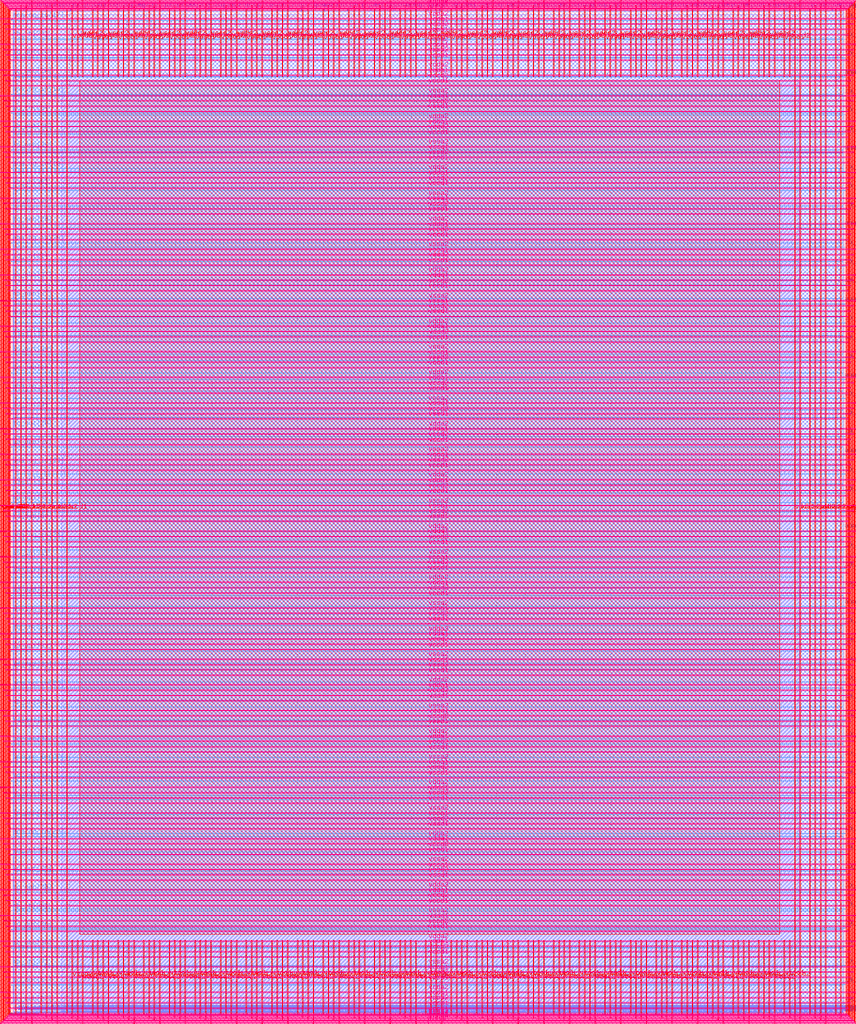
<source format=lef>
VERSION 5.7 ;
  NOWIREEXTENSIONATPIN ON ;
  DIVIDERCHAR "/" ;
  BUSBITCHARS "[]" ;
MACRO user_project_wrapper
  CLASS BLOCK ;
  FOREIGN user_project_wrapper ;
  ORIGIN 0.000 0.000 ;
  SIZE 2920.000 BY 3520.000 ;
  PIN analog_io[0]
    DIRECTION INOUT ;
    USE SIGNAL ;
    PORT
      LAYER met3 ;
        RECT 2917.600 1426.380 2924.800 1427.580 ;
    END
  END analog_io[0]
  PIN analog_io[10]
    DIRECTION INOUT ;
    USE SIGNAL ;
    PORT
      LAYER met2 ;
        RECT 2230.490 3517.600 2231.050 3524.800 ;
    END
  END analog_io[10]
  PIN analog_io[11]
    DIRECTION INOUT ;
    USE SIGNAL ;
    PORT
      LAYER met2 ;
        RECT 1905.730 3517.600 1906.290 3524.800 ;
    END
  END analog_io[11]
  PIN analog_io[12]
    DIRECTION INOUT ;
    USE SIGNAL ;
    PORT
      LAYER met2 ;
        RECT 1581.430 3517.600 1581.990 3524.800 ;
    END
  END analog_io[12]
  PIN analog_io[13]
    DIRECTION INOUT ;
    USE SIGNAL ;
    PORT
      LAYER met2 ;
        RECT 1257.130 3517.600 1257.690 3524.800 ;
    END
  END analog_io[13]
  PIN analog_io[14]
    DIRECTION INOUT ;
    USE SIGNAL ;
    PORT
      LAYER met2 ;
        RECT 932.370 3517.600 932.930 3524.800 ;
    END
  END analog_io[14]
  PIN analog_io[15]
    DIRECTION INOUT ;
    USE SIGNAL ;
    PORT
      LAYER met2 ;
        RECT 608.070 3517.600 608.630 3524.800 ;
    END
  END analog_io[15]
  PIN analog_io[16]
    DIRECTION INOUT ;
    USE SIGNAL ;
    PORT
      LAYER met2 ;
        RECT 283.770 3517.600 284.330 3524.800 ;
    END
  END analog_io[16]
  PIN analog_io[17]
    DIRECTION INOUT ;
    USE SIGNAL ;
    PORT
      LAYER met3 ;
        RECT -4.800 3486.100 2.400 3487.300 ;
    END
  END analog_io[17]
  PIN analog_io[18]
    DIRECTION INOUT ;
    USE SIGNAL ;
    PORT
      LAYER met3 ;
        RECT -4.800 3224.980 2.400 3226.180 ;
    END
  END analog_io[18]
  PIN analog_io[19]
    DIRECTION INOUT ;
    USE SIGNAL ;
    PORT
      LAYER met3 ;
        RECT -4.800 2964.540 2.400 2965.740 ;
    END
  END analog_io[19]
  PIN analog_io[1]
    DIRECTION INOUT ;
    USE SIGNAL ;
    PORT
      LAYER met3 ;
        RECT 2917.600 1692.260 2924.800 1693.460 ;
    END
  END analog_io[1]
  PIN analog_io[20]
    DIRECTION INOUT ;
    USE SIGNAL ;
    PORT
      LAYER met3 ;
        RECT -4.800 2703.420 2.400 2704.620 ;
    END
  END analog_io[20]
  PIN analog_io[21]
    DIRECTION INOUT ;
    USE SIGNAL ;
    PORT
      LAYER met3 ;
        RECT -4.800 2442.980 2.400 2444.180 ;
    END
  END analog_io[21]
  PIN analog_io[22]
    DIRECTION INOUT ;
    USE SIGNAL ;
    PORT
      LAYER met3 ;
        RECT -4.800 2182.540 2.400 2183.740 ;
    END
  END analog_io[22]
  PIN analog_io[23]
    DIRECTION INOUT ;
    USE SIGNAL ;
    PORT
      LAYER met3 ;
        RECT -4.800 1921.420 2.400 1922.620 ;
    END
  END analog_io[23]
  PIN analog_io[24]
    DIRECTION INOUT ;
    USE SIGNAL ;
    PORT
      LAYER met3 ;
        RECT -4.800 1660.980 2.400 1662.180 ;
    END
  END analog_io[24]
  PIN analog_io[25]
    DIRECTION INOUT ;
    USE SIGNAL ;
    PORT
      LAYER met3 ;
        RECT -4.800 1399.860 2.400 1401.060 ;
    END
  END analog_io[25]
  PIN analog_io[26]
    DIRECTION INOUT ;
    USE SIGNAL ;
    PORT
      LAYER met3 ;
        RECT -4.800 1139.420 2.400 1140.620 ;
    END
  END analog_io[26]
  PIN analog_io[27]
    DIRECTION INOUT ;
    USE SIGNAL ;
    PORT
      LAYER met3 ;
        RECT -4.800 878.980 2.400 880.180 ;
    END
  END analog_io[27]
  PIN analog_io[28]
    DIRECTION INOUT ;
    USE SIGNAL ;
    PORT
      LAYER met3 ;
        RECT -4.800 617.860 2.400 619.060 ;
    END
  END analog_io[28]
  PIN analog_io[2]
    DIRECTION INOUT ;
    USE SIGNAL ;
    PORT
      LAYER met3 ;
        RECT 2917.600 1958.140 2924.800 1959.340 ;
    END
  END analog_io[2]
  PIN analog_io[3]
    DIRECTION INOUT ;
    USE SIGNAL ;
    PORT
      LAYER met3 ;
        RECT 2917.600 2223.340 2924.800 2224.540 ;
    END
  END analog_io[3]
  PIN analog_io[4]
    DIRECTION INOUT ;
    USE SIGNAL ;
    PORT
      LAYER met3 ;
        RECT 2917.600 2489.220 2924.800 2490.420 ;
    END
  END analog_io[4]
  PIN analog_io[5]
    DIRECTION INOUT ;
    USE SIGNAL ;
    PORT
      LAYER met3 ;
        RECT 2917.600 2755.100 2924.800 2756.300 ;
    END
  END analog_io[5]
  PIN analog_io[6]
    DIRECTION INOUT ;
    USE SIGNAL ;
    PORT
      LAYER met3 ;
        RECT 2917.600 3020.300 2924.800 3021.500 ;
    END
  END analog_io[6]
  PIN analog_io[7]
    DIRECTION INOUT ;
    USE SIGNAL ;
    PORT
      LAYER met3 ;
        RECT 2917.600 3286.180 2924.800 3287.380 ;
    END
  END analog_io[7]
  PIN analog_io[8]
    DIRECTION INOUT ;
    USE SIGNAL ;
    PORT
      LAYER met2 ;
        RECT 2879.090 3517.600 2879.650 3524.800 ;
    END
  END analog_io[8]
  PIN analog_io[9]
    DIRECTION INOUT ;
    USE SIGNAL ;
    PORT
      LAYER met2 ;
        RECT 2554.790 3517.600 2555.350 3524.800 ;
    END
  END analog_io[9]
  PIN io_in[0]
    DIRECTION INPUT ;
    USE SIGNAL ;
    PORT
      LAYER met3 ;
        RECT 2917.600 32.380 2924.800 33.580 ;
    END
  END io_in[0]
  PIN io_in[10]
    DIRECTION INPUT ;
    USE SIGNAL ;
    PORT
      LAYER met3 ;
        RECT 2917.600 2289.980 2924.800 2291.180 ;
    END
  END io_in[10]
  PIN io_in[11]
    DIRECTION INPUT ;
    USE SIGNAL ;
    PORT
      LAYER met3 ;
        RECT 2917.600 2555.860 2924.800 2557.060 ;
    END
  END io_in[11]
  PIN io_in[12]
    DIRECTION INPUT ;
    USE SIGNAL ;
    PORT
      LAYER met3 ;
        RECT 2917.600 2821.060 2924.800 2822.260 ;
    END
  END io_in[12]
  PIN io_in[13]
    DIRECTION INPUT ;
    USE SIGNAL ;
    PORT
      LAYER met3 ;
        RECT 2917.600 3086.940 2924.800 3088.140 ;
    END
  END io_in[13]
  PIN io_in[14]
    DIRECTION INPUT ;
    USE SIGNAL ;
    PORT
      LAYER met3 ;
        RECT 2917.600 3352.820 2924.800 3354.020 ;
    END
  END io_in[14]
  PIN io_in[15]
    DIRECTION INPUT ;
    USE SIGNAL ;
    PORT
      LAYER met2 ;
        RECT 2798.130 3517.600 2798.690 3524.800 ;
    END
  END io_in[15]
  PIN io_in[16]
    DIRECTION INPUT ;
    USE SIGNAL ;
    PORT
      LAYER met2 ;
        RECT 2473.830 3517.600 2474.390 3524.800 ;
    END
  END io_in[16]
  PIN io_in[17]
    DIRECTION INPUT ;
    USE SIGNAL ;
    PORT
      LAYER met2 ;
        RECT 2149.070 3517.600 2149.630 3524.800 ;
    END
  END io_in[17]
  PIN io_in[18]
    DIRECTION INPUT ;
    USE SIGNAL ;
    PORT
      LAYER met2 ;
        RECT 1824.770 3517.600 1825.330 3524.800 ;
    END
  END io_in[18]
  PIN io_in[19]
    DIRECTION INPUT ;
    USE SIGNAL ;
    PORT
      LAYER met2 ;
        RECT 1500.470 3517.600 1501.030 3524.800 ;
    END
  END io_in[19]
  PIN io_in[1]
    DIRECTION INPUT ;
    USE SIGNAL ;
    PORT
      LAYER met3 ;
        RECT 2917.600 230.940 2924.800 232.140 ;
    END
  END io_in[1]
  PIN io_in[20]
    DIRECTION INPUT ;
    USE SIGNAL ;
    PORT
      LAYER met2 ;
        RECT 1175.710 3517.600 1176.270 3524.800 ;
    END
  END io_in[20]
  PIN io_in[21]
    DIRECTION INPUT ;
    USE SIGNAL ;
    PORT
      LAYER met2 ;
        RECT 851.410 3517.600 851.970 3524.800 ;
    END
  END io_in[21]
  PIN io_in[22]
    DIRECTION INPUT ;
    USE SIGNAL ;
    PORT
      LAYER met2 ;
        RECT 527.110 3517.600 527.670 3524.800 ;
    END
  END io_in[22]
  PIN io_in[23]
    DIRECTION INPUT ;
    USE SIGNAL ;
    PORT
      LAYER met2 ;
        RECT 202.350 3517.600 202.910 3524.800 ;
    END
  END io_in[23]
  PIN io_in[24]
    DIRECTION INPUT ;
    USE SIGNAL ;
    PORT
      LAYER met3 ;
        RECT -4.800 3420.820 2.400 3422.020 ;
    END
  END io_in[24]
  PIN io_in[25]
    DIRECTION INPUT ;
    USE SIGNAL ;
    PORT
      LAYER met3 ;
        RECT -4.800 3159.700 2.400 3160.900 ;
    END
  END io_in[25]
  PIN io_in[26]
    DIRECTION INPUT ;
    USE SIGNAL ;
    PORT
      LAYER met3 ;
        RECT -4.800 2899.260 2.400 2900.460 ;
    END
  END io_in[26]
  PIN io_in[27]
    DIRECTION INPUT ;
    USE SIGNAL ;
    PORT
      LAYER met3 ;
        RECT -4.800 2638.820 2.400 2640.020 ;
    END
  END io_in[27]
  PIN io_in[28]
    DIRECTION INPUT ;
    USE SIGNAL ;
    PORT
      LAYER met3 ;
        RECT -4.800 2377.700 2.400 2378.900 ;
    END
  END io_in[28]
  PIN io_in[29]
    DIRECTION INPUT ;
    USE SIGNAL ;
    PORT
      LAYER met3 ;
        RECT -4.800 2117.260 2.400 2118.460 ;
    END
  END io_in[29]
  PIN io_in[2]
    DIRECTION INPUT ;
    USE SIGNAL ;
    PORT
      LAYER met3 ;
        RECT 2917.600 430.180 2924.800 431.380 ;
    END
  END io_in[2]
  PIN io_in[30]
    DIRECTION INPUT ;
    USE SIGNAL ;
    PORT
      LAYER met3 ;
        RECT -4.800 1856.140 2.400 1857.340 ;
    END
  END io_in[30]
  PIN io_in[31]
    DIRECTION INPUT ;
    USE SIGNAL ;
    PORT
      LAYER met3 ;
        RECT -4.800 1595.700 2.400 1596.900 ;
    END
  END io_in[31]
  PIN io_in[32]
    DIRECTION INPUT ;
    USE SIGNAL ;
    PORT
      LAYER met3 ;
        RECT -4.800 1335.260 2.400 1336.460 ;
    END
  END io_in[32]
  PIN io_in[33]
    DIRECTION INPUT ;
    USE SIGNAL ;
    PORT
      LAYER met3 ;
        RECT -4.800 1074.140 2.400 1075.340 ;
    END
  END io_in[33]
  PIN io_in[34]
    DIRECTION INPUT ;
    USE SIGNAL ;
    PORT
      LAYER met3 ;
        RECT -4.800 813.700 2.400 814.900 ;
    END
  END io_in[34]
  PIN io_in[35]
    DIRECTION INPUT ;
    USE SIGNAL ;
    PORT
      LAYER met3 ;
        RECT -4.800 552.580 2.400 553.780 ;
    END
  END io_in[35]
  PIN io_in[36]
    DIRECTION INPUT ;
    USE SIGNAL ;
    PORT
      LAYER met3 ;
        RECT -4.800 357.420 2.400 358.620 ;
    END
  END io_in[36]
  PIN io_in[37]
    DIRECTION INPUT ;
    USE SIGNAL ;
    PORT
      LAYER met3 ;
        RECT -4.800 161.580 2.400 162.780 ;
    END
  END io_in[37]
  PIN io_in[3]
    DIRECTION INPUT ;
    USE SIGNAL ;
    PORT
      LAYER met3 ;
        RECT 2917.600 629.420 2924.800 630.620 ;
    END
  END io_in[3]
  PIN io_in[4]
    DIRECTION INPUT ;
    USE SIGNAL ;
    PORT
      LAYER met3 ;
        RECT 2917.600 828.660 2924.800 829.860 ;
    END
  END io_in[4]
  PIN io_in[5]
    DIRECTION INPUT ;
    USE SIGNAL ;
    PORT
      LAYER met3 ;
        RECT 2917.600 1027.900 2924.800 1029.100 ;
    END
  END io_in[5]
  PIN io_in[6]
    DIRECTION INPUT ;
    USE SIGNAL ;
    PORT
      LAYER met3 ;
        RECT 2917.600 1227.140 2924.800 1228.340 ;
    END
  END io_in[6]
  PIN io_in[7]
    DIRECTION INPUT ;
    USE SIGNAL ;
    PORT
      LAYER met3 ;
        RECT 2917.600 1493.020 2924.800 1494.220 ;
    END
  END io_in[7]
  PIN io_in[8]
    DIRECTION INPUT ;
    USE SIGNAL ;
    PORT
      LAYER met3 ;
        RECT 2917.600 1758.900 2924.800 1760.100 ;
    END
  END io_in[8]
  PIN io_in[9]
    DIRECTION INPUT ;
    USE SIGNAL ;
    PORT
      LAYER met3 ;
        RECT 2917.600 2024.100 2924.800 2025.300 ;
    END
  END io_in[9]
  PIN io_oeb[0]
    DIRECTION OUTPUT TRISTATE ;
    USE SIGNAL ;
    PORT
      LAYER met3 ;
        RECT 2917.600 164.980 2924.800 166.180 ;
    END
  END io_oeb[0]
  PIN io_oeb[10]
    DIRECTION OUTPUT TRISTATE ;
    USE SIGNAL ;
    PORT
      LAYER met3 ;
        RECT 2917.600 2422.580 2924.800 2423.780 ;
    END
  END io_oeb[10]
  PIN io_oeb[11]
    DIRECTION OUTPUT TRISTATE ;
    USE SIGNAL ;
    PORT
      LAYER met3 ;
        RECT 2917.600 2688.460 2924.800 2689.660 ;
    END
  END io_oeb[11]
  PIN io_oeb[12]
    DIRECTION OUTPUT TRISTATE ;
    USE SIGNAL ;
    PORT
      LAYER met3 ;
        RECT 2917.600 2954.340 2924.800 2955.540 ;
    END
  END io_oeb[12]
  PIN io_oeb[13]
    DIRECTION OUTPUT TRISTATE ;
    USE SIGNAL ;
    PORT
      LAYER met3 ;
        RECT 2917.600 3219.540 2924.800 3220.740 ;
    END
  END io_oeb[13]
  PIN io_oeb[14]
    DIRECTION OUTPUT TRISTATE ;
    USE SIGNAL ;
    PORT
      LAYER met3 ;
        RECT 2917.600 3485.420 2924.800 3486.620 ;
    END
  END io_oeb[14]
  PIN io_oeb[15]
    DIRECTION OUTPUT TRISTATE ;
    USE SIGNAL ;
    PORT
      LAYER met2 ;
        RECT 2635.750 3517.600 2636.310 3524.800 ;
    END
  END io_oeb[15]
  PIN io_oeb[16]
    DIRECTION OUTPUT TRISTATE ;
    USE SIGNAL ;
    PORT
      LAYER met2 ;
        RECT 2311.450 3517.600 2312.010 3524.800 ;
    END
  END io_oeb[16]
  PIN io_oeb[17]
    DIRECTION OUTPUT TRISTATE ;
    USE SIGNAL ;
    PORT
      LAYER met2 ;
        RECT 1987.150 3517.600 1987.710 3524.800 ;
    END
  END io_oeb[17]
  PIN io_oeb[18]
    DIRECTION OUTPUT TRISTATE ;
    USE SIGNAL ;
    PORT
      LAYER met2 ;
        RECT 1662.390 3517.600 1662.950 3524.800 ;
    END
  END io_oeb[18]
  PIN io_oeb[19]
    DIRECTION OUTPUT TRISTATE ;
    USE SIGNAL ;
    PORT
      LAYER met2 ;
        RECT 1338.090 3517.600 1338.650 3524.800 ;
    END
  END io_oeb[19]
  PIN io_oeb[1]
    DIRECTION OUTPUT TRISTATE ;
    USE SIGNAL ;
    PORT
      LAYER met3 ;
        RECT 2917.600 364.220 2924.800 365.420 ;
    END
  END io_oeb[1]
  PIN io_oeb[20]
    DIRECTION OUTPUT TRISTATE ;
    USE SIGNAL ;
    PORT
      LAYER met2 ;
        RECT 1013.790 3517.600 1014.350 3524.800 ;
    END
  END io_oeb[20]
  PIN io_oeb[21]
    DIRECTION OUTPUT TRISTATE ;
    USE SIGNAL ;
    PORT
      LAYER met2 ;
        RECT 689.030 3517.600 689.590 3524.800 ;
    END
  END io_oeb[21]
  PIN io_oeb[22]
    DIRECTION OUTPUT TRISTATE ;
    USE SIGNAL ;
    PORT
      LAYER met2 ;
        RECT 364.730 3517.600 365.290 3524.800 ;
    END
  END io_oeb[22]
  PIN io_oeb[23]
    DIRECTION OUTPUT TRISTATE ;
    USE SIGNAL ;
    PORT
      LAYER met2 ;
        RECT 40.430 3517.600 40.990 3524.800 ;
    END
  END io_oeb[23]
  PIN io_oeb[24]
    DIRECTION OUTPUT TRISTATE ;
    USE SIGNAL ;
    PORT
      LAYER met3 ;
        RECT -4.800 3290.260 2.400 3291.460 ;
    END
  END io_oeb[24]
  PIN io_oeb[25]
    DIRECTION OUTPUT TRISTATE ;
    USE SIGNAL ;
    PORT
      LAYER met3 ;
        RECT -4.800 3029.820 2.400 3031.020 ;
    END
  END io_oeb[25]
  PIN io_oeb[26]
    DIRECTION OUTPUT TRISTATE ;
    USE SIGNAL ;
    PORT
      LAYER met3 ;
        RECT -4.800 2768.700 2.400 2769.900 ;
    END
  END io_oeb[26]
  PIN io_oeb[27]
    DIRECTION OUTPUT TRISTATE ;
    USE SIGNAL ;
    PORT
      LAYER met3 ;
        RECT -4.800 2508.260 2.400 2509.460 ;
    END
  END io_oeb[27]
  PIN io_oeb[28]
    DIRECTION OUTPUT TRISTATE ;
    USE SIGNAL ;
    PORT
      LAYER met3 ;
        RECT -4.800 2247.140 2.400 2248.340 ;
    END
  END io_oeb[28]
  PIN io_oeb[29]
    DIRECTION OUTPUT TRISTATE ;
    USE SIGNAL ;
    PORT
      LAYER met3 ;
        RECT -4.800 1986.700 2.400 1987.900 ;
    END
  END io_oeb[29]
  PIN io_oeb[2]
    DIRECTION OUTPUT TRISTATE ;
    USE SIGNAL ;
    PORT
      LAYER met3 ;
        RECT 2917.600 563.460 2924.800 564.660 ;
    END
  END io_oeb[2]
  PIN io_oeb[30]
    DIRECTION OUTPUT TRISTATE ;
    USE SIGNAL ;
    PORT
      LAYER met3 ;
        RECT -4.800 1726.260 2.400 1727.460 ;
    END
  END io_oeb[30]
  PIN io_oeb[31]
    DIRECTION OUTPUT TRISTATE ;
    USE SIGNAL ;
    PORT
      LAYER met3 ;
        RECT -4.800 1465.140 2.400 1466.340 ;
    END
  END io_oeb[31]
  PIN io_oeb[32]
    DIRECTION OUTPUT TRISTATE ;
    USE SIGNAL ;
    PORT
      LAYER met3 ;
        RECT -4.800 1204.700 2.400 1205.900 ;
    END
  END io_oeb[32]
  PIN io_oeb[33]
    DIRECTION OUTPUT TRISTATE ;
    USE SIGNAL ;
    PORT
      LAYER met3 ;
        RECT -4.800 943.580 2.400 944.780 ;
    END
  END io_oeb[33]
  PIN io_oeb[34]
    DIRECTION OUTPUT TRISTATE ;
    USE SIGNAL ;
    PORT
      LAYER met3 ;
        RECT -4.800 683.140 2.400 684.340 ;
    END
  END io_oeb[34]
  PIN io_oeb[35]
    DIRECTION OUTPUT TRISTATE ;
    USE SIGNAL ;
    PORT
      LAYER met3 ;
        RECT -4.800 422.700 2.400 423.900 ;
    END
  END io_oeb[35]
  PIN io_oeb[36]
    DIRECTION OUTPUT TRISTATE ;
    USE SIGNAL ;
    PORT
      LAYER met3 ;
        RECT -4.800 226.860 2.400 228.060 ;
    END
  END io_oeb[36]
  PIN io_oeb[37]
    DIRECTION OUTPUT TRISTATE ;
    USE SIGNAL ;
    PORT
      LAYER met3 ;
        RECT -4.800 31.700 2.400 32.900 ;
    END
  END io_oeb[37]
  PIN io_oeb[3]
    DIRECTION OUTPUT TRISTATE ;
    USE SIGNAL ;
    PORT
      LAYER met3 ;
        RECT 2917.600 762.700 2924.800 763.900 ;
    END
  END io_oeb[3]
  PIN io_oeb[4]
    DIRECTION OUTPUT TRISTATE ;
    USE SIGNAL ;
    PORT
      LAYER met3 ;
        RECT 2917.600 961.940 2924.800 963.140 ;
    END
  END io_oeb[4]
  PIN io_oeb[5]
    DIRECTION OUTPUT TRISTATE ;
    USE SIGNAL ;
    PORT
      LAYER met3 ;
        RECT 2917.600 1161.180 2924.800 1162.380 ;
    END
  END io_oeb[5]
  PIN io_oeb[6]
    DIRECTION OUTPUT TRISTATE ;
    USE SIGNAL ;
    PORT
      LAYER met3 ;
        RECT 2917.600 1360.420 2924.800 1361.620 ;
    END
  END io_oeb[6]
  PIN io_oeb[7]
    DIRECTION OUTPUT TRISTATE ;
    USE SIGNAL ;
    PORT
      LAYER met3 ;
        RECT 2917.600 1625.620 2924.800 1626.820 ;
    END
  END io_oeb[7]
  PIN io_oeb[8]
    DIRECTION OUTPUT TRISTATE ;
    USE SIGNAL ;
    PORT
      LAYER met3 ;
        RECT 2917.600 1891.500 2924.800 1892.700 ;
    END
  END io_oeb[8]
  PIN io_oeb[9]
    DIRECTION OUTPUT TRISTATE ;
    USE SIGNAL ;
    PORT
      LAYER met3 ;
        RECT 2917.600 2157.380 2924.800 2158.580 ;
    END
  END io_oeb[9]
  PIN io_out[0]
    DIRECTION OUTPUT TRISTATE ;
    USE SIGNAL ;
    PORT
      LAYER met3 ;
        RECT 2917.600 98.340 2924.800 99.540 ;
    END
  END io_out[0]
  PIN io_out[10]
    DIRECTION OUTPUT TRISTATE ;
    USE SIGNAL ;
    PORT
      LAYER met3 ;
        RECT 2917.600 2356.620 2924.800 2357.820 ;
    END
  END io_out[10]
  PIN io_out[11]
    DIRECTION OUTPUT TRISTATE ;
    USE SIGNAL ;
    PORT
      LAYER met3 ;
        RECT 2917.600 2621.820 2924.800 2623.020 ;
    END
  END io_out[11]
  PIN io_out[12]
    DIRECTION OUTPUT TRISTATE ;
    USE SIGNAL ;
    PORT
      LAYER met3 ;
        RECT 2917.600 2887.700 2924.800 2888.900 ;
    END
  END io_out[12]
  PIN io_out[13]
    DIRECTION OUTPUT TRISTATE ;
    USE SIGNAL ;
    PORT
      LAYER met3 ;
        RECT 2917.600 3153.580 2924.800 3154.780 ;
    END
  END io_out[13]
  PIN io_out[14]
    DIRECTION OUTPUT TRISTATE ;
    USE SIGNAL ;
    PORT
      LAYER met3 ;
        RECT 2917.600 3418.780 2924.800 3419.980 ;
    END
  END io_out[14]
  PIN io_out[15]
    DIRECTION OUTPUT TRISTATE ;
    USE SIGNAL ;
    PORT
      LAYER met2 ;
        RECT 2717.170 3517.600 2717.730 3524.800 ;
    END
  END io_out[15]
  PIN io_out[16]
    DIRECTION OUTPUT TRISTATE ;
    USE SIGNAL ;
    PORT
      LAYER met2 ;
        RECT 2392.410 3517.600 2392.970 3524.800 ;
    END
  END io_out[16]
  PIN io_out[17]
    DIRECTION OUTPUT TRISTATE ;
    USE SIGNAL ;
    PORT
      LAYER met2 ;
        RECT 2068.110 3517.600 2068.670 3524.800 ;
    END
  END io_out[17]
  PIN io_out[18]
    DIRECTION OUTPUT TRISTATE ;
    USE SIGNAL ;
    PORT
      LAYER met2 ;
        RECT 1743.810 3517.600 1744.370 3524.800 ;
    END
  END io_out[18]
  PIN io_out[19]
    DIRECTION OUTPUT TRISTATE ;
    USE SIGNAL ;
    PORT
      LAYER met2 ;
        RECT 1419.050 3517.600 1419.610 3524.800 ;
    END
  END io_out[19]
  PIN io_out[1]
    DIRECTION OUTPUT TRISTATE ;
    USE SIGNAL ;
    PORT
      LAYER met3 ;
        RECT 2917.600 297.580 2924.800 298.780 ;
    END
  END io_out[1]
  PIN io_out[20]
    DIRECTION OUTPUT TRISTATE ;
    USE SIGNAL ;
    PORT
      LAYER met2 ;
        RECT 1094.750 3517.600 1095.310 3524.800 ;
    END
  END io_out[20]
  PIN io_out[21]
    DIRECTION OUTPUT TRISTATE ;
    USE SIGNAL ;
    PORT
      LAYER met2 ;
        RECT 770.450 3517.600 771.010 3524.800 ;
    END
  END io_out[21]
  PIN io_out[22]
    DIRECTION OUTPUT TRISTATE ;
    USE SIGNAL ;
    PORT
      LAYER met2 ;
        RECT 445.690 3517.600 446.250 3524.800 ;
    END
  END io_out[22]
  PIN io_out[23]
    DIRECTION OUTPUT TRISTATE ;
    USE SIGNAL ;
    PORT
      LAYER met2 ;
        RECT 121.390 3517.600 121.950 3524.800 ;
    END
  END io_out[23]
  PIN io_out[24]
    DIRECTION OUTPUT TRISTATE ;
    USE SIGNAL ;
    PORT
      LAYER met3 ;
        RECT -4.800 3355.540 2.400 3356.740 ;
    END
  END io_out[24]
  PIN io_out[25]
    DIRECTION OUTPUT TRISTATE ;
    USE SIGNAL ;
    PORT
      LAYER met3 ;
        RECT -4.800 3095.100 2.400 3096.300 ;
    END
  END io_out[25]
  PIN io_out[26]
    DIRECTION OUTPUT TRISTATE ;
    USE SIGNAL ;
    PORT
      LAYER met3 ;
        RECT -4.800 2833.980 2.400 2835.180 ;
    END
  END io_out[26]
  PIN io_out[27]
    DIRECTION OUTPUT TRISTATE ;
    USE SIGNAL ;
    PORT
      LAYER met3 ;
        RECT -4.800 2573.540 2.400 2574.740 ;
    END
  END io_out[27]
  PIN io_out[28]
    DIRECTION OUTPUT TRISTATE ;
    USE SIGNAL ;
    PORT
      LAYER met3 ;
        RECT -4.800 2312.420 2.400 2313.620 ;
    END
  END io_out[28]
  PIN io_out[29]
    DIRECTION OUTPUT TRISTATE ;
    USE SIGNAL ;
    PORT
      LAYER met3 ;
        RECT -4.800 2051.980 2.400 2053.180 ;
    END
  END io_out[29]
  PIN io_out[2]
    DIRECTION OUTPUT TRISTATE ;
    USE SIGNAL ;
    PORT
      LAYER met3 ;
        RECT 2917.600 496.820 2924.800 498.020 ;
    END
  END io_out[2]
  PIN io_out[30]
    DIRECTION OUTPUT TRISTATE ;
    USE SIGNAL ;
    PORT
      LAYER met3 ;
        RECT -4.800 1791.540 2.400 1792.740 ;
    END
  END io_out[30]
  PIN io_out[31]
    DIRECTION OUTPUT TRISTATE ;
    USE SIGNAL ;
    PORT
      LAYER met3 ;
        RECT -4.800 1530.420 2.400 1531.620 ;
    END
  END io_out[31]
  PIN io_out[32]
    DIRECTION OUTPUT TRISTATE ;
    USE SIGNAL ;
    PORT
      LAYER met3 ;
        RECT -4.800 1269.980 2.400 1271.180 ;
    END
  END io_out[32]
  PIN io_out[33]
    DIRECTION OUTPUT TRISTATE ;
    USE SIGNAL ;
    PORT
      LAYER met3 ;
        RECT -4.800 1008.860 2.400 1010.060 ;
    END
  END io_out[33]
  PIN io_out[34]
    DIRECTION OUTPUT TRISTATE ;
    USE SIGNAL ;
    PORT
      LAYER met3 ;
        RECT -4.800 748.420 2.400 749.620 ;
    END
  END io_out[34]
  PIN io_out[35]
    DIRECTION OUTPUT TRISTATE ;
    USE SIGNAL ;
    PORT
      LAYER met3 ;
        RECT -4.800 487.300 2.400 488.500 ;
    END
  END io_out[35]
  PIN io_out[36]
    DIRECTION OUTPUT TRISTATE ;
    USE SIGNAL ;
    PORT
      LAYER met3 ;
        RECT -4.800 292.140 2.400 293.340 ;
    END
  END io_out[36]
  PIN io_out[37]
    DIRECTION OUTPUT TRISTATE ;
    USE SIGNAL ;
    PORT
      LAYER met3 ;
        RECT -4.800 96.300 2.400 97.500 ;
    END
  END io_out[37]
  PIN io_out[3]
    DIRECTION OUTPUT TRISTATE ;
    USE SIGNAL ;
    PORT
      LAYER met3 ;
        RECT 2917.600 696.060 2924.800 697.260 ;
    END
  END io_out[3]
  PIN io_out[4]
    DIRECTION OUTPUT TRISTATE ;
    USE SIGNAL ;
    PORT
      LAYER met3 ;
        RECT 2917.600 895.300 2924.800 896.500 ;
    END
  END io_out[4]
  PIN io_out[5]
    DIRECTION OUTPUT TRISTATE ;
    USE SIGNAL ;
    PORT
      LAYER met3 ;
        RECT 2917.600 1094.540 2924.800 1095.740 ;
    END
  END io_out[5]
  PIN io_out[6]
    DIRECTION OUTPUT TRISTATE ;
    USE SIGNAL ;
    PORT
      LAYER met3 ;
        RECT 2917.600 1293.780 2924.800 1294.980 ;
    END
  END io_out[6]
  PIN io_out[7]
    DIRECTION OUTPUT TRISTATE ;
    USE SIGNAL ;
    PORT
      LAYER met3 ;
        RECT 2917.600 1559.660 2924.800 1560.860 ;
    END
  END io_out[7]
  PIN io_out[8]
    DIRECTION OUTPUT TRISTATE ;
    USE SIGNAL ;
    PORT
      LAYER met3 ;
        RECT 2917.600 1824.860 2924.800 1826.060 ;
    END
  END io_out[8]
  PIN io_out[9]
    DIRECTION OUTPUT TRISTATE ;
    USE SIGNAL ;
    PORT
      LAYER met3 ;
        RECT 2917.600 2090.740 2924.800 2091.940 ;
    END
  END io_out[9]
  PIN la_data_in[0]
    DIRECTION INPUT ;
    USE SIGNAL ;
    PORT
      LAYER met2 ;
        RECT 629.230 -4.800 629.790 2.400 ;
    END
  END la_data_in[0]
  PIN la_data_in[100]
    DIRECTION INPUT ;
    USE SIGNAL ;
    PORT
      LAYER met2 ;
        RECT 2402.530 -4.800 2403.090 2.400 ;
    END
  END la_data_in[100]
  PIN la_data_in[101]
    DIRECTION INPUT ;
    USE SIGNAL ;
    PORT
      LAYER met2 ;
        RECT 2420.010 -4.800 2420.570 2.400 ;
    END
  END la_data_in[101]
  PIN la_data_in[102]
    DIRECTION INPUT ;
    USE SIGNAL ;
    PORT
      LAYER met2 ;
        RECT 2437.950 -4.800 2438.510 2.400 ;
    END
  END la_data_in[102]
  PIN la_data_in[103]
    DIRECTION INPUT ;
    USE SIGNAL ;
    PORT
      LAYER met2 ;
        RECT 2455.430 -4.800 2455.990 2.400 ;
    END
  END la_data_in[103]
  PIN la_data_in[104]
    DIRECTION INPUT ;
    USE SIGNAL ;
    PORT
      LAYER met2 ;
        RECT 2473.370 -4.800 2473.930 2.400 ;
    END
  END la_data_in[104]
  PIN la_data_in[105]
    DIRECTION INPUT ;
    USE SIGNAL ;
    PORT
      LAYER met2 ;
        RECT 2490.850 -4.800 2491.410 2.400 ;
    END
  END la_data_in[105]
  PIN la_data_in[106]
    DIRECTION INPUT ;
    USE SIGNAL ;
    PORT
      LAYER met2 ;
        RECT 2508.790 -4.800 2509.350 2.400 ;
    END
  END la_data_in[106]
  PIN la_data_in[107]
    DIRECTION INPUT ;
    USE SIGNAL ;
    PORT
      LAYER met2 ;
        RECT 2526.730 -4.800 2527.290 2.400 ;
    END
  END la_data_in[107]
  PIN la_data_in[108]
    DIRECTION INPUT ;
    USE SIGNAL ;
    PORT
      LAYER met2 ;
        RECT 2544.210 -4.800 2544.770 2.400 ;
    END
  END la_data_in[108]
  PIN la_data_in[109]
    DIRECTION INPUT ;
    USE SIGNAL ;
    PORT
      LAYER met2 ;
        RECT 2562.150 -4.800 2562.710 2.400 ;
    END
  END la_data_in[109]
  PIN la_data_in[10]
    DIRECTION INPUT ;
    USE SIGNAL ;
    PORT
      LAYER met2 ;
        RECT 806.330 -4.800 806.890 2.400 ;
    END
  END la_data_in[10]
  PIN la_data_in[110]
    DIRECTION INPUT ;
    USE SIGNAL ;
    PORT
      LAYER met2 ;
        RECT 2579.630 -4.800 2580.190 2.400 ;
    END
  END la_data_in[110]
  PIN la_data_in[111]
    DIRECTION INPUT ;
    USE SIGNAL ;
    PORT
      LAYER met2 ;
        RECT 2597.570 -4.800 2598.130 2.400 ;
    END
  END la_data_in[111]
  PIN la_data_in[112]
    DIRECTION INPUT ;
    USE SIGNAL ;
    PORT
      LAYER met2 ;
        RECT 2615.050 -4.800 2615.610 2.400 ;
    END
  END la_data_in[112]
  PIN la_data_in[113]
    DIRECTION INPUT ;
    USE SIGNAL ;
    PORT
      LAYER met2 ;
        RECT 2632.990 -4.800 2633.550 2.400 ;
    END
  END la_data_in[113]
  PIN la_data_in[114]
    DIRECTION INPUT ;
    USE SIGNAL ;
    PORT
      LAYER met2 ;
        RECT 2650.470 -4.800 2651.030 2.400 ;
    END
  END la_data_in[114]
  PIN la_data_in[115]
    DIRECTION INPUT ;
    USE SIGNAL ;
    PORT
      LAYER met2 ;
        RECT 2668.410 -4.800 2668.970 2.400 ;
    END
  END la_data_in[115]
  PIN la_data_in[116]
    DIRECTION INPUT ;
    USE SIGNAL ;
    PORT
      LAYER met2 ;
        RECT 2685.890 -4.800 2686.450 2.400 ;
    END
  END la_data_in[116]
  PIN la_data_in[117]
    DIRECTION INPUT ;
    USE SIGNAL ;
    PORT
      LAYER met2 ;
        RECT 2703.830 -4.800 2704.390 2.400 ;
    END
  END la_data_in[117]
  PIN la_data_in[118]
    DIRECTION INPUT ;
    USE SIGNAL ;
    PORT
      LAYER met2 ;
        RECT 2721.770 -4.800 2722.330 2.400 ;
    END
  END la_data_in[118]
  PIN la_data_in[119]
    DIRECTION INPUT ;
    USE SIGNAL ;
    PORT
      LAYER met2 ;
        RECT 2739.250 -4.800 2739.810 2.400 ;
    END
  END la_data_in[119]
  PIN la_data_in[11]
    DIRECTION INPUT ;
    USE SIGNAL ;
    PORT
      LAYER met2 ;
        RECT 824.270 -4.800 824.830 2.400 ;
    END
  END la_data_in[11]
  PIN la_data_in[120]
    DIRECTION INPUT ;
    USE SIGNAL ;
    PORT
      LAYER met2 ;
        RECT 2757.190 -4.800 2757.750 2.400 ;
    END
  END la_data_in[120]
  PIN la_data_in[121]
    DIRECTION INPUT ;
    USE SIGNAL ;
    PORT
      LAYER met2 ;
        RECT 2774.670 -4.800 2775.230 2.400 ;
    END
  END la_data_in[121]
  PIN la_data_in[122]
    DIRECTION INPUT ;
    USE SIGNAL ;
    PORT
      LAYER met2 ;
        RECT 2792.610 -4.800 2793.170 2.400 ;
    END
  END la_data_in[122]
  PIN la_data_in[123]
    DIRECTION INPUT ;
    USE SIGNAL ;
    PORT
      LAYER met2 ;
        RECT 2810.090 -4.800 2810.650 2.400 ;
    END
  END la_data_in[123]
  PIN la_data_in[124]
    DIRECTION INPUT ;
    USE SIGNAL ;
    PORT
      LAYER met2 ;
        RECT 2828.030 -4.800 2828.590 2.400 ;
    END
  END la_data_in[124]
  PIN la_data_in[125]
    DIRECTION INPUT ;
    USE SIGNAL ;
    PORT
      LAYER met2 ;
        RECT 2845.510 -4.800 2846.070 2.400 ;
    END
  END la_data_in[125]
  PIN la_data_in[126]
    DIRECTION INPUT ;
    USE SIGNAL ;
    PORT
      LAYER met2 ;
        RECT 2863.450 -4.800 2864.010 2.400 ;
    END
  END la_data_in[126]
  PIN la_data_in[127]
    DIRECTION INPUT ;
    USE SIGNAL ;
    PORT
      LAYER met2 ;
        RECT 2881.390 -4.800 2881.950 2.400 ;
    END
  END la_data_in[127]
  PIN la_data_in[12]
    DIRECTION INPUT ;
    USE SIGNAL ;
    PORT
      LAYER met2 ;
        RECT 841.750 -4.800 842.310 2.400 ;
    END
  END la_data_in[12]
  PIN la_data_in[13]
    DIRECTION INPUT ;
    USE SIGNAL ;
    PORT
      LAYER met2 ;
        RECT 859.690 -4.800 860.250 2.400 ;
    END
  END la_data_in[13]
  PIN la_data_in[14]
    DIRECTION INPUT ;
    USE SIGNAL ;
    PORT
      LAYER met2 ;
        RECT 877.170 -4.800 877.730 2.400 ;
    END
  END la_data_in[14]
  PIN la_data_in[15]
    DIRECTION INPUT ;
    USE SIGNAL ;
    PORT
      LAYER met2 ;
        RECT 895.110 -4.800 895.670 2.400 ;
    END
  END la_data_in[15]
  PIN la_data_in[16]
    DIRECTION INPUT ;
    USE SIGNAL ;
    PORT
      LAYER met2 ;
        RECT 912.590 -4.800 913.150 2.400 ;
    END
  END la_data_in[16]
  PIN la_data_in[17]
    DIRECTION INPUT ;
    USE SIGNAL ;
    PORT
      LAYER met2 ;
        RECT 930.530 -4.800 931.090 2.400 ;
    END
  END la_data_in[17]
  PIN la_data_in[18]
    DIRECTION INPUT ;
    USE SIGNAL ;
    PORT
      LAYER met2 ;
        RECT 948.470 -4.800 949.030 2.400 ;
    END
  END la_data_in[18]
  PIN la_data_in[19]
    DIRECTION INPUT ;
    USE SIGNAL ;
    PORT
      LAYER met2 ;
        RECT 965.950 -4.800 966.510 2.400 ;
    END
  END la_data_in[19]
  PIN la_data_in[1]
    DIRECTION INPUT ;
    USE SIGNAL ;
    PORT
      LAYER met2 ;
        RECT 646.710 -4.800 647.270 2.400 ;
    END
  END la_data_in[1]
  PIN la_data_in[20]
    DIRECTION INPUT ;
    USE SIGNAL ;
    PORT
      LAYER met2 ;
        RECT 983.890 -4.800 984.450 2.400 ;
    END
  END la_data_in[20]
  PIN la_data_in[21]
    DIRECTION INPUT ;
    USE SIGNAL ;
    PORT
      LAYER met2 ;
        RECT 1001.370 -4.800 1001.930 2.400 ;
    END
  END la_data_in[21]
  PIN la_data_in[22]
    DIRECTION INPUT ;
    USE SIGNAL ;
    PORT
      LAYER met2 ;
        RECT 1019.310 -4.800 1019.870 2.400 ;
    END
  END la_data_in[22]
  PIN la_data_in[23]
    DIRECTION INPUT ;
    USE SIGNAL ;
    PORT
      LAYER met2 ;
        RECT 1036.790 -4.800 1037.350 2.400 ;
    END
  END la_data_in[23]
  PIN la_data_in[24]
    DIRECTION INPUT ;
    USE SIGNAL ;
    PORT
      LAYER met2 ;
        RECT 1054.730 -4.800 1055.290 2.400 ;
    END
  END la_data_in[24]
  PIN la_data_in[25]
    DIRECTION INPUT ;
    USE SIGNAL ;
    PORT
      LAYER met2 ;
        RECT 1072.210 -4.800 1072.770 2.400 ;
    END
  END la_data_in[25]
  PIN la_data_in[26]
    DIRECTION INPUT ;
    USE SIGNAL ;
    PORT
      LAYER met2 ;
        RECT 1090.150 -4.800 1090.710 2.400 ;
    END
  END la_data_in[26]
  PIN la_data_in[27]
    DIRECTION INPUT ;
    USE SIGNAL ;
    PORT
      LAYER met2 ;
        RECT 1107.630 -4.800 1108.190 2.400 ;
    END
  END la_data_in[27]
  PIN la_data_in[28]
    DIRECTION INPUT ;
    USE SIGNAL ;
    PORT
      LAYER met2 ;
        RECT 1125.570 -4.800 1126.130 2.400 ;
    END
  END la_data_in[28]
  PIN la_data_in[29]
    DIRECTION INPUT ;
    USE SIGNAL ;
    PORT
      LAYER met2 ;
        RECT 1143.510 -4.800 1144.070 2.400 ;
    END
  END la_data_in[29]
  PIN la_data_in[2]
    DIRECTION INPUT ;
    USE SIGNAL ;
    PORT
      LAYER met2 ;
        RECT 664.650 -4.800 665.210 2.400 ;
    END
  END la_data_in[2]
  PIN la_data_in[30]
    DIRECTION INPUT ;
    USE SIGNAL ;
    PORT
      LAYER met2 ;
        RECT 1160.990 -4.800 1161.550 2.400 ;
    END
  END la_data_in[30]
  PIN la_data_in[31]
    DIRECTION INPUT ;
    USE SIGNAL ;
    PORT
      LAYER met2 ;
        RECT 1178.930 -4.800 1179.490 2.400 ;
    END
  END la_data_in[31]
  PIN la_data_in[32]
    DIRECTION INPUT ;
    USE SIGNAL ;
    PORT
      LAYER met2 ;
        RECT 1196.410 -4.800 1196.970 2.400 ;
    END
  END la_data_in[32]
  PIN la_data_in[33]
    DIRECTION INPUT ;
    USE SIGNAL ;
    PORT
      LAYER met2 ;
        RECT 1214.350 -4.800 1214.910 2.400 ;
    END
  END la_data_in[33]
  PIN la_data_in[34]
    DIRECTION INPUT ;
    USE SIGNAL ;
    PORT
      LAYER met2 ;
        RECT 1231.830 -4.800 1232.390 2.400 ;
    END
  END la_data_in[34]
  PIN la_data_in[35]
    DIRECTION INPUT ;
    USE SIGNAL ;
    PORT
      LAYER met2 ;
        RECT 1249.770 -4.800 1250.330 2.400 ;
    END
  END la_data_in[35]
  PIN la_data_in[36]
    DIRECTION INPUT ;
    USE SIGNAL ;
    PORT
      LAYER met2 ;
        RECT 1267.250 -4.800 1267.810 2.400 ;
    END
  END la_data_in[36]
  PIN la_data_in[37]
    DIRECTION INPUT ;
    USE SIGNAL ;
    PORT
      LAYER met2 ;
        RECT 1285.190 -4.800 1285.750 2.400 ;
    END
  END la_data_in[37]
  PIN la_data_in[38]
    DIRECTION INPUT ;
    USE SIGNAL ;
    PORT
      LAYER met2 ;
        RECT 1303.130 -4.800 1303.690 2.400 ;
    END
  END la_data_in[38]
  PIN la_data_in[39]
    DIRECTION INPUT ;
    USE SIGNAL ;
    PORT
      LAYER met2 ;
        RECT 1320.610 -4.800 1321.170 2.400 ;
    END
  END la_data_in[39]
  PIN la_data_in[3]
    DIRECTION INPUT ;
    USE SIGNAL ;
    PORT
      LAYER met2 ;
        RECT 682.130 -4.800 682.690 2.400 ;
    END
  END la_data_in[3]
  PIN la_data_in[40]
    DIRECTION INPUT ;
    USE SIGNAL ;
    PORT
      LAYER met2 ;
        RECT 1338.550 -4.800 1339.110 2.400 ;
    END
  END la_data_in[40]
  PIN la_data_in[41]
    DIRECTION INPUT ;
    USE SIGNAL ;
    PORT
      LAYER met2 ;
        RECT 1356.030 -4.800 1356.590 2.400 ;
    END
  END la_data_in[41]
  PIN la_data_in[42]
    DIRECTION INPUT ;
    USE SIGNAL ;
    PORT
      LAYER met2 ;
        RECT 1373.970 -4.800 1374.530 2.400 ;
    END
  END la_data_in[42]
  PIN la_data_in[43]
    DIRECTION INPUT ;
    USE SIGNAL ;
    PORT
      LAYER met2 ;
        RECT 1391.450 -4.800 1392.010 2.400 ;
    END
  END la_data_in[43]
  PIN la_data_in[44]
    DIRECTION INPUT ;
    USE SIGNAL ;
    PORT
      LAYER met2 ;
        RECT 1409.390 -4.800 1409.950 2.400 ;
    END
  END la_data_in[44]
  PIN la_data_in[45]
    DIRECTION INPUT ;
    USE SIGNAL ;
    PORT
      LAYER met2 ;
        RECT 1426.870 -4.800 1427.430 2.400 ;
    END
  END la_data_in[45]
  PIN la_data_in[46]
    DIRECTION INPUT ;
    USE SIGNAL ;
    PORT
      LAYER met2 ;
        RECT 1444.810 -4.800 1445.370 2.400 ;
    END
  END la_data_in[46]
  PIN la_data_in[47]
    DIRECTION INPUT ;
    USE SIGNAL ;
    PORT
      LAYER met2 ;
        RECT 1462.750 -4.800 1463.310 2.400 ;
    END
  END la_data_in[47]
  PIN la_data_in[48]
    DIRECTION INPUT ;
    USE SIGNAL ;
    PORT
      LAYER met2 ;
        RECT 1480.230 -4.800 1480.790 2.400 ;
    END
  END la_data_in[48]
  PIN la_data_in[49]
    DIRECTION INPUT ;
    USE SIGNAL ;
    PORT
      LAYER met2 ;
        RECT 1498.170 -4.800 1498.730 2.400 ;
    END
  END la_data_in[49]
  PIN la_data_in[4]
    DIRECTION INPUT ;
    USE SIGNAL ;
    PORT
      LAYER met2 ;
        RECT 700.070 -4.800 700.630 2.400 ;
    END
  END la_data_in[4]
  PIN la_data_in[50]
    DIRECTION INPUT ;
    USE SIGNAL ;
    PORT
      LAYER met2 ;
        RECT 1515.650 -4.800 1516.210 2.400 ;
    END
  END la_data_in[50]
  PIN la_data_in[51]
    DIRECTION INPUT ;
    USE SIGNAL ;
    PORT
      LAYER met2 ;
        RECT 1533.590 -4.800 1534.150 2.400 ;
    END
  END la_data_in[51]
  PIN la_data_in[52]
    DIRECTION INPUT ;
    USE SIGNAL ;
    PORT
      LAYER met2 ;
        RECT 1551.070 -4.800 1551.630 2.400 ;
    END
  END la_data_in[52]
  PIN la_data_in[53]
    DIRECTION INPUT ;
    USE SIGNAL ;
    PORT
      LAYER met2 ;
        RECT 1569.010 -4.800 1569.570 2.400 ;
    END
  END la_data_in[53]
  PIN la_data_in[54]
    DIRECTION INPUT ;
    USE SIGNAL ;
    PORT
      LAYER met2 ;
        RECT 1586.490 -4.800 1587.050 2.400 ;
    END
  END la_data_in[54]
  PIN la_data_in[55]
    DIRECTION INPUT ;
    USE SIGNAL ;
    PORT
      LAYER met2 ;
        RECT 1604.430 -4.800 1604.990 2.400 ;
    END
  END la_data_in[55]
  PIN la_data_in[56]
    DIRECTION INPUT ;
    USE SIGNAL ;
    PORT
      LAYER met2 ;
        RECT 1621.910 -4.800 1622.470 2.400 ;
    END
  END la_data_in[56]
  PIN la_data_in[57]
    DIRECTION INPUT ;
    USE SIGNAL ;
    PORT
      LAYER met2 ;
        RECT 1639.850 -4.800 1640.410 2.400 ;
    END
  END la_data_in[57]
  PIN la_data_in[58]
    DIRECTION INPUT ;
    USE SIGNAL ;
    PORT
      LAYER met2 ;
        RECT 1657.790 -4.800 1658.350 2.400 ;
    END
  END la_data_in[58]
  PIN la_data_in[59]
    DIRECTION INPUT ;
    USE SIGNAL ;
    PORT
      LAYER met2 ;
        RECT 1675.270 -4.800 1675.830 2.400 ;
    END
  END la_data_in[59]
  PIN la_data_in[5]
    DIRECTION INPUT ;
    USE SIGNAL ;
    PORT
      LAYER met2 ;
        RECT 717.550 -4.800 718.110 2.400 ;
    END
  END la_data_in[5]
  PIN la_data_in[60]
    DIRECTION INPUT ;
    USE SIGNAL ;
    PORT
      LAYER met2 ;
        RECT 1693.210 -4.800 1693.770 2.400 ;
    END
  END la_data_in[60]
  PIN la_data_in[61]
    DIRECTION INPUT ;
    USE SIGNAL ;
    PORT
      LAYER met2 ;
        RECT 1710.690 -4.800 1711.250 2.400 ;
    END
  END la_data_in[61]
  PIN la_data_in[62]
    DIRECTION INPUT ;
    USE SIGNAL ;
    PORT
      LAYER met2 ;
        RECT 1728.630 -4.800 1729.190 2.400 ;
    END
  END la_data_in[62]
  PIN la_data_in[63]
    DIRECTION INPUT ;
    USE SIGNAL ;
    PORT
      LAYER met2 ;
        RECT 1746.110 -4.800 1746.670 2.400 ;
    END
  END la_data_in[63]
  PIN la_data_in[64]
    DIRECTION INPUT ;
    USE SIGNAL ;
    PORT
      LAYER met2 ;
        RECT 1764.050 -4.800 1764.610 2.400 ;
    END
  END la_data_in[64]
  PIN la_data_in[65]
    DIRECTION INPUT ;
    USE SIGNAL ;
    PORT
      LAYER met2 ;
        RECT 1781.530 -4.800 1782.090 2.400 ;
    END
  END la_data_in[65]
  PIN la_data_in[66]
    DIRECTION INPUT ;
    USE SIGNAL ;
    PORT
      LAYER met2 ;
        RECT 1799.470 -4.800 1800.030 2.400 ;
    END
  END la_data_in[66]
  PIN la_data_in[67]
    DIRECTION INPUT ;
    USE SIGNAL ;
    PORT
      LAYER met2 ;
        RECT 1817.410 -4.800 1817.970 2.400 ;
    END
  END la_data_in[67]
  PIN la_data_in[68]
    DIRECTION INPUT ;
    USE SIGNAL ;
    PORT
      LAYER met2 ;
        RECT 1834.890 -4.800 1835.450 2.400 ;
    END
  END la_data_in[68]
  PIN la_data_in[69]
    DIRECTION INPUT ;
    USE SIGNAL ;
    PORT
      LAYER met2 ;
        RECT 1852.830 -4.800 1853.390 2.400 ;
    END
  END la_data_in[69]
  PIN la_data_in[6]
    DIRECTION INPUT ;
    USE SIGNAL ;
    PORT
      LAYER met2 ;
        RECT 735.490 -4.800 736.050 2.400 ;
    END
  END la_data_in[6]
  PIN la_data_in[70]
    DIRECTION INPUT ;
    USE SIGNAL ;
    PORT
      LAYER met2 ;
        RECT 1870.310 -4.800 1870.870 2.400 ;
    END
  END la_data_in[70]
  PIN la_data_in[71]
    DIRECTION INPUT ;
    USE SIGNAL ;
    PORT
      LAYER met2 ;
        RECT 1888.250 -4.800 1888.810 2.400 ;
    END
  END la_data_in[71]
  PIN la_data_in[72]
    DIRECTION INPUT ;
    USE SIGNAL ;
    PORT
      LAYER met2 ;
        RECT 1905.730 -4.800 1906.290 2.400 ;
    END
  END la_data_in[72]
  PIN la_data_in[73]
    DIRECTION INPUT ;
    USE SIGNAL ;
    PORT
      LAYER met2 ;
        RECT 1923.670 -4.800 1924.230 2.400 ;
    END
  END la_data_in[73]
  PIN la_data_in[74]
    DIRECTION INPUT ;
    USE SIGNAL ;
    PORT
      LAYER met2 ;
        RECT 1941.150 -4.800 1941.710 2.400 ;
    END
  END la_data_in[74]
  PIN la_data_in[75]
    DIRECTION INPUT ;
    USE SIGNAL ;
    PORT
      LAYER met2 ;
        RECT 1959.090 -4.800 1959.650 2.400 ;
    END
  END la_data_in[75]
  PIN la_data_in[76]
    DIRECTION INPUT ;
    USE SIGNAL ;
    PORT
      LAYER met2 ;
        RECT 1976.570 -4.800 1977.130 2.400 ;
    END
  END la_data_in[76]
  PIN la_data_in[77]
    DIRECTION INPUT ;
    USE SIGNAL ;
    PORT
      LAYER met2 ;
        RECT 1994.510 -4.800 1995.070 2.400 ;
    END
  END la_data_in[77]
  PIN la_data_in[78]
    DIRECTION INPUT ;
    USE SIGNAL ;
    PORT
      LAYER met2 ;
        RECT 2012.450 -4.800 2013.010 2.400 ;
    END
  END la_data_in[78]
  PIN la_data_in[79]
    DIRECTION INPUT ;
    USE SIGNAL ;
    PORT
      LAYER met2 ;
        RECT 2029.930 -4.800 2030.490 2.400 ;
    END
  END la_data_in[79]
  PIN la_data_in[7]
    DIRECTION INPUT ;
    USE SIGNAL ;
    PORT
      LAYER met2 ;
        RECT 752.970 -4.800 753.530 2.400 ;
    END
  END la_data_in[7]
  PIN la_data_in[80]
    DIRECTION INPUT ;
    USE SIGNAL ;
    PORT
      LAYER met2 ;
        RECT 2047.870 -4.800 2048.430 2.400 ;
    END
  END la_data_in[80]
  PIN la_data_in[81]
    DIRECTION INPUT ;
    USE SIGNAL ;
    PORT
      LAYER met2 ;
        RECT 2065.350 -4.800 2065.910 2.400 ;
    END
  END la_data_in[81]
  PIN la_data_in[82]
    DIRECTION INPUT ;
    USE SIGNAL ;
    PORT
      LAYER met2 ;
        RECT 2083.290 -4.800 2083.850 2.400 ;
    END
  END la_data_in[82]
  PIN la_data_in[83]
    DIRECTION INPUT ;
    USE SIGNAL ;
    PORT
      LAYER met2 ;
        RECT 2100.770 -4.800 2101.330 2.400 ;
    END
  END la_data_in[83]
  PIN la_data_in[84]
    DIRECTION INPUT ;
    USE SIGNAL ;
    PORT
      LAYER met2 ;
        RECT 2118.710 -4.800 2119.270 2.400 ;
    END
  END la_data_in[84]
  PIN la_data_in[85]
    DIRECTION INPUT ;
    USE SIGNAL ;
    PORT
      LAYER met2 ;
        RECT 2136.190 -4.800 2136.750 2.400 ;
    END
  END la_data_in[85]
  PIN la_data_in[86]
    DIRECTION INPUT ;
    USE SIGNAL ;
    PORT
      LAYER met2 ;
        RECT 2154.130 -4.800 2154.690 2.400 ;
    END
  END la_data_in[86]
  PIN la_data_in[87]
    DIRECTION INPUT ;
    USE SIGNAL ;
    PORT
      LAYER met2 ;
        RECT 2172.070 -4.800 2172.630 2.400 ;
    END
  END la_data_in[87]
  PIN la_data_in[88]
    DIRECTION INPUT ;
    USE SIGNAL ;
    PORT
      LAYER met2 ;
        RECT 2189.550 -4.800 2190.110 2.400 ;
    END
  END la_data_in[88]
  PIN la_data_in[89]
    DIRECTION INPUT ;
    USE SIGNAL ;
    PORT
      LAYER met2 ;
        RECT 2207.490 -4.800 2208.050 2.400 ;
    END
  END la_data_in[89]
  PIN la_data_in[8]
    DIRECTION INPUT ;
    USE SIGNAL ;
    PORT
      LAYER met2 ;
        RECT 770.910 -4.800 771.470 2.400 ;
    END
  END la_data_in[8]
  PIN la_data_in[90]
    DIRECTION INPUT ;
    USE SIGNAL ;
    PORT
      LAYER met2 ;
        RECT 2224.970 -4.800 2225.530 2.400 ;
    END
  END la_data_in[90]
  PIN la_data_in[91]
    DIRECTION INPUT ;
    USE SIGNAL ;
    PORT
      LAYER met2 ;
        RECT 2242.910 -4.800 2243.470 2.400 ;
    END
  END la_data_in[91]
  PIN la_data_in[92]
    DIRECTION INPUT ;
    USE SIGNAL ;
    PORT
      LAYER met2 ;
        RECT 2260.390 -4.800 2260.950 2.400 ;
    END
  END la_data_in[92]
  PIN la_data_in[93]
    DIRECTION INPUT ;
    USE SIGNAL ;
    PORT
      LAYER met2 ;
        RECT 2278.330 -4.800 2278.890 2.400 ;
    END
  END la_data_in[93]
  PIN la_data_in[94]
    DIRECTION INPUT ;
    USE SIGNAL ;
    PORT
      LAYER met2 ;
        RECT 2295.810 -4.800 2296.370 2.400 ;
    END
  END la_data_in[94]
  PIN la_data_in[95]
    DIRECTION INPUT ;
    USE SIGNAL ;
    PORT
      LAYER met2 ;
        RECT 2313.750 -4.800 2314.310 2.400 ;
    END
  END la_data_in[95]
  PIN la_data_in[96]
    DIRECTION INPUT ;
    USE SIGNAL ;
    PORT
      LAYER met2 ;
        RECT 2331.230 -4.800 2331.790 2.400 ;
    END
  END la_data_in[96]
  PIN la_data_in[97]
    DIRECTION INPUT ;
    USE SIGNAL ;
    PORT
      LAYER met2 ;
        RECT 2349.170 -4.800 2349.730 2.400 ;
    END
  END la_data_in[97]
  PIN la_data_in[98]
    DIRECTION INPUT ;
    USE SIGNAL ;
    PORT
      LAYER met2 ;
        RECT 2367.110 -4.800 2367.670 2.400 ;
    END
  END la_data_in[98]
  PIN la_data_in[99]
    DIRECTION INPUT ;
    USE SIGNAL ;
    PORT
      LAYER met2 ;
        RECT 2384.590 -4.800 2385.150 2.400 ;
    END
  END la_data_in[99]
  PIN la_data_in[9]
    DIRECTION INPUT ;
    USE SIGNAL ;
    PORT
      LAYER met2 ;
        RECT 788.850 -4.800 789.410 2.400 ;
    END
  END la_data_in[9]
  PIN la_data_out[0]
    DIRECTION OUTPUT TRISTATE ;
    USE SIGNAL ;
    PORT
      LAYER met2 ;
        RECT 634.750 -4.800 635.310 2.400 ;
    END
  END la_data_out[0]
  PIN la_data_out[100]
    DIRECTION OUTPUT TRISTATE ;
    USE SIGNAL ;
    PORT
      LAYER met2 ;
        RECT 2408.510 -4.800 2409.070 2.400 ;
    END
  END la_data_out[100]
  PIN la_data_out[101]
    DIRECTION OUTPUT TRISTATE ;
    USE SIGNAL ;
    PORT
      LAYER met2 ;
        RECT 2425.990 -4.800 2426.550 2.400 ;
    END
  END la_data_out[101]
  PIN la_data_out[102]
    DIRECTION OUTPUT TRISTATE ;
    USE SIGNAL ;
    PORT
      LAYER met2 ;
        RECT 2443.930 -4.800 2444.490 2.400 ;
    END
  END la_data_out[102]
  PIN la_data_out[103]
    DIRECTION OUTPUT TRISTATE ;
    USE SIGNAL ;
    PORT
      LAYER met2 ;
        RECT 2461.410 -4.800 2461.970 2.400 ;
    END
  END la_data_out[103]
  PIN la_data_out[104]
    DIRECTION OUTPUT TRISTATE ;
    USE SIGNAL ;
    PORT
      LAYER met2 ;
        RECT 2479.350 -4.800 2479.910 2.400 ;
    END
  END la_data_out[104]
  PIN la_data_out[105]
    DIRECTION OUTPUT TRISTATE ;
    USE SIGNAL ;
    PORT
      LAYER met2 ;
        RECT 2496.830 -4.800 2497.390 2.400 ;
    END
  END la_data_out[105]
  PIN la_data_out[106]
    DIRECTION OUTPUT TRISTATE ;
    USE SIGNAL ;
    PORT
      LAYER met2 ;
        RECT 2514.770 -4.800 2515.330 2.400 ;
    END
  END la_data_out[106]
  PIN la_data_out[107]
    DIRECTION OUTPUT TRISTATE ;
    USE SIGNAL ;
    PORT
      LAYER met2 ;
        RECT 2532.250 -4.800 2532.810 2.400 ;
    END
  END la_data_out[107]
  PIN la_data_out[108]
    DIRECTION OUTPUT TRISTATE ;
    USE SIGNAL ;
    PORT
      LAYER met2 ;
        RECT 2550.190 -4.800 2550.750 2.400 ;
    END
  END la_data_out[108]
  PIN la_data_out[109]
    DIRECTION OUTPUT TRISTATE ;
    USE SIGNAL ;
    PORT
      LAYER met2 ;
        RECT 2567.670 -4.800 2568.230 2.400 ;
    END
  END la_data_out[109]
  PIN la_data_out[10]
    DIRECTION OUTPUT TRISTATE ;
    USE SIGNAL ;
    PORT
      LAYER met2 ;
        RECT 812.310 -4.800 812.870 2.400 ;
    END
  END la_data_out[10]
  PIN la_data_out[110]
    DIRECTION OUTPUT TRISTATE ;
    USE SIGNAL ;
    PORT
      LAYER met2 ;
        RECT 2585.610 -4.800 2586.170 2.400 ;
    END
  END la_data_out[110]
  PIN la_data_out[111]
    DIRECTION OUTPUT TRISTATE ;
    USE SIGNAL ;
    PORT
      LAYER met2 ;
        RECT 2603.550 -4.800 2604.110 2.400 ;
    END
  END la_data_out[111]
  PIN la_data_out[112]
    DIRECTION OUTPUT TRISTATE ;
    USE SIGNAL ;
    PORT
      LAYER met2 ;
        RECT 2621.030 -4.800 2621.590 2.400 ;
    END
  END la_data_out[112]
  PIN la_data_out[113]
    DIRECTION OUTPUT TRISTATE ;
    USE SIGNAL ;
    PORT
      LAYER met2 ;
        RECT 2638.970 -4.800 2639.530 2.400 ;
    END
  END la_data_out[113]
  PIN la_data_out[114]
    DIRECTION OUTPUT TRISTATE ;
    USE SIGNAL ;
    PORT
      LAYER met2 ;
        RECT 2656.450 -4.800 2657.010 2.400 ;
    END
  END la_data_out[114]
  PIN la_data_out[115]
    DIRECTION OUTPUT TRISTATE ;
    USE SIGNAL ;
    PORT
      LAYER met2 ;
        RECT 2674.390 -4.800 2674.950 2.400 ;
    END
  END la_data_out[115]
  PIN la_data_out[116]
    DIRECTION OUTPUT TRISTATE ;
    USE SIGNAL ;
    PORT
      LAYER met2 ;
        RECT 2691.870 -4.800 2692.430 2.400 ;
    END
  END la_data_out[116]
  PIN la_data_out[117]
    DIRECTION OUTPUT TRISTATE ;
    USE SIGNAL ;
    PORT
      LAYER met2 ;
        RECT 2709.810 -4.800 2710.370 2.400 ;
    END
  END la_data_out[117]
  PIN la_data_out[118]
    DIRECTION OUTPUT TRISTATE ;
    USE SIGNAL ;
    PORT
      LAYER met2 ;
        RECT 2727.290 -4.800 2727.850 2.400 ;
    END
  END la_data_out[118]
  PIN la_data_out[119]
    DIRECTION OUTPUT TRISTATE ;
    USE SIGNAL ;
    PORT
      LAYER met2 ;
        RECT 2745.230 -4.800 2745.790 2.400 ;
    END
  END la_data_out[119]
  PIN la_data_out[11]
    DIRECTION OUTPUT TRISTATE ;
    USE SIGNAL ;
    PORT
      LAYER met2 ;
        RECT 830.250 -4.800 830.810 2.400 ;
    END
  END la_data_out[11]
  PIN la_data_out[120]
    DIRECTION OUTPUT TRISTATE ;
    USE SIGNAL ;
    PORT
      LAYER met2 ;
        RECT 2763.170 -4.800 2763.730 2.400 ;
    END
  END la_data_out[120]
  PIN la_data_out[121]
    DIRECTION OUTPUT TRISTATE ;
    USE SIGNAL ;
    PORT
      LAYER met2 ;
        RECT 2780.650 -4.800 2781.210 2.400 ;
    END
  END la_data_out[121]
  PIN la_data_out[122]
    DIRECTION OUTPUT TRISTATE ;
    USE SIGNAL ;
    PORT
      LAYER met2 ;
        RECT 2798.590 -4.800 2799.150 2.400 ;
    END
  END la_data_out[122]
  PIN la_data_out[123]
    DIRECTION OUTPUT TRISTATE ;
    USE SIGNAL ;
    PORT
      LAYER met2 ;
        RECT 2816.070 -4.800 2816.630 2.400 ;
    END
  END la_data_out[123]
  PIN la_data_out[124]
    DIRECTION OUTPUT TRISTATE ;
    USE SIGNAL ;
    PORT
      LAYER met2 ;
        RECT 2834.010 -4.800 2834.570 2.400 ;
    END
  END la_data_out[124]
  PIN la_data_out[125]
    DIRECTION OUTPUT TRISTATE ;
    USE SIGNAL ;
    PORT
      LAYER met2 ;
        RECT 2851.490 -4.800 2852.050 2.400 ;
    END
  END la_data_out[125]
  PIN la_data_out[126]
    DIRECTION OUTPUT TRISTATE ;
    USE SIGNAL ;
    PORT
      LAYER met2 ;
        RECT 2869.430 -4.800 2869.990 2.400 ;
    END
  END la_data_out[126]
  PIN la_data_out[127]
    DIRECTION OUTPUT TRISTATE ;
    USE SIGNAL ;
    PORT
      LAYER met2 ;
        RECT 2886.910 -4.800 2887.470 2.400 ;
    END
  END la_data_out[127]
  PIN la_data_out[12]
    DIRECTION OUTPUT TRISTATE ;
    USE SIGNAL ;
    PORT
      LAYER met2 ;
        RECT 847.730 -4.800 848.290 2.400 ;
    END
  END la_data_out[12]
  PIN la_data_out[13]
    DIRECTION OUTPUT TRISTATE ;
    USE SIGNAL ;
    PORT
      LAYER met2 ;
        RECT 865.670 -4.800 866.230 2.400 ;
    END
  END la_data_out[13]
  PIN la_data_out[14]
    DIRECTION OUTPUT TRISTATE ;
    USE SIGNAL ;
    PORT
      LAYER met2 ;
        RECT 883.150 -4.800 883.710 2.400 ;
    END
  END la_data_out[14]
  PIN la_data_out[15]
    DIRECTION OUTPUT TRISTATE ;
    USE SIGNAL ;
    PORT
      LAYER met2 ;
        RECT 901.090 -4.800 901.650 2.400 ;
    END
  END la_data_out[15]
  PIN la_data_out[16]
    DIRECTION OUTPUT TRISTATE ;
    USE SIGNAL ;
    PORT
      LAYER met2 ;
        RECT 918.570 -4.800 919.130 2.400 ;
    END
  END la_data_out[16]
  PIN la_data_out[17]
    DIRECTION OUTPUT TRISTATE ;
    USE SIGNAL ;
    PORT
      LAYER met2 ;
        RECT 936.510 -4.800 937.070 2.400 ;
    END
  END la_data_out[17]
  PIN la_data_out[18]
    DIRECTION OUTPUT TRISTATE ;
    USE SIGNAL ;
    PORT
      LAYER met2 ;
        RECT 953.990 -4.800 954.550 2.400 ;
    END
  END la_data_out[18]
  PIN la_data_out[19]
    DIRECTION OUTPUT TRISTATE ;
    USE SIGNAL ;
    PORT
      LAYER met2 ;
        RECT 971.930 -4.800 972.490 2.400 ;
    END
  END la_data_out[19]
  PIN la_data_out[1]
    DIRECTION OUTPUT TRISTATE ;
    USE SIGNAL ;
    PORT
      LAYER met2 ;
        RECT 652.690 -4.800 653.250 2.400 ;
    END
  END la_data_out[1]
  PIN la_data_out[20]
    DIRECTION OUTPUT TRISTATE ;
    USE SIGNAL ;
    PORT
      LAYER met2 ;
        RECT 989.410 -4.800 989.970 2.400 ;
    END
  END la_data_out[20]
  PIN la_data_out[21]
    DIRECTION OUTPUT TRISTATE ;
    USE SIGNAL ;
    PORT
      LAYER met2 ;
        RECT 1007.350 -4.800 1007.910 2.400 ;
    END
  END la_data_out[21]
  PIN la_data_out[22]
    DIRECTION OUTPUT TRISTATE ;
    USE SIGNAL ;
    PORT
      LAYER met2 ;
        RECT 1025.290 -4.800 1025.850 2.400 ;
    END
  END la_data_out[22]
  PIN la_data_out[23]
    DIRECTION OUTPUT TRISTATE ;
    USE SIGNAL ;
    PORT
      LAYER met2 ;
        RECT 1042.770 -4.800 1043.330 2.400 ;
    END
  END la_data_out[23]
  PIN la_data_out[24]
    DIRECTION OUTPUT TRISTATE ;
    USE SIGNAL ;
    PORT
      LAYER met2 ;
        RECT 1060.710 -4.800 1061.270 2.400 ;
    END
  END la_data_out[24]
  PIN la_data_out[25]
    DIRECTION OUTPUT TRISTATE ;
    USE SIGNAL ;
    PORT
      LAYER met2 ;
        RECT 1078.190 -4.800 1078.750 2.400 ;
    END
  END la_data_out[25]
  PIN la_data_out[26]
    DIRECTION OUTPUT TRISTATE ;
    USE SIGNAL ;
    PORT
      LAYER met2 ;
        RECT 1096.130 -4.800 1096.690 2.400 ;
    END
  END la_data_out[26]
  PIN la_data_out[27]
    DIRECTION OUTPUT TRISTATE ;
    USE SIGNAL ;
    PORT
      LAYER met2 ;
        RECT 1113.610 -4.800 1114.170 2.400 ;
    END
  END la_data_out[27]
  PIN la_data_out[28]
    DIRECTION OUTPUT TRISTATE ;
    USE SIGNAL ;
    PORT
      LAYER met2 ;
        RECT 1131.550 -4.800 1132.110 2.400 ;
    END
  END la_data_out[28]
  PIN la_data_out[29]
    DIRECTION OUTPUT TRISTATE ;
    USE SIGNAL ;
    PORT
      LAYER met2 ;
        RECT 1149.030 -4.800 1149.590 2.400 ;
    END
  END la_data_out[29]
  PIN la_data_out[2]
    DIRECTION OUTPUT TRISTATE ;
    USE SIGNAL ;
    PORT
      LAYER met2 ;
        RECT 670.630 -4.800 671.190 2.400 ;
    END
  END la_data_out[2]
  PIN la_data_out[30]
    DIRECTION OUTPUT TRISTATE ;
    USE SIGNAL ;
    PORT
      LAYER met2 ;
        RECT 1166.970 -4.800 1167.530 2.400 ;
    END
  END la_data_out[30]
  PIN la_data_out[31]
    DIRECTION OUTPUT TRISTATE ;
    USE SIGNAL ;
    PORT
      LAYER met2 ;
        RECT 1184.910 -4.800 1185.470 2.400 ;
    END
  END la_data_out[31]
  PIN la_data_out[32]
    DIRECTION OUTPUT TRISTATE ;
    USE SIGNAL ;
    PORT
      LAYER met2 ;
        RECT 1202.390 -4.800 1202.950 2.400 ;
    END
  END la_data_out[32]
  PIN la_data_out[33]
    DIRECTION OUTPUT TRISTATE ;
    USE SIGNAL ;
    PORT
      LAYER met2 ;
        RECT 1220.330 -4.800 1220.890 2.400 ;
    END
  END la_data_out[33]
  PIN la_data_out[34]
    DIRECTION OUTPUT TRISTATE ;
    USE SIGNAL ;
    PORT
      LAYER met2 ;
        RECT 1237.810 -4.800 1238.370 2.400 ;
    END
  END la_data_out[34]
  PIN la_data_out[35]
    DIRECTION OUTPUT TRISTATE ;
    USE SIGNAL ;
    PORT
      LAYER met2 ;
        RECT 1255.750 -4.800 1256.310 2.400 ;
    END
  END la_data_out[35]
  PIN la_data_out[36]
    DIRECTION OUTPUT TRISTATE ;
    USE SIGNAL ;
    PORT
      LAYER met2 ;
        RECT 1273.230 -4.800 1273.790 2.400 ;
    END
  END la_data_out[36]
  PIN la_data_out[37]
    DIRECTION OUTPUT TRISTATE ;
    USE SIGNAL ;
    PORT
      LAYER met2 ;
        RECT 1291.170 -4.800 1291.730 2.400 ;
    END
  END la_data_out[37]
  PIN la_data_out[38]
    DIRECTION OUTPUT TRISTATE ;
    USE SIGNAL ;
    PORT
      LAYER met2 ;
        RECT 1308.650 -4.800 1309.210 2.400 ;
    END
  END la_data_out[38]
  PIN la_data_out[39]
    DIRECTION OUTPUT TRISTATE ;
    USE SIGNAL ;
    PORT
      LAYER met2 ;
        RECT 1326.590 -4.800 1327.150 2.400 ;
    END
  END la_data_out[39]
  PIN la_data_out[3]
    DIRECTION OUTPUT TRISTATE ;
    USE SIGNAL ;
    PORT
      LAYER met2 ;
        RECT 688.110 -4.800 688.670 2.400 ;
    END
  END la_data_out[3]
  PIN la_data_out[40]
    DIRECTION OUTPUT TRISTATE ;
    USE SIGNAL ;
    PORT
      LAYER met2 ;
        RECT 1344.070 -4.800 1344.630 2.400 ;
    END
  END la_data_out[40]
  PIN la_data_out[41]
    DIRECTION OUTPUT TRISTATE ;
    USE SIGNAL ;
    PORT
      LAYER met2 ;
        RECT 1362.010 -4.800 1362.570 2.400 ;
    END
  END la_data_out[41]
  PIN la_data_out[42]
    DIRECTION OUTPUT TRISTATE ;
    USE SIGNAL ;
    PORT
      LAYER met2 ;
        RECT 1379.950 -4.800 1380.510 2.400 ;
    END
  END la_data_out[42]
  PIN la_data_out[43]
    DIRECTION OUTPUT TRISTATE ;
    USE SIGNAL ;
    PORT
      LAYER met2 ;
        RECT 1397.430 -4.800 1397.990 2.400 ;
    END
  END la_data_out[43]
  PIN la_data_out[44]
    DIRECTION OUTPUT TRISTATE ;
    USE SIGNAL ;
    PORT
      LAYER met2 ;
        RECT 1415.370 -4.800 1415.930 2.400 ;
    END
  END la_data_out[44]
  PIN la_data_out[45]
    DIRECTION OUTPUT TRISTATE ;
    USE SIGNAL ;
    PORT
      LAYER met2 ;
        RECT 1432.850 -4.800 1433.410 2.400 ;
    END
  END la_data_out[45]
  PIN la_data_out[46]
    DIRECTION OUTPUT TRISTATE ;
    USE SIGNAL ;
    PORT
      LAYER met2 ;
        RECT 1450.790 -4.800 1451.350 2.400 ;
    END
  END la_data_out[46]
  PIN la_data_out[47]
    DIRECTION OUTPUT TRISTATE ;
    USE SIGNAL ;
    PORT
      LAYER met2 ;
        RECT 1468.270 -4.800 1468.830 2.400 ;
    END
  END la_data_out[47]
  PIN la_data_out[48]
    DIRECTION OUTPUT TRISTATE ;
    USE SIGNAL ;
    PORT
      LAYER met2 ;
        RECT 1486.210 -4.800 1486.770 2.400 ;
    END
  END la_data_out[48]
  PIN la_data_out[49]
    DIRECTION OUTPUT TRISTATE ;
    USE SIGNAL ;
    PORT
      LAYER met2 ;
        RECT 1503.690 -4.800 1504.250 2.400 ;
    END
  END la_data_out[49]
  PIN la_data_out[4]
    DIRECTION OUTPUT TRISTATE ;
    USE SIGNAL ;
    PORT
      LAYER met2 ;
        RECT 706.050 -4.800 706.610 2.400 ;
    END
  END la_data_out[4]
  PIN la_data_out[50]
    DIRECTION OUTPUT TRISTATE ;
    USE SIGNAL ;
    PORT
      LAYER met2 ;
        RECT 1521.630 -4.800 1522.190 2.400 ;
    END
  END la_data_out[50]
  PIN la_data_out[51]
    DIRECTION OUTPUT TRISTATE ;
    USE SIGNAL ;
    PORT
      LAYER met2 ;
        RECT 1539.570 -4.800 1540.130 2.400 ;
    END
  END la_data_out[51]
  PIN la_data_out[52]
    DIRECTION OUTPUT TRISTATE ;
    USE SIGNAL ;
    PORT
      LAYER met2 ;
        RECT 1557.050 -4.800 1557.610 2.400 ;
    END
  END la_data_out[52]
  PIN la_data_out[53]
    DIRECTION OUTPUT TRISTATE ;
    USE SIGNAL ;
    PORT
      LAYER met2 ;
        RECT 1574.990 -4.800 1575.550 2.400 ;
    END
  END la_data_out[53]
  PIN la_data_out[54]
    DIRECTION OUTPUT TRISTATE ;
    USE SIGNAL ;
    PORT
      LAYER met2 ;
        RECT 1592.470 -4.800 1593.030 2.400 ;
    END
  END la_data_out[54]
  PIN la_data_out[55]
    DIRECTION OUTPUT TRISTATE ;
    USE SIGNAL ;
    PORT
      LAYER met2 ;
        RECT 1610.410 -4.800 1610.970 2.400 ;
    END
  END la_data_out[55]
  PIN la_data_out[56]
    DIRECTION OUTPUT TRISTATE ;
    USE SIGNAL ;
    PORT
      LAYER met2 ;
        RECT 1627.890 -4.800 1628.450 2.400 ;
    END
  END la_data_out[56]
  PIN la_data_out[57]
    DIRECTION OUTPUT TRISTATE ;
    USE SIGNAL ;
    PORT
      LAYER met2 ;
        RECT 1645.830 -4.800 1646.390 2.400 ;
    END
  END la_data_out[57]
  PIN la_data_out[58]
    DIRECTION OUTPUT TRISTATE ;
    USE SIGNAL ;
    PORT
      LAYER met2 ;
        RECT 1663.310 -4.800 1663.870 2.400 ;
    END
  END la_data_out[58]
  PIN la_data_out[59]
    DIRECTION OUTPUT TRISTATE ;
    USE SIGNAL ;
    PORT
      LAYER met2 ;
        RECT 1681.250 -4.800 1681.810 2.400 ;
    END
  END la_data_out[59]
  PIN la_data_out[5]
    DIRECTION OUTPUT TRISTATE ;
    USE SIGNAL ;
    PORT
      LAYER met2 ;
        RECT 723.530 -4.800 724.090 2.400 ;
    END
  END la_data_out[5]
  PIN la_data_out[60]
    DIRECTION OUTPUT TRISTATE ;
    USE SIGNAL ;
    PORT
      LAYER met2 ;
        RECT 1699.190 -4.800 1699.750 2.400 ;
    END
  END la_data_out[60]
  PIN la_data_out[61]
    DIRECTION OUTPUT TRISTATE ;
    USE SIGNAL ;
    PORT
      LAYER met2 ;
        RECT 1716.670 -4.800 1717.230 2.400 ;
    END
  END la_data_out[61]
  PIN la_data_out[62]
    DIRECTION OUTPUT TRISTATE ;
    USE SIGNAL ;
    PORT
      LAYER met2 ;
        RECT 1734.610 -4.800 1735.170 2.400 ;
    END
  END la_data_out[62]
  PIN la_data_out[63]
    DIRECTION OUTPUT TRISTATE ;
    USE SIGNAL ;
    PORT
      LAYER met2 ;
        RECT 1752.090 -4.800 1752.650 2.400 ;
    END
  END la_data_out[63]
  PIN la_data_out[64]
    DIRECTION OUTPUT TRISTATE ;
    USE SIGNAL ;
    PORT
      LAYER met2 ;
        RECT 1770.030 -4.800 1770.590 2.400 ;
    END
  END la_data_out[64]
  PIN la_data_out[65]
    DIRECTION OUTPUT TRISTATE ;
    USE SIGNAL ;
    PORT
      LAYER met2 ;
        RECT 1787.510 -4.800 1788.070 2.400 ;
    END
  END la_data_out[65]
  PIN la_data_out[66]
    DIRECTION OUTPUT TRISTATE ;
    USE SIGNAL ;
    PORT
      LAYER met2 ;
        RECT 1805.450 -4.800 1806.010 2.400 ;
    END
  END la_data_out[66]
  PIN la_data_out[67]
    DIRECTION OUTPUT TRISTATE ;
    USE SIGNAL ;
    PORT
      LAYER met2 ;
        RECT 1822.930 -4.800 1823.490 2.400 ;
    END
  END la_data_out[67]
  PIN la_data_out[68]
    DIRECTION OUTPUT TRISTATE ;
    USE SIGNAL ;
    PORT
      LAYER met2 ;
        RECT 1840.870 -4.800 1841.430 2.400 ;
    END
  END la_data_out[68]
  PIN la_data_out[69]
    DIRECTION OUTPUT TRISTATE ;
    USE SIGNAL ;
    PORT
      LAYER met2 ;
        RECT 1858.350 -4.800 1858.910 2.400 ;
    END
  END la_data_out[69]
  PIN la_data_out[6]
    DIRECTION OUTPUT TRISTATE ;
    USE SIGNAL ;
    PORT
      LAYER met2 ;
        RECT 741.470 -4.800 742.030 2.400 ;
    END
  END la_data_out[6]
  PIN la_data_out[70]
    DIRECTION OUTPUT TRISTATE ;
    USE SIGNAL ;
    PORT
      LAYER met2 ;
        RECT 1876.290 -4.800 1876.850 2.400 ;
    END
  END la_data_out[70]
  PIN la_data_out[71]
    DIRECTION OUTPUT TRISTATE ;
    USE SIGNAL ;
    PORT
      LAYER met2 ;
        RECT 1894.230 -4.800 1894.790 2.400 ;
    END
  END la_data_out[71]
  PIN la_data_out[72]
    DIRECTION OUTPUT TRISTATE ;
    USE SIGNAL ;
    PORT
      LAYER met2 ;
        RECT 1911.710 -4.800 1912.270 2.400 ;
    END
  END la_data_out[72]
  PIN la_data_out[73]
    DIRECTION OUTPUT TRISTATE ;
    USE SIGNAL ;
    PORT
      LAYER met2 ;
        RECT 1929.650 -4.800 1930.210 2.400 ;
    END
  END la_data_out[73]
  PIN la_data_out[74]
    DIRECTION OUTPUT TRISTATE ;
    USE SIGNAL ;
    PORT
      LAYER met2 ;
        RECT 1947.130 -4.800 1947.690 2.400 ;
    END
  END la_data_out[74]
  PIN la_data_out[75]
    DIRECTION OUTPUT TRISTATE ;
    USE SIGNAL ;
    PORT
      LAYER met2 ;
        RECT 1965.070 -4.800 1965.630 2.400 ;
    END
  END la_data_out[75]
  PIN la_data_out[76]
    DIRECTION OUTPUT TRISTATE ;
    USE SIGNAL ;
    PORT
      LAYER met2 ;
        RECT 1982.550 -4.800 1983.110 2.400 ;
    END
  END la_data_out[76]
  PIN la_data_out[77]
    DIRECTION OUTPUT TRISTATE ;
    USE SIGNAL ;
    PORT
      LAYER met2 ;
        RECT 2000.490 -4.800 2001.050 2.400 ;
    END
  END la_data_out[77]
  PIN la_data_out[78]
    DIRECTION OUTPUT TRISTATE ;
    USE SIGNAL ;
    PORT
      LAYER met2 ;
        RECT 2017.970 -4.800 2018.530 2.400 ;
    END
  END la_data_out[78]
  PIN la_data_out[79]
    DIRECTION OUTPUT TRISTATE ;
    USE SIGNAL ;
    PORT
      LAYER met2 ;
        RECT 2035.910 -4.800 2036.470 2.400 ;
    END
  END la_data_out[79]
  PIN la_data_out[7]
    DIRECTION OUTPUT TRISTATE ;
    USE SIGNAL ;
    PORT
      LAYER met2 ;
        RECT 758.950 -4.800 759.510 2.400 ;
    END
  END la_data_out[7]
  PIN la_data_out[80]
    DIRECTION OUTPUT TRISTATE ;
    USE SIGNAL ;
    PORT
      LAYER met2 ;
        RECT 2053.850 -4.800 2054.410 2.400 ;
    END
  END la_data_out[80]
  PIN la_data_out[81]
    DIRECTION OUTPUT TRISTATE ;
    USE SIGNAL ;
    PORT
      LAYER met2 ;
        RECT 2071.330 -4.800 2071.890 2.400 ;
    END
  END la_data_out[81]
  PIN la_data_out[82]
    DIRECTION OUTPUT TRISTATE ;
    USE SIGNAL ;
    PORT
      LAYER met2 ;
        RECT 2089.270 -4.800 2089.830 2.400 ;
    END
  END la_data_out[82]
  PIN la_data_out[83]
    DIRECTION OUTPUT TRISTATE ;
    USE SIGNAL ;
    PORT
      LAYER met2 ;
        RECT 2106.750 -4.800 2107.310 2.400 ;
    END
  END la_data_out[83]
  PIN la_data_out[84]
    DIRECTION OUTPUT TRISTATE ;
    USE SIGNAL ;
    PORT
      LAYER met2 ;
        RECT 2124.690 -4.800 2125.250 2.400 ;
    END
  END la_data_out[84]
  PIN la_data_out[85]
    DIRECTION OUTPUT TRISTATE ;
    USE SIGNAL ;
    PORT
      LAYER met2 ;
        RECT 2142.170 -4.800 2142.730 2.400 ;
    END
  END la_data_out[85]
  PIN la_data_out[86]
    DIRECTION OUTPUT TRISTATE ;
    USE SIGNAL ;
    PORT
      LAYER met2 ;
        RECT 2160.110 -4.800 2160.670 2.400 ;
    END
  END la_data_out[86]
  PIN la_data_out[87]
    DIRECTION OUTPUT TRISTATE ;
    USE SIGNAL ;
    PORT
      LAYER met2 ;
        RECT 2177.590 -4.800 2178.150 2.400 ;
    END
  END la_data_out[87]
  PIN la_data_out[88]
    DIRECTION OUTPUT TRISTATE ;
    USE SIGNAL ;
    PORT
      LAYER met2 ;
        RECT 2195.530 -4.800 2196.090 2.400 ;
    END
  END la_data_out[88]
  PIN la_data_out[89]
    DIRECTION OUTPUT TRISTATE ;
    USE SIGNAL ;
    PORT
      LAYER met2 ;
        RECT 2213.010 -4.800 2213.570 2.400 ;
    END
  END la_data_out[89]
  PIN la_data_out[8]
    DIRECTION OUTPUT TRISTATE ;
    USE SIGNAL ;
    PORT
      LAYER met2 ;
        RECT 776.890 -4.800 777.450 2.400 ;
    END
  END la_data_out[8]
  PIN la_data_out[90]
    DIRECTION OUTPUT TRISTATE ;
    USE SIGNAL ;
    PORT
      LAYER met2 ;
        RECT 2230.950 -4.800 2231.510 2.400 ;
    END
  END la_data_out[90]
  PIN la_data_out[91]
    DIRECTION OUTPUT TRISTATE ;
    USE SIGNAL ;
    PORT
      LAYER met2 ;
        RECT 2248.890 -4.800 2249.450 2.400 ;
    END
  END la_data_out[91]
  PIN la_data_out[92]
    DIRECTION OUTPUT TRISTATE ;
    USE SIGNAL ;
    PORT
      LAYER met2 ;
        RECT 2266.370 -4.800 2266.930 2.400 ;
    END
  END la_data_out[92]
  PIN la_data_out[93]
    DIRECTION OUTPUT TRISTATE ;
    USE SIGNAL ;
    PORT
      LAYER met2 ;
        RECT 2284.310 -4.800 2284.870 2.400 ;
    END
  END la_data_out[93]
  PIN la_data_out[94]
    DIRECTION OUTPUT TRISTATE ;
    USE SIGNAL ;
    PORT
      LAYER met2 ;
        RECT 2301.790 -4.800 2302.350 2.400 ;
    END
  END la_data_out[94]
  PIN la_data_out[95]
    DIRECTION OUTPUT TRISTATE ;
    USE SIGNAL ;
    PORT
      LAYER met2 ;
        RECT 2319.730 -4.800 2320.290 2.400 ;
    END
  END la_data_out[95]
  PIN la_data_out[96]
    DIRECTION OUTPUT TRISTATE ;
    USE SIGNAL ;
    PORT
      LAYER met2 ;
        RECT 2337.210 -4.800 2337.770 2.400 ;
    END
  END la_data_out[96]
  PIN la_data_out[97]
    DIRECTION OUTPUT TRISTATE ;
    USE SIGNAL ;
    PORT
      LAYER met2 ;
        RECT 2355.150 -4.800 2355.710 2.400 ;
    END
  END la_data_out[97]
  PIN la_data_out[98]
    DIRECTION OUTPUT TRISTATE ;
    USE SIGNAL ;
    PORT
      LAYER met2 ;
        RECT 2372.630 -4.800 2373.190 2.400 ;
    END
  END la_data_out[98]
  PIN la_data_out[99]
    DIRECTION OUTPUT TRISTATE ;
    USE SIGNAL ;
    PORT
      LAYER met2 ;
        RECT 2390.570 -4.800 2391.130 2.400 ;
    END
  END la_data_out[99]
  PIN la_data_out[9]
    DIRECTION OUTPUT TRISTATE ;
    USE SIGNAL ;
    PORT
      LAYER met2 ;
        RECT 794.370 -4.800 794.930 2.400 ;
    END
  END la_data_out[9]
  PIN la_oenb[0]
    DIRECTION INPUT ;
    USE SIGNAL ;
    PORT
      LAYER met2 ;
        RECT 640.730 -4.800 641.290 2.400 ;
    END
  END la_oenb[0]
  PIN la_oenb[100]
    DIRECTION INPUT ;
    USE SIGNAL ;
    PORT
      LAYER met2 ;
        RECT 2414.030 -4.800 2414.590 2.400 ;
    END
  END la_oenb[100]
  PIN la_oenb[101]
    DIRECTION INPUT ;
    USE SIGNAL ;
    PORT
      LAYER met2 ;
        RECT 2431.970 -4.800 2432.530 2.400 ;
    END
  END la_oenb[101]
  PIN la_oenb[102]
    DIRECTION INPUT ;
    USE SIGNAL ;
    PORT
      LAYER met2 ;
        RECT 2449.450 -4.800 2450.010 2.400 ;
    END
  END la_oenb[102]
  PIN la_oenb[103]
    DIRECTION INPUT ;
    USE SIGNAL ;
    PORT
      LAYER met2 ;
        RECT 2467.390 -4.800 2467.950 2.400 ;
    END
  END la_oenb[103]
  PIN la_oenb[104]
    DIRECTION INPUT ;
    USE SIGNAL ;
    PORT
      LAYER met2 ;
        RECT 2485.330 -4.800 2485.890 2.400 ;
    END
  END la_oenb[104]
  PIN la_oenb[105]
    DIRECTION INPUT ;
    USE SIGNAL ;
    PORT
      LAYER met2 ;
        RECT 2502.810 -4.800 2503.370 2.400 ;
    END
  END la_oenb[105]
  PIN la_oenb[106]
    DIRECTION INPUT ;
    USE SIGNAL ;
    PORT
      LAYER met2 ;
        RECT 2520.750 -4.800 2521.310 2.400 ;
    END
  END la_oenb[106]
  PIN la_oenb[107]
    DIRECTION INPUT ;
    USE SIGNAL ;
    PORT
      LAYER met2 ;
        RECT 2538.230 -4.800 2538.790 2.400 ;
    END
  END la_oenb[107]
  PIN la_oenb[108]
    DIRECTION INPUT ;
    USE SIGNAL ;
    PORT
      LAYER met2 ;
        RECT 2556.170 -4.800 2556.730 2.400 ;
    END
  END la_oenb[108]
  PIN la_oenb[109]
    DIRECTION INPUT ;
    USE SIGNAL ;
    PORT
      LAYER met2 ;
        RECT 2573.650 -4.800 2574.210 2.400 ;
    END
  END la_oenb[109]
  PIN la_oenb[10]
    DIRECTION INPUT ;
    USE SIGNAL ;
    PORT
      LAYER met2 ;
        RECT 818.290 -4.800 818.850 2.400 ;
    END
  END la_oenb[10]
  PIN la_oenb[110]
    DIRECTION INPUT ;
    USE SIGNAL ;
    PORT
      LAYER met2 ;
        RECT 2591.590 -4.800 2592.150 2.400 ;
    END
  END la_oenb[110]
  PIN la_oenb[111]
    DIRECTION INPUT ;
    USE SIGNAL ;
    PORT
      LAYER met2 ;
        RECT 2609.070 -4.800 2609.630 2.400 ;
    END
  END la_oenb[111]
  PIN la_oenb[112]
    DIRECTION INPUT ;
    USE SIGNAL ;
    PORT
      LAYER met2 ;
        RECT 2627.010 -4.800 2627.570 2.400 ;
    END
  END la_oenb[112]
  PIN la_oenb[113]
    DIRECTION INPUT ;
    USE SIGNAL ;
    PORT
      LAYER met2 ;
        RECT 2644.950 -4.800 2645.510 2.400 ;
    END
  END la_oenb[113]
  PIN la_oenb[114]
    DIRECTION INPUT ;
    USE SIGNAL ;
    PORT
      LAYER met2 ;
        RECT 2662.430 -4.800 2662.990 2.400 ;
    END
  END la_oenb[114]
  PIN la_oenb[115]
    DIRECTION INPUT ;
    USE SIGNAL ;
    PORT
      LAYER met2 ;
        RECT 2680.370 -4.800 2680.930 2.400 ;
    END
  END la_oenb[115]
  PIN la_oenb[116]
    DIRECTION INPUT ;
    USE SIGNAL ;
    PORT
      LAYER met2 ;
        RECT 2697.850 -4.800 2698.410 2.400 ;
    END
  END la_oenb[116]
  PIN la_oenb[117]
    DIRECTION INPUT ;
    USE SIGNAL ;
    PORT
      LAYER met2 ;
        RECT 2715.790 -4.800 2716.350 2.400 ;
    END
  END la_oenb[117]
  PIN la_oenb[118]
    DIRECTION INPUT ;
    USE SIGNAL ;
    PORT
      LAYER met2 ;
        RECT 2733.270 -4.800 2733.830 2.400 ;
    END
  END la_oenb[118]
  PIN la_oenb[119]
    DIRECTION INPUT ;
    USE SIGNAL ;
    PORT
      LAYER met2 ;
        RECT 2751.210 -4.800 2751.770 2.400 ;
    END
  END la_oenb[119]
  PIN la_oenb[11]
    DIRECTION INPUT ;
    USE SIGNAL ;
    PORT
      LAYER met2 ;
        RECT 835.770 -4.800 836.330 2.400 ;
    END
  END la_oenb[11]
  PIN la_oenb[120]
    DIRECTION INPUT ;
    USE SIGNAL ;
    PORT
      LAYER met2 ;
        RECT 2768.690 -4.800 2769.250 2.400 ;
    END
  END la_oenb[120]
  PIN la_oenb[121]
    DIRECTION INPUT ;
    USE SIGNAL ;
    PORT
      LAYER met2 ;
        RECT 2786.630 -4.800 2787.190 2.400 ;
    END
  END la_oenb[121]
  PIN la_oenb[122]
    DIRECTION INPUT ;
    USE SIGNAL ;
    PORT
      LAYER met2 ;
        RECT 2804.110 -4.800 2804.670 2.400 ;
    END
  END la_oenb[122]
  PIN la_oenb[123]
    DIRECTION INPUT ;
    USE SIGNAL ;
    PORT
      LAYER met2 ;
        RECT 2822.050 -4.800 2822.610 2.400 ;
    END
  END la_oenb[123]
  PIN la_oenb[124]
    DIRECTION INPUT ;
    USE SIGNAL ;
    PORT
      LAYER met2 ;
        RECT 2839.990 -4.800 2840.550 2.400 ;
    END
  END la_oenb[124]
  PIN la_oenb[125]
    DIRECTION INPUT ;
    USE SIGNAL ;
    PORT
      LAYER met2 ;
        RECT 2857.470 -4.800 2858.030 2.400 ;
    END
  END la_oenb[125]
  PIN la_oenb[126]
    DIRECTION INPUT ;
    USE SIGNAL ;
    PORT
      LAYER met2 ;
        RECT 2875.410 -4.800 2875.970 2.400 ;
    END
  END la_oenb[126]
  PIN la_oenb[127]
    DIRECTION INPUT ;
    USE SIGNAL ;
    PORT
      LAYER met2 ;
        RECT 2892.890 -4.800 2893.450 2.400 ;
    END
  END la_oenb[127]
  PIN la_oenb[12]
    DIRECTION INPUT ;
    USE SIGNAL ;
    PORT
      LAYER met2 ;
        RECT 853.710 -4.800 854.270 2.400 ;
    END
  END la_oenb[12]
  PIN la_oenb[13]
    DIRECTION INPUT ;
    USE SIGNAL ;
    PORT
      LAYER met2 ;
        RECT 871.190 -4.800 871.750 2.400 ;
    END
  END la_oenb[13]
  PIN la_oenb[14]
    DIRECTION INPUT ;
    USE SIGNAL ;
    PORT
      LAYER met2 ;
        RECT 889.130 -4.800 889.690 2.400 ;
    END
  END la_oenb[14]
  PIN la_oenb[15]
    DIRECTION INPUT ;
    USE SIGNAL ;
    PORT
      LAYER met2 ;
        RECT 907.070 -4.800 907.630 2.400 ;
    END
  END la_oenb[15]
  PIN la_oenb[16]
    DIRECTION INPUT ;
    USE SIGNAL ;
    PORT
      LAYER met2 ;
        RECT 924.550 -4.800 925.110 2.400 ;
    END
  END la_oenb[16]
  PIN la_oenb[17]
    DIRECTION INPUT ;
    USE SIGNAL ;
    PORT
      LAYER met2 ;
        RECT 942.490 -4.800 943.050 2.400 ;
    END
  END la_oenb[17]
  PIN la_oenb[18]
    DIRECTION INPUT ;
    USE SIGNAL ;
    PORT
      LAYER met2 ;
        RECT 959.970 -4.800 960.530 2.400 ;
    END
  END la_oenb[18]
  PIN la_oenb[19]
    DIRECTION INPUT ;
    USE SIGNAL ;
    PORT
      LAYER met2 ;
        RECT 977.910 -4.800 978.470 2.400 ;
    END
  END la_oenb[19]
  PIN la_oenb[1]
    DIRECTION INPUT ;
    USE SIGNAL ;
    PORT
      LAYER met2 ;
        RECT 658.670 -4.800 659.230 2.400 ;
    END
  END la_oenb[1]
  PIN la_oenb[20]
    DIRECTION INPUT ;
    USE SIGNAL ;
    PORT
      LAYER met2 ;
        RECT 995.390 -4.800 995.950 2.400 ;
    END
  END la_oenb[20]
  PIN la_oenb[21]
    DIRECTION INPUT ;
    USE SIGNAL ;
    PORT
      LAYER met2 ;
        RECT 1013.330 -4.800 1013.890 2.400 ;
    END
  END la_oenb[21]
  PIN la_oenb[22]
    DIRECTION INPUT ;
    USE SIGNAL ;
    PORT
      LAYER met2 ;
        RECT 1030.810 -4.800 1031.370 2.400 ;
    END
  END la_oenb[22]
  PIN la_oenb[23]
    DIRECTION INPUT ;
    USE SIGNAL ;
    PORT
      LAYER met2 ;
        RECT 1048.750 -4.800 1049.310 2.400 ;
    END
  END la_oenb[23]
  PIN la_oenb[24]
    DIRECTION INPUT ;
    USE SIGNAL ;
    PORT
      LAYER met2 ;
        RECT 1066.690 -4.800 1067.250 2.400 ;
    END
  END la_oenb[24]
  PIN la_oenb[25]
    DIRECTION INPUT ;
    USE SIGNAL ;
    PORT
      LAYER met2 ;
        RECT 1084.170 -4.800 1084.730 2.400 ;
    END
  END la_oenb[25]
  PIN la_oenb[26]
    DIRECTION INPUT ;
    USE SIGNAL ;
    PORT
      LAYER met2 ;
        RECT 1102.110 -4.800 1102.670 2.400 ;
    END
  END la_oenb[26]
  PIN la_oenb[27]
    DIRECTION INPUT ;
    USE SIGNAL ;
    PORT
      LAYER met2 ;
        RECT 1119.590 -4.800 1120.150 2.400 ;
    END
  END la_oenb[27]
  PIN la_oenb[28]
    DIRECTION INPUT ;
    USE SIGNAL ;
    PORT
      LAYER met2 ;
        RECT 1137.530 -4.800 1138.090 2.400 ;
    END
  END la_oenb[28]
  PIN la_oenb[29]
    DIRECTION INPUT ;
    USE SIGNAL ;
    PORT
      LAYER met2 ;
        RECT 1155.010 -4.800 1155.570 2.400 ;
    END
  END la_oenb[29]
  PIN la_oenb[2]
    DIRECTION INPUT ;
    USE SIGNAL ;
    PORT
      LAYER met2 ;
        RECT 676.150 -4.800 676.710 2.400 ;
    END
  END la_oenb[2]
  PIN la_oenb[30]
    DIRECTION INPUT ;
    USE SIGNAL ;
    PORT
      LAYER met2 ;
        RECT 1172.950 -4.800 1173.510 2.400 ;
    END
  END la_oenb[30]
  PIN la_oenb[31]
    DIRECTION INPUT ;
    USE SIGNAL ;
    PORT
      LAYER met2 ;
        RECT 1190.430 -4.800 1190.990 2.400 ;
    END
  END la_oenb[31]
  PIN la_oenb[32]
    DIRECTION INPUT ;
    USE SIGNAL ;
    PORT
      LAYER met2 ;
        RECT 1208.370 -4.800 1208.930 2.400 ;
    END
  END la_oenb[32]
  PIN la_oenb[33]
    DIRECTION INPUT ;
    USE SIGNAL ;
    PORT
      LAYER met2 ;
        RECT 1225.850 -4.800 1226.410 2.400 ;
    END
  END la_oenb[33]
  PIN la_oenb[34]
    DIRECTION INPUT ;
    USE SIGNAL ;
    PORT
      LAYER met2 ;
        RECT 1243.790 -4.800 1244.350 2.400 ;
    END
  END la_oenb[34]
  PIN la_oenb[35]
    DIRECTION INPUT ;
    USE SIGNAL ;
    PORT
      LAYER met2 ;
        RECT 1261.730 -4.800 1262.290 2.400 ;
    END
  END la_oenb[35]
  PIN la_oenb[36]
    DIRECTION INPUT ;
    USE SIGNAL ;
    PORT
      LAYER met2 ;
        RECT 1279.210 -4.800 1279.770 2.400 ;
    END
  END la_oenb[36]
  PIN la_oenb[37]
    DIRECTION INPUT ;
    USE SIGNAL ;
    PORT
      LAYER met2 ;
        RECT 1297.150 -4.800 1297.710 2.400 ;
    END
  END la_oenb[37]
  PIN la_oenb[38]
    DIRECTION INPUT ;
    USE SIGNAL ;
    PORT
      LAYER met2 ;
        RECT 1314.630 -4.800 1315.190 2.400 ;
    END
  END la_oenb[38]
  PIN la_oenb[39]
    DIRECTION INPUT ;
    USE SIGNAL ;
    PORT
      LAYER met2 ;
        RECT 1332.570 -4.800 1333.130 2.400 ;
    END
  END la_oenb[39]
  PIN la_oenb[3]
    DIRECTION INPUT ;
    USE SIGNAL ;
    PORT
      LAYER met2 ;
        RECT 694.090 -4.800 694.650 2.400 ;
    END
  END la_oenb[3]
  PIN la_oenb[40]
    DIRECTION INPUT ;
    USE SIGNAL ;
    PORT
      LAYER met2 ;
        RECT 1350.050 -4.800 1350.610 2.400 ;
    END
  END la_oenb[40]
  PIN la_oenb[41]
    DIRECTION INPUT ;
    USE SIGNAL ;
    PORT
      LAYER met2 ;
        RECT 1367.990 -4.800 1368.550 2.400 ;
    END
  END la_oenb[41]
  PIN la_oenb[42]
    DIRECTION INPUT ;
    USE SIGNAL ;
    PORT
      LAYER met2 ;
        RECT 1385.470 -4.800 1386.030 2.400 ;
    END
  END la_oenb[42]
  PIN la_oenb[43]
    DIRECTION INPUT ;
    USE SIGNAL ;
    PORT
      LAYER met2 ;
        RECT 1403.410 -4.800 1403.970 2.400 ;
    END
  END la_oenb[43]
  PIN la_oenb[44]
    DIRECTION INPUT ;
    USE SIGNAL ;
    PORT
      LAYER met2 ;
        RECT 1421.350 -4.800 1421.910 2.400 ;
    END
  END la_oenb[44]
  PIN la_oenb[45]
    DIRECTION INPUT ;
    USE SIGNAL ;
    PORT
      LAYER met2 ;
        RECT 1438.830 -4.800 1439.390 2.400 ;
    END
  END la_oenb[45]
  PIN la_oenb[46]
    DIRECTION INPUT ;
    USE SIGNAL ;
    PORT
      LAYER met2 ;
        RECT 1456.770 -4.800 1457.330 2.400 ;
    END
  END la_oenb[46]
  PIN la_oenb[47]
    DIRECTION INPUT ;
    USE SIGNAL ;
    PORT
      LAYER met2 ;
        RECT 1474.250 -4.800 1474.810 2.400 ;
    END
  END la_oenb[47]
  PIN la_oenb[48]
    DIRECTION INPUT ;
    USE SIGNAL ;
    PORT
      LAYER met2 ;
        RECT 1492.190 -4.800 1492.750 2.400 ;
    END
  END la_oenb[48]
  PIN la_oenb[49]
    DIRECTION INPUT ;
    USE SIGNAL ;
    PORT
      LAYER met2 ;
        RECT 1509.670 -4.800 1510.230 2.400 ;
    END
  END la_oenb[49]
  PIN la_oenb[4]
    DIRECTION INPUT ;
    USE SIGNAL ;
    PORT
      LAYER met2 ;
        RECT 712.030 -4.800 712.590 2.400 ;
    END
  END la_oenb[4]
  PIN la_oenb[50]
    DIRECTION INPUT ;
    USE SIGNAL ;
    PORT
      LAYER met2 ;
        RECT 1527.610 -4.800 1528.170 2.400 ;
    END
  END la_oenb[50]
  PIN la_oenb[51]
    DIRECTION INPUT ;
    USE SIGNAL ;
    PORT
      LAYER met2 ;
        RECT 1545.090 -4.800 1545.650 2.400 ;
    END
  END la_oenb[51]
  PIN la_oenb[52]
    DIRECTION INPUT ;
    USE SIGNAL ;
    PORT
      LAYER met2 ;
        RECT 1563.030 -4.800 1563.590 2.400 ;
    END
  END la_oenb[52]
  PIN la_oenb[53]
    DIRECTION INPUT ;
    USE SIGNAL ;
    PORT
      LAYER met2 ;
        RECT 1580.970 -4.800 1581.530 2.400 ;
    END
  END la_oenb[53]
  PIN la_oenb[54]
    DIRECTION INPUT ;
    USE SIGNAL ;
    PORT
      LAYER met2 ;
        RECT 1598.450 -4.800 1599.010 2.400 ;
    END
  END la_oenb[54]
  PIN la_oenb[55]
    DIRECTION INPUT ;
    USE SIGNAL ;
    PORT
      LAYER met2 ;
        RECT 1616.390 -4.800 1616.950 2.400 ;
    END
  END la_oenb[55]
  PIN la_oenb[56]
    DIRECTION INPUT ;
    USE SIGNAL ;
    PORT
      LAYER met2 ;
        RECT 1633.870 -4.800 1634.430 2.400 ;
    END
  END la_oenb[56]
  PIN la_oenb[57]
    DIRECTION INPUT ;
    USE SIGNAL ;
    PORT
      LAYER met2 ;
        RECT 1651.810 -4.800 1652.370 2.400 ;
    END
  END la_oenb[57]
  PIN la_oenb[58]
    DIRECTION INPUT ;
    USE SIGNAL ;
    PORT
      LAYER met2 ;
        RECT 1669.290 -4.800 1669.850 2.400 ;
    END
  END la_oenb[58]
  PIN la_oenb[59]
    DIRECTION INPUT ;
    USE SIGNAL ;
    PORT
      LAYER met2 ;
        RECT 1687.230 -4.800 1687.790 2.400 ;
    END
  END la_oenb[59]
  PIN la_oenb[5]
    DIRECTION INPUT ;
    USE SIGNAL ;
    PORT
      LAYER met2 ;
        RECT 729.510 -4.800 730.070 2.400 ;
    END
  END la_oenb[5]
  PIN la_oenb[60]
    DIRECTION INPUT ;
    USE SIGNAL ;
    PORT
      LAYER met2 ;
        RECT 1704.710 -4.800 1705.270 2.400 ;
    END
  END la_oenb[60]
  PIN la_oenb[61]
    DIRECTION INPUT ;
    USE SIGNAL ;
    PORT
      LAYER met2 ;
        RECT 1722.650 -4.800 1723.210 2.400 ;
    END
  END la_oenb[61]
  PIN la_oenb[62]
    DIRECTION INPUT ;
    USE SIGNAL ;
    PORT
      LAYER met2 ;
        RECT 1740.130 -4.800 1740.690 2.400 ;
    END
  END la_oenb[62]
  PIN la_oenb[63]
    DIRECTION INPUT ;
    USE SIGNAL ;
    PORT
      LAYER met2 ;
        RECT 1758.070 -4.800 1758.630 2.400 ;
    END
  END la_oenb[63]
  PIN la_oenb[64]
    DIRECTION INPUT ;
    USE SIGNAL ;
    PORT
      LAYER met2 ;
        RECT 1776.010 -4.800 1776.570 2.400 ;
    END
  END la_oenb[64]
  PIN la_oenb[65]
    DIRECTION INPUT ;
    USE SIGNAL ;
    PORT
      LAYER met2 ;
        RECT 1793.490 -4.800 1794.050 2.400 ;
    END
  END la_oenb[65]
  PIN la_oenb[66]
    DIRECTION INPUT ;
    USE SIGNAL ;
    PORT
      LAYER met2 ;
        RECT 1811.430 -4.800 1811.990 2.400 ;
    END
  END la_oenb[66]
  PIN la_oenb[67]
    DIRECTION INPUT ;
    USE SIGNAL ;
    PORT
      LAYER met2 ;
        RECT 1828.910 -4.800 1829.470 2.400 ;
    END
  END la_oenb[67]
  PIN la_oenb[68]
    DIRECTION INPUT ;
    USE SIGNAL ;
    PORT
      LAYER met2 ;
        RECT 1846.850 -4.800 1847.410 2.400 ;
    END
  END la_oenb[68]
  PIN la_oenb[69]
    DIRECTION INPUT ;
    USE SIGNAL ;
    PORT
      LAYER met2 ;
        RECT 1864.330 -4.800 1864.890 2.400 ;
    END
  END la_oenb[69]
  PIN la_oenb[6]
    DIRECTION INPUT ;
    USE SIGNAL ;
    PORT
      LAYER met2 ;
        RECT 747.450 -4.800 748.010 2.400 ;
    END
  END la_oenb[6]
  PIN la_oenb[70]
    DIRECTION INPUT ;
    USE SIGNAL ;
    PORT
      LAYER met2 ;
        RECT 1882.270 -4.800 1882.830 2.400 ;
    END
  END la_oenb[70]
  PIN la_oenb[71]
    DIRECTION INPUT ;
    USE SIGNAL ;
    PORT
      LAYER met2 ;
        RECT 1899.750 -4.800 1900.310 2.400 ;
    END
  END la_oenb[71]
  PIN la_oenb[72]
    DIRECTION INPUT ;
    USE SIGNAL ;
    PORT
      LAYER met2 ;
        RECT 1917.690 -4.800 1918.250 2.400 ;
    END
  END la_oenb[72]
  PIN la_oenb[73]
    DIRECTION INPUT ;
    USE SIGNAL ;
    PORT
      LAYER met2 ;
        RECT 1935.630 -4.800 1936.190 2.400 ;
    END
  END la_oenb[73]
  PIN la_oenb[74]
    DIRECTION INPUT ;
    USE SIGNAL ;
    PORT
      LAYER met2 ;
        RECT 1953.110 -4.800 1953.670 2.400 ;
    END
  END la_oenb[74]
  PIN la_oenb[75]
    DIRECTION INPUT ;
    USE SIGNAL ;
    PORT
      LAYER met2 ;
        RECT 1971.050 -4.800 1971.610 2.400 ;
    END
  END la_oenb[75]
  PIN la_oenb[76]
    DIRECTION INPUT ;
    USE SIGNAL ;
    PORT
      LAYER met2 ;
        RECT 1988.530 -4.800 1989.090 2.400 ;
    END
  END la_oenb[76]
  PIN la_oenb[77]
    DIRECTION INPUT ;
    USE SIGNAL ;
    PORT
      LAYER met2 ;
        RECT 2006.470 -4.800 2007.030 2.400 ;
    END
  END la_oenb[77]
  PIN la_oenb[78]
    DIRECTION INPUT ;
    USE SIGNAL ;
    PORT
      LAYER met2 ;
        RECT 2023.950 -4.800 2024.510 2.400 ;
    END
  END la_oenb[78]
  PIN la_oenb[79]
    DIRECTION INPUT ;
    USE SIGNAL ;
    PORT
      LAYER met2 ;
        RECT 2041.890 -4.800 2042.450 2.400 ;
    END
  END la_oenb[79]
  PIN la_oenb[7]
    DIRECTION INPUT ;
    USE SIGNAL ;
    PORT
      LAYER met2 ;
        RECT 764.930 -4.800 765.490 2.400 ;
    END
  END la_oenb[7]
  PIN la_oenb[80]
    DIRECTION INPUT ;
    USE SIGNAL ;
    PORT
      LAYER met2 ;
        RECT 2059.370 -4.800 2059.930 2.400 ;
    END
  END la_oenb[80]
  PIN la_oenb[81]
    DIRECTION INPUT ;
    USE SIGNAL ;
    PORT
      LAYER met2 ;
        RECT 2077.310 -4.800 2077.870 2.400 ;
    END
  END la_oenb[81]
  PIN la_oenb[82]
    DIRECTION INPUT ;
    USE SIGNAL ;
    PORT
      LAYER met2 ;
        RECT 2094.790 -4.800 2095.350 2.400 ;
    END
  END la_oenb[82]
  PIN la_oenb[83]
    DIRECTION INPUT ;
    USE SIGNAL ;
    PORT
      LAYER met2 ;
        RECT 2112.730 -4.800 2113.290 2.400 ;
    END
  END la_oenb[83]
  PIN la_oenb[84]
    DIRECTION INPUT ;
    USE SIGNAL ;
    PORT
      LAYER met2 ;
        RECT 2130.670 -4.800 2131.230 2.400 ;
    END
  END la_oenb[84]
  PIN la_oenb[85]
    DIRECTION INPUT ;
    USE SIGNAL ;
    PORT
      LAYER met2 ;
        RECT 2148.150 -4.800 2148.710 2.400 ;
    END
  END la_oenb[85]
  PIN la_oenb[86]
    DIRECTION INPUT ;
    USE SIGNAL ;
    PORT
      LAYER met2 ;
        RECT 2166.090 -4.800 2166.650 2.400 ;
    END
  END la_oenb[86]
  PIN la_oenb[87]
    DIRECTION INPUT ;
    USE SIGNAL ;
    PORT
      LAYER met2 ;
        RECT 2183.570 -4.800 2184.130 2.400 ;
    END
  END la_oenb[87]
  PIN la_oenb[88]
    DIRECTION INPUT ;
    USE SIGNAL ;
    PORT
      LAYER met2 ;
        RECT 2201.510 -4.800 2202.070 2.400 ;
    END
  END la_oenb[88]
  PIN la_oenb[89]
    DIRECTION INPUT ;
    USE SIGNAL ;
    PORT
      LAYER met2 ;
        RECT 2218.990 -4.800 2219.550 2.400 ;
    END
  END la_oenb[89]
  PIN la_oenb[8]
    DIRECTION INPUT ;
    USE SIGNAL ;
    PORT
      LAYER met2 ;
        RECT 782.870 -4.800 783.430 2.400 ;
    END
  END la_oenb[8]
  PIN la_oenb[90]
    DIRECTION INPUT ;
    USE SIGNAL ;
    PORT
      LAYER met2 ;
        RECT 2236.930 -4.800 2237.490 2.400 ;
    END
  END la_oenb[90]
  PIN la_oenb[91]
    DIRECTION INPUT ;
    USE SIGNAL ;
    PORT
      LAYER met2 ;
        RECT 2254.410 -4.800 2254.970 2.400 ;
    END
  END la_oenb[91]
  PIN la_oenb[92]
    DIRECTION INPUT ;
    USE SIGNAL ;
    PORT
      LAYER met2 ;
        RECT 2272.350 -4.800 2272.910 2.400 ;
    END
  END la_oenb[92]
  PIN la_oenb[93]
    DIRECTION INPUT ;
    USE SIGNAL ;
    PORT
      LAYER met2 ;
        RECT 2290.290 -4.800 2290.850 2.400 ;
    END
  END la_oenb[93]
  PIN la_oenb[94]
    DIRECTION INPUT ;
    USE SIGNAL ;
    PORT
      LAYER met2 ;
        RECT 2307.770 -4.800 2308.330 2.400 ;
    END
  END la_oenb[94]
  PIN la_oenb[95]
    DIRECTION INPUT ;
    USE SIGNAL ;
    PORT
      LAYER met2 ;
        RECT 2325.710 -4.800 2326.270 2.400 ;
    END
  END la_oenb[95]
  PIN la_oenb[96]
    DIRECTION INPUT ;
    USE SIGNAL ;
    PORT
      LAYER met2 ;
        RECT 2343.190 -4.800 2343.750 2.400 ;
    END
  END la_oenb[96]
  PIN la_oenb[97]
    DIRECTION INPUT ;
    USE SIGNAL ;
    PORT
      LAYER met2 ;
        RECT 2361.130 -4.800 2361.690 2.400 ;
    END
  END la_oenb[97]
  PIN la_oenb[98]
    DIRECTION INPUT ;
    USE SIGNAL ;
    PORT
      LAYER met2 ;
        RECT 2378.610 -4.800 2379.170 2.400 ;
    END
  END la_oenb[98]
  PIN la_oenb[99]
    DIRECTION INPUT ;
    USE SIGNAL ;
    PORT
      LAYER met2 ;
        RECT 2396.550 -4.800 2397.110 2.400 ;
    END
  END la_oenb[99]
  PIN la_oenb[9]
    DIRECTION INPUT ;
    USE SIGNAL ;
    PORT
      LAYER met2 ;
        RECT 800.350 -4.800 800.910 2.400 ;
    END
  END la_oenb[9]
  PIN user_clock2
    DIRECTION INPUT ;
    USE SIGNAL ;
    PORT
      LAYER met2 ;
        RECT 2898.870 -4.800 2899.430 2.400 ;
    END
  END user_clock2
  PIN user_irq[0]
    DIRECTION OUTPUT TRISTATE ;
    USE SIGNAL ;
    PORT
      LAYER met2 ;
        RECT 2904.850 -4.800 2905.410 2.400 ;
    END
  END user_irq[0]
  PIN user_irq[1]
    DIRECTION OUTPUT TRISTATE ;
    USE SIGNAL ;
    PORT
      LAYER met2 ;
        RECT 2910.830 -4.800 2911.390 2.400 ;
    END
  END user_irq[1]
  PIN user_irq[2]
    DIRECTION OUTPUT TRISTATE ;
    USE SIGNAL ;
    PORT
      LAYER met2 ;
        RECT 2916.810 -4.800 2917.370 2.400 ;
    END
  END user_irq[2]
  PIN vccd1
    DIRECTION INPUT ;
    USE POWER ;
    PORT
      LAYER met5 ;
        RECT -10.030 -4.670 2929.650 -1.570 ;
    END
    PORT
      LAYER met5 ;
        RECT -14.830 14.330 2934.450 17.430 ;
    END
    PORT
      LAYER met5 ;
        RECT -14.830 194.330 2934.450 197.430 ;
    END
    PORT
      LAYER met5 ;
        RECT -14.830 374.330 2934.450 377.430 ;
    END
    PORT
      LAYER met5 ;
        RECT -14.830 554.330 2934.450 557.430 ;
    END
    PORT
      LAYER met5 ;
        RECT -14.830 734.330 2934.450 737.430 ;
    END
    PORT
      LAYER met5 ;
        RECT -14.830 914.330 2934.450 917.430 ;
    END
    PORT
      LAYER met5 ;
        RECT -14.830 1094.330 2934.450 1097.430 ;
    END
    PORT
      LAYER met5 ;
        RECT -14.830 1274.330 2934.450 1277.430 ;
    END
    PORT
      LAYER met5 ;
        RECT -14.830 1454.330 2934.450 1457.430 ;
    END
    PORT
      LAYER met5 ;
        RECT -14.830 1634.330 2934.450 1637.430 ;
    END
    PORT
      LAYER met5 ;
        RECT -14.830 1814.330 2934.450 1817.430 ;
    END
    PORT
      LAYER met5 ;
        RECT -14.830 1994.330 2934.450 1997.430 ;
    END
    PORT
      LAYER met5 ;
        RECT -14.830 2174.330 2934.450 2177.430 ;
    END
    PORT
      LAYER met5 ;
        RECT -14.830 2354.330 2934.450 2357.430 ;
    END
    PORT
      LAYER met5 ;
        RECT -14.830 2534.330 2934.450 2537.430 ;
    END
    PORT
      LAYER met5 ;
        RECT -14.830 2714.330 2934.450 2717.430 ;
    END
    PORT
      LAYER met5 ;
        RECT -14.830 2894.330 2934.450 2897.430 ;
    END
    PORT
      LAYER met5 ;
        RECT -14.830 3074.330 2934.450 3077.430 ;
    END
    PORT
      LAYER met5 ;
        RECT -14.830 3254.330 2934.450 3257.430 ;
    END
    PORT
      LAYER met5 ;
        RECT -14.830 3434.330 2934.450 3437.430 ;
    END
    PORT
      LAYER met5 ;
        RECT -10.030 3521.250 2929.650 3524.350 ;
    END
    PORT
      LAYER met4 ;
        RECT 368.970 -9.470 372.070 255.000 ;
    END
    PORT
      LAYER met4 ;
        RECT 548.970 -9.470 552.070 255.000 ;
    END
    PORT
      LAYER met4 ;
        RECT 728.970 -9.470 732.070 255.000 ;
    END
    PORT
      LAYER met4 ;
        RECT 908.970 -9.470 912.070 255.000 ;
    END
    PORT
      LAYER met4 ;
        RECT 1088.970 -9.470 1092.070 255.000 ;
    END
    PORT
      LAYER met4 ;
        RECT 1268.970 -9.470 1272.070 255.000 ;
    END
    PORT
      LAYER met4 ;
        RECT 1448.970 -9.470 1452.070 255.000 ;
    END
    PORT
      LAYER met4 ;
        RECT 1628.970 -9.470 1632.070 255.000 ;
    END
    PORT
      LAYER met4 ;
        RECT 1808.970 -9.470 1812.070 255.000 ;
    END
    PORT
      LAYER met4 ;
        RECT 1988.970 -9.470 1992.070 255.000 ;
    END
    PORT
      LAYER met4 ;
        RECT 2168.970 -9.470 2172.070 255.000 ;
    END
    PORT
      LAYER met4 ;
        RECT 2348.970 -9.470 2352.070 255.000 ;
    END
    PORT
      LAYER met4 ;
        RECT 2528.970 -9.470 2532.070 255.000 ;
    END
    PORT
      LAYER met4 ;
        RECT 2708.970 -9.470 2712.070 255.000 ;
    END
    PORT
      LAYER met4 ;
        RECT -10.030 -4.670 -6.930 3524.350 ;
    END
    PORT
      LAYER met4 ;
        RECT 2926.550 -4.670 2929.650 3524.350 ;
    END
    PORT
      LAYER met4 ;
        RECT 8.970 -9.470 12.070 3529.150 ;
    END
    PORT
      LAYER met4 ;
        RECT 188.970 -9.470 192.070 3529.150 ;
    END
    PORT
      LAYER met4 ;
        RECT 368.970 3288.485 372.070 3529.150 ;
    END
    PORT
      LAYER met4 ;
        RECT 548.970 3288.485 552.070 3529.150 ;
    END
    PORT
      LAYER met4 ;
        RECT 728.970 3288.485 732.070 3529.150 ;
    END
    PORT
      LAYER met4 ;
        RECT 908.970 3288.485 912.070 3529.150 ;
    END
    PORT
      LAYER met4 ;
        RECT 1088.970 3288.485 1092.070 3529.150 ;
    END
    PORT
      LAYER met4 ;
        RECT 1268.970 3288.485 1272.070 3529.150 ;
    END
    PORT
      LAYER met4 ;
        RECT 1448.970 3288.485 1452.070 3529.150 ;
    END
    PORT
      LAYER met4 ;
        RECT 1628.970 3288.485 1632.070 3529.150 ;
    END
    PORT
      LAYER met4 ;
        RECT 1808.970 3288.485 1812.070 3529.150 ;
    END
    PORT
      LAYER met4 ;
        RECT 1988.970 3288.485 1992.070 3529.150 ;
    END
    PORT
      LAYER met4 ;
        RECT 2168.970 3288.485 2172.070 3529.150 ;
    END
    PORT
      LAYER met4 ;
        RECT 2348.970 3288.485 2352.070 3529.150 ;
    END
    PORT
      LAYER met4 ;
        RECT 2528.970 3288.485 2532.070 3529.150 ;
    END
    PORT
      LAYER met4 ;
        RECT 2708.970 3288.485 2712.070 3529.150 ;
    END
    PORT
      LAYER met4 ;
        RECT 2888.970 -9.470 2892.070 3529.150 ;
    END
  END vccd1
  PIN vccd2
    DIRECTION INPUT ;
    USE POWER ;
    PORT
      LAYER met5 ;
        RECT -19.630 -14.270 2939.250 -11.170 ;
    END
    PORT
      LAYER met5 ;
        RECT -24.430 32.930 2944.050 36.030 ;
    END
    PORT
      LAYER met5 ;
        RECT -24.430 212.930 2944.050 216.030 ;
    END
    PORT
      LAYER met5 ;
        RECT -24.430 392.930 2944.050 396.030 ;
    END
    PORT
      LAYER met5 ;
        RECT -24.430 572.930 2944.050 576.030 ;
    END
    PORT
      LAYER met5 ;
        RECT -24.430 752.930 2944.050 756.030 ;
    END
    PORT
      LAYER met5 ;
        RECT -24.430 932.930 2944.050 936.030 ;
    END
    PORT
      LAYER met5 ;
        RECT -24.430 1112.930 2944.050 1116.030 ;
    END
    PORT
      LAYER met5 ;
        RECT -24.430 1292.930 2944.050 1296.030 ;
    END
    PORT
      LAYER met5 ;
        RECT -24.430 1472.930 2944.050 1476.030 ;
    END
    PORT
      LAYER met5 ;
        RECT -24.430 1652.930 2944.050 1656.030 ;
    END
    PORT
      LAYER met5 ;
        RECT -24.430 1832.930 2944.050 1836.030 ;
    END
    PORT
      LAYER met5 ;
        RECT -24.430 2012.930 2944.050 2016.030 ;
    END
    PORT
      LAYER met5 ;
        RECT -24.430 2192.930 2944.050 2196.030 ;
    END
    PORT
      LAYER met5 ;
        RECT -24.430 2372.930 2944.050 2376.030 ;
    END
    PORT
      LAYER met5 ;
        RECT -24.430 2552.930 2944.050 2556.030 ;
    END
    PORT
      LAYER met5 ;
        RECT -24.430 2732.930 2944.050 2736.030 ;
    END
    PORT
      LAYER met5 ;
        RECT -24.430 2912.930 2944.050 2916.030 ;
    END
    PORT
      LAYER met5 ;
        RECT -24.430 3092.930 2944.050 3096.030 ;
    END
    PORT
      LAYER met5 ;
        RECT -24.430 3272.930 2944.050 3276.030 ;
    END
    PORT
      LAYER met5 ;
        RECT -24.430 3452.930 2944.050 3456.030 ;
    END
    PORT
      LAYER met5 ;
        RECT -19.630 3530.850 2939.250 3533.950 ;
    END
    PORT
      LAYER met4 ;
        RECT 207.570 -19.070 210.670 255.000 ;
    END
    PORT
      LAYER met4 ;
        RECT 387.570 -19.070 390.670 255.000 ;
    END
    PORT
      LAYER met4 ;
        RECT 567.570 -19.070 570.670 255.000 ;
    END
    PORT
      LAYER met4 ;
        RECT 747.570 -19.070 750.670 255.000 ;
    END
    PORT
      LAYER met4 ;
        RECT 927.570 -19.070 930.670 255.000 ;
    END
    PORT
      LAYER met4 ;
        RECT 1107.570 -19.070 1110.670 255.000 ;
    END
    PORT
      LAYER met4 ;
        RECT 1287.570 -19.070 1290.670 255.000 ;
    END
    PORT
      LAYER met4 ;
        RECT 1467.570 -19.070 1470.670 255.000 ;
    END
    PORT
      LAYER met4 ;
        RECT 1647.570 -19.070 1650.670 255.000 ;
    END
    PORT
      LAYER met4 ;
        RECT 1827.570 -19.070 1830.670 255.000 ;
    END
    PORT
      LAYER met4 ;
        RECT 2007.570 -19.070 2010.670 255.000 ;
    END
    PORT
      LAYER met4 ;
        RECT 2187.570 -19.070 2190.670 255.000 ;
    END
    PORT
      LAYER met4 ;
        RECT 2367.570 -19.070 2370.670 255.000 ;
    END
    PORT
      LAYER met4 ;
        RECT 2547.570 -19.070 2550.670 255.000 ;
    END
    PORT
      LAYER met4 ;
        RECT 2727.570 -19.070 2730.670 255.000 ;
    END
    PORT
      LAYER met4 ;
        RECT -19.630 -14.270 -16.530 3533.950 ;
    END
    PORT
      LAYER met4 ;
        RECT 2936.150 -14.270 2939.250 3533.950 ;
    END
    PORT
      LAYER met4 ;
        RECT 27.570 -19.070 30.670 3538.750 ;
    END
    PORT
      LAYER met4 ;
        RECT 207.570 3288.485 210.670 3538.750 ;
    END
    PORT
      LAYER met4 ;
        RECT 387.570 3288.485 390.670 3538.750 ;
    END
    PORT
      LAYER met4 ;
        RECT 567.570 3288.485 570.670 3538.750 ;
    END
    PORT
      LAYER met4 ;
        RECT 747.570 3288.485 750.670 3538.750 ;
    END
    PORT
      LAYER met4 ;
        RECT 927.570 3288.485 930.670 3538.750 ;
    END
    PORT
      LAYER met4 ;
        RECT 1107.570 3288.485 1110.670 3538.750 ;
    END
    PORT
      LAYER met4 ;
        RECT 1287.570 3288.485 1290.670 3538.750 ;
    END
    PORT
      LAYER met4 ;
        RECT 1467.570 3288.485 1470.670 3538.750 ;
    END
    PORT
      LAYER met4 ;
        RECT 1647.570 3288.485 1650.670 3538.750 ;
    END
    PORT
      LAYER met4 ;
        RECT 1827.570 3288.485 1830.670 3538.750 ;
    END
    PORT
      LAYER met4 ;
        RECT 2007.570 3288.485 2010.670 3538.750 ;
    END
    PORT
      LAYER met4 ;
        RECT 2187.570 3288.485 2190.670 3538.750 ;
    END
    PORT
      LAYER met4 ;
        RECT 2367.570 3288.485 2370.670 3538.750 ;
    END
    PORT
      LAYER met4 ;
        RECT 2547.570 3288.485 2550.670 3538.750 ;
    END
    PORT
      LAYER met4 ;
        RECT 2727.570 3288.485 2730.670 3538.750 ;
    END
    PORT
      LAYER met4 ;
        RECT 2907.570 -19.070 2910.670 3538.750 ;
    END
  END vccd2
  PIN vdda1
    DIRECTION INPUT ;
    USE POWER ;
    PORT
      LAYER met5 ;
        RECT -29.230 -23.870 2948.850 -20.770 ;
    END
    PORT
      LAYER met5 ;
        RECT -34.030 51.530 2953.650 54.630 ;
    END
    PORT
      LAYER met5 ;
        RECT -34.030 231.530 2953.650 234.630 ;
    END
    PORT
      LAYER met5 ;
        RECT -34.030 411.530 2953.650 414.630 ;
    END
    PORT
      LAYER met5 ;
        RECT -34.030 591.530 2953.650 594.630 ;
    END
    PORT
      LAYER met5 ;
        RECT -34.030 771.530 2953.650 774.630 ;
    END
    PORT
      LAYER met5 ;
        RECT -34.030 951.530 2953.650 954.630 ;
    END
    PORT
      LAYER met5 ;
        RECT -34.030 1131.530 2953.650 1134.630 ;
    END
    PORT
      LAYER met5 ;
        RECT -34.030 1311.530 2953.650 1314.630 ;
    END
    PORT
      LAYER met5 ;
        RECT -34.030 1491.530 2953.650 1494.630 ;
    END
    PORT
      LAYER met5 ;
        RECT -34.030 1671.530 2953.650 1674.630 ;
    END
    PORT
      LAYER met5 ;
        RECT -34.030 1851.530 2953.650 1854.630 ;
    END
    PORT
      LAYER met5 ;
        RECT -34.030 2031.530 2953.650 2034.630 ;
    END
    PORT
      LAYER met5 ;
        RECT -34.030 2211.530 2953.650 2214.630 ;
    END
    PORT
      LAYER met5 ;
        RECT -34.030 2391.530 2953.650 2394.630 ;
    END
    PORT
      LAYER met5 ;
        RECT -34.030 2571.530 2953.650 2574.630 ;
    END
    PORT
      LAYER met5 ;
        RECT -34.030 2751.530 2953.650 2754.630 ;
    END
    PORT
      LAYER met5 ;
        RECT -34.030 2931.530 2953.650 2934.630 ;
    END
    PORT
      LAYER met5 ;
        RECT -34.030 3111.530 2953.650 3114.630 ;
    END
    PORT
      LAYER met5 ;
        RECT -34.030 3291.530 2953.650 3294.630 ;
    END
    PORT
      LAYER met5 ;
        RECT -34.030 3471.530 2953.650 3474.630 ;
    END
    PORT
      LAYER met5 ;
        RECT -29.230 3540.450 2948.850 3543.550 ;
    END
    PORT
      LAYER met4 ;
        RECT 226.170 -28.670 229.270 255.000 ;
    END
    PORT
      LAYER met4 ;
        RECT 406.170 -28.670 409.270 255.000 ;
    END
    PORT
      LAYER met4 ;
        RECT 586.170 -28.670 589.270 255.000 ;
    END
    PORT
      LAYER met4 ;
        RECT 766.170 -28.670 769.270 255.000 ;
    END
    PORT
      LAYER met4 ;
        RECT 946.170 -28.670 949.270 255.000 ;
    END
    PORT
      LAYER met4 ;
        RECT 1126.170 -28.670 1129.270 255.000 ;
    END
    PORT
      LAYER met4 ;
        RECT 1306.170 -28.670 1309.270 255.000 ;
    END
    PORT
      LAYER met4 ;
        RECT 1486.170 -28.670 1489.270 255.000 ;
    END
    PORT
      LAYER met4 ;
        RECT 1666.170 -28.670 1669.270 255.000 ;
    END
    PORT
      LAYER met4 ;
        RECT 1846.170 -28.670 1849.270 255.000 ;
    END
    PORT
      LAYER met4 ;
        RECT 2026.170 -28.670 2029.270 255.000 ;
    END
    PORT
      LAYER met4 ;
        RECT 2206.170 -28.670 2209.270 255.000 ;
    END
    PORT
      LAYER met4 ;
        RECT 2386.170 -28.670 2389.270 255.000 ;
    END
    PORT
      LAYER met4 ;
        RECT 2566.170 -28.670 2569.270 255.000 ;
    END
    PORT
      LAYER met4 ;
        RECT -29.230 -23.870 -26.130 3543.550 ;
    END
    PORT
      LAYER met4 ;
        RECT 2945.750 -23.870 2948.850 3543.550 ;
    END
    PORT
      LAYER met4 ;
        RECT 46.170 -28.670 49.270 3548.350 ;
    END
    PORT
      LAYER met4 ;
        RECT 226.170 3288.485 229.270 3548.350 ;
    END
    PORT
      LAYER met4 ;
        RECT 406.170 3288.485 409.270 3548.350 ;
    END
    PORT
      LAYER met4 ;
        RECT 586.170 3288.485 589.270 3548.350 ;
    END
    PORT
      LAYER met4 ;
        RECT 766.170 3288.485 769.270 3548.350 ;
    END
    PORT
      LAYER met4 ;
        RECT 946.170 3288.485 949.270 3548.350 ;
    END
    PORT
      LAYER met4 ;
        RECT 1126.170 3288.485 1129.270 3548.350 ;
    END
    PORT
      LAYER met4 ;
        RECT 1306.170 3288.485 1309.270 3548.350 ;
    END
    PORT
      LAYER met4 ;
        RECT 1486.170 3288.485 1489.270 3548.350 ;
    END
    PORT
      LAYER met4 ;
        RECT 1666.170 3288.485 1669.270 3548.350 ;
    END
    PORT
      LAYER met4 ;
        RECT 1846.170 3288.485 1849.270 3548.350 ;
    END
    PORT
      LAYER met4 ;
        RECT 2026.170 3288.485 2029.270 3548.350 ;
    END
    PORT
      LAYER met4 ;
        RECT 2206.170 3288.485 2209.270 3548.350 ;
    END
    PORT
      LAYER met4 ;
        RECT 2386.170 3288.485 2389.270 3548.350 ;
    END
    PORT
      LAYER met4 ;
        RECT 2566.170 3288.485 2569.270 3548.350 ;
    END
    PORT
      LAYER met4 ;
        RECT 2746.170 -28.670 2749.270 3548.350 ;
    END
  END vdda1
  PIN vdda2
    DIRECTION INPUT ;
    USE POWER ;
    PORT
      LAYER met5 ;
        RECT -38.830 -33.470 2958.450 -30.370 ;
    END
    PORT
      LAYER met5 ;
        RECT -43.630 70.130 2963.250 73.230 ;
    END
    PORT
      LAYER met5 ;
        RECT -43.630 250.130 2963.250 253.230 ;
    END
    PORT
      LAYER met5 ;
        RECT -43.630 430.130 2963.250 433.230 ;
    END
    PORT
      LAYER met5 ;
        RECT -43.630 610.130 2963.250 613.230 ;
    END
    PORT
      LAYER met5 ;
        RECT -43.630 790.130 2963.250 793.230 ;
    END
    PORT
      LAYER met5 ;
        RECT -43.630 970.130 2963.250 973.230 ;
    END
    PORT
      LAYER met5 ;
        RECT -43.630 1150.130 2963.250 1153.230 ;
    END
    PORT
      LAYER met5 ;
        RECT -43.630 1330.130 2963.250 1333.230 ;
    END
    PORT
      LAYER met5 ;
        RECT -43.630 1510.130 2963.250 1513.230 ;
    END
    PORT
      LAYER met5 ;
        RECT -43.630 1690.130 2963.250 1693.230 ;
    END
    PORT
      LAYER met5 ;
        RECT -43.630 1870.130 2963.250 1873.230 ;
    END
    PORT
      LAYER met5 ;
        RECT -43.630 2050.130 2963.250 2053.230 ;
    END
    PORT
      LAYER met5 ;
        RECT -43.630 2230.130 2963.250 2233.230 ;
    END
    PORT
      LAYER met5 ;
        RECT -43.630 2410.130 2963.250 2413.230 ;
    END
    PORT
      LAYER met5 ;
        RECT -43.630 2590.130 2963.250 2593.230 ;
    END
    PORT
      LAYER met5 ;
        RECT -43.630 2770.130 2963.250 2773.230 ;
    END
    PORT
      LAYER met5 ;
        RECT -43.630 2950.130 2963.250 2953.230 ;
    END
    PORT
      LAYER met5 ;
        RECT -43.630 3130.130 2963.250 3133.230 ;
    END
    PORT
      LAYER met5 ;
        RECT -43.630 3310.130 2963.250 3313.230 ;
    END
    PORT
      LAYER met5 ;
        RECT -43.630 3490.130 2963.250 3493.230 ;
    END
    PORT
      LAYER met5 ;
        RECT -38.830 3550.050 2958.450 3553.150 ;
    END
    PORT
      LAYER met4 ;
        RECT 244.770 -38.270 247.870 255.000 ;
    END
    PORT
      LAYER met4 ;
        RECT 424.770 -38.270 427.870 255.000 ;
    END
    PORT
      LAYER met4 ;
        RECT 604.770 -38.270 607.870 255.000 ;
    END
    PORT
      LAYER met4 ;
        RECT 784.770 -38.270 787.870 255.000 ;
    END
    PORT
      LAYER met4 ;
        RECT 964.770 -38.270 967.870 255.000 ;
    END
    PORT
      LAYER met4 ;
        RECT 1144.770 -38.270 1147.870 255.000 ;
    END
    PORT
      LAYER met4 ;
        RECT 1324.770 -38.270 1327.870 255.000 ;
    END
    PORT
      LAYER met4 ;
        RECT 1504.770 -38.270 1507.870 255.000 ;
    END
    PORT
      LAYER met4 ;
        RECT 1684.770 -38.270 1687.870 255.000 ;
    END
    PORT
      LAYER met4 ;
        RECT 1864.770 -38.270 1867.870 255.000 ;
    END
    PORT
      LAYER met4 ;
        RECT 2044.770 -38.270 2047.870 255.000 ;
    END
    PORT
      LAYER met4 ;
        RECT 2224.770 -38.270 2227.870 255.000 ;
    END
    PORT
      LAYER met4 ;
        RECT 2404.770 -38.270 2407.870 255.000 ;
    END
    PORT
      LAYER met4 ;
        RECT 2584.770 -38.270 2587.870 255.000 ;
    END
    PORT
      LAYER met4 ;
        RECT -38.830 -33.470 -35.730 3553.150 ;
    END
    PORT
      LAYER met4 ;
        RECT 2955.350 -33.470 2958.450 3553.150 ;
    END
    PORT
      LAYER met4 ;
        RECT 64.770 -38.270 67.870 3557.950 ;
    END
    PORT
      LAYER met4 ;
        RECT 244.770 3288.485 247.870 3557.950 ;
    END
    PORT
      LAYER met4 ;
        RECT 424.770 3288.485 427.870 3557.950 ;
    END
    PORT
      LAYER met4 ;
        RECT 604.770 3288.485 607.870 3557.950 ;
    END
    PORT
      LAYER met4 ;
        RECT 784.770 3288.485 787.870 3557.950 ;
    END
    PORT
      LAYER met4 ;
        RECT 964.770 3288.485 967.870 3557.950 ;
    END
    PORT
      LAYER met4 ;
        RECT 1144.770 3288.485 1147.870 3557.950 ;
    END
    PORT
      LAYER met4 ;
        RECT 1324.770 3288.485 1327.870 3557.950 ;
    END
    PORT
      LAYER met4 ;
        RECT 1504.770 3288.485 1507.870 3557.950 ;
    END
    PORT
      LAYER met4 ;
        RECT 1684.770 3288.485 1687.870 3557.950 ;
    END
    PORT
      LAYER met4 ;
        RECT 1864.770 3288.485 1867.870 3557.950 ;
    END
    PORT
      LAYER met4 ;
        RECT 2044.770 3288.485 2047.870 3557.950 ;
    END
    PORT
      LAYER met4 ;
        RECT 2224.770 3288.485 2227.870 3557.950 ;
    END
    PORT
      LAYER met4 ;
        RECT 2404.770 3288.485 2407.870 3557.950 ;
    END
    PORT
      LAYER met4 ;
        RECT 2584.770 3288.485 2587.870 3557.950 ;
    END
    PORT
      LAYER met4 ;
        RECT 2764.770 -38.270 2767.870 3557.950 ;
    END
  END vdda2
  PIN vssa1
    DIRECTION INPUT ;
    USE GROUND ;
    PORT
      LAYER met5 ;
        RECT -34.030 -28.670 2953.650 -25.570 ;
    END
    PORT
      LAYER met5 ;
        RECT -34.030 141.530 2953.650 144.630 ;
    END
    PORT
      LAYER met5 ;
        RECT -34.030 321.530 2953.650 324.630 ;
    END
    PORT
      LAYER met5 ;
        RECT -34.030 501.530 2953.650 504.630 ;
    END
    PORT
      LAYER met5 ;
        RECT -34.030 681.530 2953.650 684.630 ;
    END
    PORT
      LAYER met5 ;
        RECT -34.030 861.530 2953.650 864.630 ;
    END
    PORT
      LAYER met5 ;
        RECT -34.030 1041.530 2953.650 1044.630 ;
    END
    PORT
      LAYER met5 ;
        RECT -34.030 1221.530 2953.650 1224.630 ;
    END
    PORT
      LAYER met5 ;
        RECT -34.030 1401.530 2953.650 1404.630 ;
    END
    PORT
      LAYER met5 ;
        RECT -34.030 1581.530 2953.650 1584.630 ;
    END
    PORT
      LAYER met5 ;
        RECT -34.030 1761.530 2953.650 1764.630 ;
    END
    PORT
      LAYER met5 ;
        RECT -34.030 1941.530 2953.650 1944.630 ;
    END
    PORT
      LAYER met5 ;
        RECT -34.030 2121.530 2953.650 2124.630 ;
    END
    PORT
      LAYER met5 ;
        RECT -34.030 2301.530 2953.650 2304.630 ;
    END
    PORT
      LAYER met5 ;
        RECT -34.030 2481.530 2953.650 2484.630 ;
    END
    PORT
      LAYER met5 ;
        RECT -34.030 2661.530 2953.650 2664.630 ;
    END
    PORT
      LAYER met5 ;
        RECT -34.030 2841.530 2953.650 2844.630 ;
    END
    PORT
      LAYER met5 ;
        RECT -34.030 3021.530 2953.650 3024.630 ;
    END
    PORT
      LAYER met5 ;
        RECT -34.030 3201.530 2953.650 3204.630 ;
    END
    PORT
      LAYER met5 ;
        RECT -34.030 3381.530 2953.650 3384.630 ;
    END
    PORT
      LAYER met5 ;
        RECT -34.030 3545.250 2953.650 3548.350 ;
    END
    PORT
      LAYER met4 ;
        RECT 316.170 -28.670 319.270 255.000 ;
    END
    PORT
      LAYER met4 ;
        RECT 496.170 -28.670 499.270 255.000 ;
    END
    PORT
      LAYER met4 ;
        RECT 676.170 -28.670 679.270 255.000 ;
    END
    PORT
      LAYER met4 ;
        RECT 856.170 -28.670 859.270 255.000 ;
    END
    PORT
      LAYER met4 ;
        RECT 1036.170 -28.670 1039.270 255.000 ;
    END
    PORT
      LAYER met4 ;
        RECT 1216.170 -28.670 1219.270 255.000 ;
    END
    PORT
      LAYER met4 ;
        RECT 1396.170 -28.670 1399.270 255.000 ;
    END
    PORT
      LAYER met4 ;
        RECT 1576.170 -28.670 1579.270 255.000 ;
    END
    PORT
      LAYER met4 ;
        RECT 1756.170 -28.670 1759.270 255.000 ;
    END
    PORT
      LAYER met4 ;
        RECT 1936.170 -28.670 1939.270 255.000 ;
    END
    PORT
      LAYER met4 ;
        RECT 2116.170 -28.670 2119.270 255.000 ;
    END
    PORT
      LAYER met4 ;
        RECT 2296.170 -28.670 2299.270 255.000 ;
    END
    PORT
      LAYER met4 ;
        RECT 2476.170 -28.670 2479.270 255.000 ;
    END
    PORT
      LAYER met4 ;
        RECT 2656.170 -28.670 2659.270 255.000 ;
    END
    PORT
      LAYER met4 ;
        RECT -34.030 -28.670 -30.930 3548.350 ;
    END
    PORT
      LAYER met4 ;
        RECT 136.170 -28.670 139.270 3548.350 ;
    END
    PORT
      LAYER met4 ;
        RECT 316.170 3288.485 319.270 3548.350 ;
    END
    PORT
      LAYER met4 ;
        RECT 496.170 3288.485 499.270 3548.350 ;
    END
    PORT
      LAYER met4 ;
        RECT 676.170 3288.485 679.270 3548.350 ;
    END
    PORT
      LAYER met4 ;
        RECT 856.170 3288.485 859.270 3548.350 ;
    END
    PORT
      LAYER met4 ;
        RECT 1036.170 3288.485 1039.270 3548.350 ;
    END
    PORT
      LAYER met4 ;
        RECT 1216.170 3288.485 1219.270 3548.350 ;
    END
    PORT
      LAYER met4 ;
        RECT 1396.170 3288.485 1399.270 3548.350 ;
    END
    PORT
      LAYER met4 ;
        RECT 1576.170 3288.485 1579.270 3548.350 ;
    END
    PORT
      LAYER met4 ;
        RECT 1756.170 3288.485 1759.270 3548.350 ;
    END
    PORT
      LAYER met4 ;
        RECT 1936.170 3288.485 1939.270 3548.350 ;
    END
    PORT
      LAYER met4 ;
        RECT 2116.170 3288.485 2119.270 3548.350 ;
    END
    PORT
      LAYER met4 ;
        RECT 2296.170 3288.485 2299.270 3548.350 ;
    END
    PORT
      LAYER met4 ;
        RECT 2476.170 3288.485 2479.270 3548.350 ;
    END
    PORT
      LAYER met4 ;
        RECT 2656.170 3288.485 2659.270 3548.350 ;
    END
    PORT
      LAYER met4 ;
        RECT 2836.170 -28.670 2839.270 3548.350 ;
    END
    PORT
      LAYER met4 ;
        RECT 2950.550 -28.670 2953.650 3548.350 ;
    END
  END vssa1
  PIN vssa2
    DIRECTION INPUT ;
    USE GROUND ;
    PORT
      LAYER met5 ;
        RECT -43.630 -38.270 2963.250 -35.170 ;
    END
    PORT
      LAYER met5 ;
        RECT -43.630 160.130 2963.250 163.230 ;
    END
    PORT
      LAYER met5 ;
        RECT -43.630 340.130 2963.250 343.230 ;
    END
    PORT
      LAYER met5 ;
        RECT -43.630 520.130 2963.250 523.230 ;
    END
    PORT
      LAYER met5 ;
        RECT -43.630 700.130 2963.250 703.230 ;
    END
    PORT
      LAYER met5 ;
        RECT -43.630 880.130 2963.250 883.230 ;
    END
    PORT
      LAYER met5 ;
        RECT -43.630 1060.130 2963.250 1063.230 ;
    END
    PORT
      LAYER met5 ;
        RECT -43.630 1240.130 2963.250 1243.230 ;
    END
    PORT
      LAYER met5 ;
        RECT -43.630 1420.130 2963.250 1423.230 ;
    END
    PORT
      LAYER met5 ;
        RECT -43.630 1600.130 2963.250 1603.230 ;
    END
    PORT
      LAYER met5 ;
        RECT -43.630 1780.130 2963.250 1783.230 ;
    END
    PORT
      LAYER met5 ;
        RECT -43.630 1960.130 2963.250 1963.230 ;
    END
    PORT
      LAYER met5 ;
        RECT -43.630 2140.130 2963.250 2143.230 ;
    END
    PORT
      LAYER met5 ;
        RECT -43.630 2320.130 2963.250 2323.230 ;
    END
    PORT
      LAYER met5 ;
        RECT -43.630 2500.130 2963.250 2503.230 ;
    END
    PORT
      LAYER met5 ;
        RECT -43.630 2680.130 2963.250 2683.230 ;
    END
    PORT
      LAYER met5 ;
        RECT -43.630 2860.130 2963.250 2863.230 ;
    END
    PORT
      LAYER met5 ;
        RECT -43.630 3040.130 2963.250 3043.230 ;
    END
    PORT
      LAYER met5 ;
        RECT -43.630 3220.130 2963.250 3223.230 ;
    END
    PORT
      LAYER met5 ;
        RECT -43.630 3400.130 2963.250 3403.230 ;
    END
    PORT
      LAYER met5 ;
        RECT -43.630 3554.850 2963.250 3557.950 ;
    END
    PORT
      LAYER met4 ;
        RECT 334.770 -38.270 337.870 255.000 ;
    END
    PORT
      LAYER met4 ;
        RECT 514.770 -38.270 517.870 255.000 ;
    END
    PORT
      LAYER met4 ;
        RECT 694.770 -38.270 697.870 255.000 ;
    END
    PORT
      LAYER met4 ;
        RECT 874.770 -38.270 877.870 255.000 ;
    END
    PORT
      LAYER met4 ;
        RECT 1054.770 -38.270 1057.870 255.000 ;
    END
    PORT
      LAYER met4 ;
        RECT 1234.770 -38.270 1237.870 255.000 ;
    END
    PORT
      LAYER met4 ;
        RECT 1414.770 -38.270 1417.870 255.000 ;
    END
    PORT
      LAYER met4 ;
        RECT 1594.770 -38.270 1597.870 255.000 ;
    END
    PORT
      LAYER met4 ;
        RECT 1774.770 -38.270 1777.870 255.000 ;
    END
    PORT
      LAYER met4 ;
        RECT 1954.770 -38.270 1957.870 255.000 ;
    END
    PORT
      LAYER met4 ;
        RECT 2134.770 -38.270 2137.870 255.000 ;
    END
    PORT
      LAYER met4 ;
        RECT 2314.770 -38.270 2317.870 255.000 ;
    END
    PORT
      LAYER met4 ;
        RECT 2494.770 -38.270 2497.870 255.000 ;
    END
    PORT
      LAYER met4 ;
        RECT 2674.770 -38.270 2677.870 255.000 ;
    END
    PORT
      LAYER met4 ;
        RECT -43.630 -38.270 -40.530 3557.950 ;
    END
    PORT
      LAYER met4 ;
        RECT 154.770 -38.270 157.870 3557.950 ;
    END
    PORT
      LAYER met4 ;
        RECT 334.770 3288.485 337.870 3557.950 ;
    END
    PORT
      LAYER met4 ;
        RECT 514.770 3288.485 517.870 3557.950 ;
    END
    PORT
      LAYER met4 ;
        RECT 694.770 3288.485 697.870 3557.950 ;
    END
    PORT
      LAYER met4 ;
        RECT 874.770 3288.485 877.870 3557.950 ;
    END
    PORT
      LAYER met4 ;
        RECT 1054.770 3288.485 1057.870 3557.950 ;
    END
    PORT
      LAYER met4 ;
        RECT 1234.770 3288.485 1237.870 3557.950 ;
    END
    PORT
      LAYER met4 ;
        RECT 1414.770 3288.485 1417.870 3557.950 ;
    END
    PORT
      LAYER met4 ;
        RECT 1594.770 3288.485 1597.870 3557.950 ;
    END
    PORT
      LAYER met4 ;
        RECT 1774.770 3288.485 1777.870 3557.950 ;
    END
    PORT
      LAYER met4 ;
        RECT 1954.770 3288.485 1957.870 3557.950 ;
    END
    PORT
      LAYER met4 ;
        RECT 2134.770 3288.485 2137.870 3557.950 ;
    END
    PORT
      LAYER met4 ;
        RECT 2314.770 3288.485 2317.870 3557.950 ;
    END
    PORT
      LAYER met4 ;
        RECT 2494.770 3288.485 2497.870 3557.950 ;
    END
    PORT
      LAYER met4 ;
        RECT 2674.770 3288.485 2677.870 3557.950 ;
    END
    PORT
      LAYER met4 ;
        RECT 2854.770 -38.270 2857.870 3557.950 ;
    END
    PORT
      LAYER met4 ;
        RECT 2960.150 -38.270 2963.250 3557.950 ;
    END
  END vssa2
  PIN vssd1
    DIRECTION INPUT ;
    USE GROUND ;
    PORT
      LAYER met5 ;
        RECT -14.830 -9.470 2934.450 -6.370 ;
    END
    PORT
      LAYER met5 ;
        RECT -14.830 104.330 2934.450 107.430 ;
    END
    PORT
      LAYER met5 ;
        RECT -14.830 284.330 2934.450 287.430 ;
    END
    PORT
      LAYER met5 ;
        RECT -14.830 464.330 2934.450 467.430 ;
    END
    PORT
      LAYER met5 ;
        RECT -14.830 644.330 2934.450 647.430 ;
    END
    PORT
      LAYER met5 ;
        RECT -14.830 824.330 2934.450 827.430 ;
    END
    PORT
      LAYER met5 ;
        RECT -14.830 1004.330 2934.450 1007.430 ;
    END
    PORT
      LAYER met5 ;
        RECT -14.830 1184.330 2934.450 1187.430 ;
    END
    PORT
      LAYER met5 ;
        RECT -14.830 1364.330 2934.450 1367.430 ;
    END
    PORT
      LAYER met5 ;
        RECT -14.830 1544.330 2934.450 1547.430 ;
    END
    PORT
      LAYER met5 ;
        RECT -14.830 1724.330 2934.450 1727.430 ;
    END
    PORT
      LAYER met5 ;
        RECT -14.830 1904.330 2934.450 1907.430 ;
    END
    PORT
      LAYER met5 ;
        RECT -14.830 2084.330 2934.450 2087.430 ;
    END
    PORT
      LAYER met5 ;
        RECT -14.830 2264.330 2934.450 2267.430 ;
    END
    PORT
      LAYER met5 ;
        RECT -14.830 2444.330 2934.450 2447.430 ;
    END
    PORT
      LAYER met5 ;
        RECT -14.830 2624.330 2934.450 2627.430 ;
    END
    PORT
      LAYER met5 ;
        RECT -14.830 2804.330 2934.450 2807.430 ;
    END
    PORT
      LAYER met5 ;
        RECT -14.830 2984.330 2934.450 2987.430 ;
    END
    PORT
      LAYER met5 ;
        RECT -14.830 3164.330 2934.450 3167.430 ;
    END
    PORT
      LAYER met5 ;
        RECT -14.830 3344.330 2934.450 3347.430 ;
    END
    PORT
      LAYER met5 ;
        RECT -14.830 3526.050 2934.450 3529.150 ;
    END
    PORT
      LAYER met4 ;
        RECT 278.970 -9.470 282.070 255.000 ;
    END
    PORT
      LAYER met4 ;
        RECT 458.970 -9.470 462.070 255.000 ;
    END
    PORT
      LAYER met4 ;
        RECT 638.970 -9.470 642.070 255.000 ;
    END
    PORT
      LAYER met4 ;
        RECT 818.970 -9.470 822.070 255.000 ;
    END
    PORT
      LAYER met4 ;
        RECT 998.970 -9.470 1002.070 255.000 ;
    END
    PORT
      LAYER met4 ;
        RECT 1178.970 -9.470 1182.070 255.000 ;
    END
    PORT
      LAYER met4 ;
        RECT 1358.970 -9.470 1362.070 255.000 ;
    END
    PORT
      LAYER met4 ;
        RECT 1538.970 -9.470 1542.070 255.000 ;
    END
    PORT
      LAYER met4 ;
        RECT 1718.970 -9.470 1722.070 255.000 ;
    END
    PORT
      LAYER met4 ;
        RECT 1898.970 -9.470 1902.070 255.000 ;
    END
    PORT
      LAYER met4 ;
        RECT 2078.970 -9.470 2082.070 255.000 ;
    END
    PORT
      LAYER met4 ;
        RECT 2258.970 -9.470 2262.070 255.000 ;
    END
    PORT
      LAYER met4 ;
        RECT 2438.970 -9.470 2442.070 255.000 ;
    END
    PORT
      LAYER met4 ;
        RECT 2618.970 -9.470 2622.070 255.000 ;
    END
    PORT
      LAYER met4 ;
        RECT -14.830 -9.470 -11.730 3529.150 ;
    END
    PORT
      LAYER met4 ;
        RECT 98.970 -9.470 102.070 3529.150 ;
    END
    PORT
      LAYER met4 ;
        RECT 278.970 3288.485 282.070 3529.150 ;
    END
    PORT
      LAYER met4 ;
        RECT 458.970 3288.485 462.070 3529.150 ;
    END
    PORT
      LAYER met4 ;
        RECT 638.970 3288.485 642.070 3529.150 ;
    END
    PORT
      LAYER met4 ;
        RECT 818.970 3288.485 822.070 3529.150 ;
    END
    PORT
      LAYER met4 ;
        RECT 998.970 3288.485 1002.070 3529.150 ;
    END
    PORT
      LAYER met4 ;
        RECT 1178.970 3288.485 1182.070 3529.150 ;
    END
    PORT
      LAYER met4 ;
        RECT 1358.970 3288.485 1362.070 3529.150 ;
    END
    PORT
      LAYER met4 ;
        RECT 1538.970 3288.485 1542.070 3529.150 ;
    END
    PORT
      LAYER met4 ;
        RECT 1718.970 3288.485 1722.070 3529.150 ;
    END
    PORT
      LAYER met4 ;
        RECT 1898.970 3288.485 1902.070 3529.150 ;
    END
    PORT
      LAYER met4 ;
        RECT 2078.970 3288.485 2082.070 3529.150 ;
    END
    PORT
      LAYER met4 ;
        RECT 2258.970 3288.485 2262.070 3529.150 ;
    END
    PORT
      LAYER met4 ;
        RECT 2438.970 3288.485 2442.070 3529.150 ;
    END
    PORT
      LAYER met4 ;
        RECT 2618.970 3288.485 2622.070 3529.150 ;
    END
    PORT
      LAYER met4 ;
        RECT 2798.970 -9.470 2802.070 3529.150 ;
    END
    PORT
      LAYER met4 ;
        RECT 2931.350 -9.470 2934.450 3529.150 ;
    END
  END vssd1
  PIN vssd2
    DIRECTION INPUT ;
    USE GROUND ;
    PORT
      LAYER met5 ;
        RECT -24.430 -19.070 2944.050 -15.970 ;
    END
    PORT
      LAYER met5 ;
        RECT -24.430 122.930 2944.050 126.030 ;
    END
    PORT
      LAYER met5 ;
        RECT -24.430 302.930 2944.050 306.030 ;
    END
    PORT
      LAYER met5 ;
        RECT -24.430 482.930 2944.050 486.030 ;
    END
    PORT
      LAYER met5 ;
        RECT -24.430 662.930 2944.050 666.030 ;
    END
    PORT
      LAYER met5 ;
        RECT -24.430 842.930 2944.050 846.030 ;
    END
    PORT
      LAYER met5 ;
        RECT -24.430 1022.930 2944.050 1026.030 ;
    END
    PORT
      LAYER met5 ;
        RECT -24.430 1202.930 2944.050 1206.030 ;
    END
    PORT
      LAYER met5 ;
        RECT -24.430 1382.930 2944.050 1386.030 ;
    END
    PORT
      LAYER met5 ;
        RECT -24.430 1562.930 2944.050 1566.030 ;
    END
    PORT
      LAYER met5 ;
        RECT -24.430 1742.930 2944.050 1746.030 ;
    END
    PORT
      LAYER met5 ;
        RECT -24.430 1922.930 2944.050 1926.030 ;
    END
    PORT
      LAYER met5 ;
        RECT -24.430 2102.930 2944.050 2106.030 ;
    END
    PORT
      LAYER met5 ;
        RECT -24.430 2282.930 2944.050 2286.030 ;
    END
    PORT
      LAYER met5 ;
        RECT -24.430 2462.930 2944.050 2466.030 ;
    END
    PORT
      LAYER met5 ;
        RECT -24.430 2642.930 2944.050 2646.030 ;
    END
    PORT
      LAYER met5 ;
        RECT -24.430 2822.930 2944.050 2826.030 ;
    END
    PORT
      LAYER met5 ;
        RECT -24.430 3002.930 2944.050 3006.030 ;
    END
    PORT
      LAYER met5 ;
        RECT -24.430 3182.930 2944.050 3186.030 ;
    END
    PORT
      LAYER met5 ;
        RECT -24.430 3362.930 2944.050 3366.030 ;
    END
    PORT
      LAYER met5 ;
        RECT -24.430 3535.650 2944.050 3538.750 ;
    END
    PORT
      LAYER met4 ;
        RECT 297.570 -19.070 300.670 255.000 ;
    END
    PORT
      LAYER met4 ;
        RECT 477.570 -19.070 480.670 255.000 ;
    END
    PORT
      LAYER met4 ;
        RECT 657.570 -19.070 660.670 255.000 ;
    END
    PORT
      LAYER met4 ;
        RECT 837.570 -19.070 840.670 255.000 ;
    END
    PORT
      LAYER met4 ;
        RECT 1017.570 -19.070 1020.670 255.000 ;
    END
    PORT
      LAYER met4 ;
        RECT 1197.570 -19.070 1200.670 255.000 ;
    END
    PORT
      LAYER met4 ;
        RECT 1377.570 -19.070 1380.670 255.000 ;
    END
    PORT
      LAYER met4 ;
        RECT 1557.570 -19.070 1560.670 255.000 ;
    END
    PORT
      LAYER met4 ;
        RECT 1737.570 -19.070 1740.670 255.000 ;
    END
    PORT
      LAYER met4 ;
        RECT 1917.570 -19.070 1920.670 255.000 ;
    END
    PORT
      LAYER met4 ;
        RECT 2097.570 -19.070 2100.670 255.000 ;
    END
    PORT
      LAYER met4 ;
        RECT 2277.570 -19.070 2280.670 255.000 ;
    END
    PORT
      LAYER met4 ;
        RECT 2457.570 -19.070 2460.670 255.000 ;
    END
    PORT
      LAYER met4 ;
        RECT 2637.570 -19.070 2640.670 255.000 ;
    END
    PORT
      LAYER met4 ;
        RECT -24.430 -19.070 -21.330 3538.750 ;
    END
    PORT
      LAYER met4 ;
        RECT 117.570 -19.070 120.670 3538.750 ;
    END
    PORT
      LAYER met4 ;
        RECT 297.570 3288.485 300.670 3538.750 ;
    END
    PORT
      LAYER met4 ;
        RECT 477.570 3288.485 480.670 3538.750 ;
    END
    PORT
      LAYER met4 ;
        RECT 657.570 3288.485 660.670 3538.750 ;
    END
    PORT
      LAYER met4 ;
        RECT 837.570 3288.485 840.670 3538.750 ;
    END
    PORT
      LAYER met4 ;
        RECT 1017.570 3288.485 1020.670 3538.750 ;
    END
    PORT
      LAYER met4 ;
        RECT 1197.570 3288.485 1200.670 3538.750 ;
    END
    PORT
      LAYER met4 ;
        RECT 1377.570 3288.485 1380.670 3538.750 ;
    END
    PORT
      LAYER met4 ;
        RECT 1557.570 3288.485 1560.670 3538.750 ;
    END
    PORT
      LAYER met4 ;
        RECT 1737.570 3288.485 1740.670 3538.750 ;
    END
    PORT
      LAYER met4 ;
        RECT 1917.570 3288.485 1920.670 3538.750 ;
    END
    PORT
      LAYER met4 ;
        RECT 2097.570 3288.485 2100.670 3538.750 ;
    END
    PORT
      LAYER met4 ;
        RECT 2277.570 3288.485 2280.670 3538.750 ;
    END
    PORT
      LAYER met4 ;
        RECT 2457.570 3288.485 2460.670 3538.750 ;
    END
    PORT
      LAYER met4 ;
        RECT 2637.570 3288.485 2640.670 3538.750 ;
    END
    PORT
      LAYER met4 ;
        RECT 2817.570 -19.070 2820.670 3538.750 ;
    END
    PORT
      LAYER met4 ;
        RECT 2940.950 -19.070 2944.050 3538.750 ;
    END
  END vssd2
  PIN wb_clk_i
    DIRECTION INPUT ;
    USE SIGNAL ;
    PORT
      LAYER met2 ;
        RECT 2.710 -4.800 3.270 2.400 ;
    END
  END wb_clk_i
  PIN wb_rst_i
    DIRECTION INPUT ;
    USE SIGNAL ;
    PORT
      LAYER met2 ;
        RECT 8.230 -4.800 8.790 2.400 ;
    END
  END wb_rst_i
  PIN wbs_ack_o
    DIRECTION OUTPUT TRISTATE ;
    USE SIGNAL ;
    PORT
      LAYER met2 ;
        RECT 14.210 -4.800 14.770 2.400 ;
    END
  END wbs_ack_o
  PIN wbs_adr_i[0]
    DIRECTION INPUT ;
    USE SIGNAL ;
    PORT
      LAYER met2 ;
        RECT 38.130 -4.800 38.690 2.400 ;
    END
  END wbs_adr_i[0]
  PIN wbs_adr_i[10]
    DIRECTION INPUT ;
    USE SIGNAL ;
    PORT
      LAYER met2 ;
        RECT 239.150 -4.800 239.710 2.400 ;
    END
  END wbs_adr_i[10]
  PIN wbs_adr_i[11]
    DIRECTION INPUT ;
    USE SIGNAL ;
    PORT
      LAYER met2 ;
        RECT 256.630 -4.800 257.190 2.400 ;
    END
  END wbs_adr_i[11]
  PIN wbs_adr_i[12]
    DIRECTION INPUT ;
    USE SIGNAL ;
    PORT
      LAYER met2 ;
        RECT 274.570 -4.800 275.130 2.400 ;
    END
  END wbs_adr_i[12]
  PIN wbs_adr_i[13]
    DIRECTION INPUT ;
    USE SIGNAL ;
    PORT
      LAYER met2 ;
        RECT 292.050 -4.800 292.610 2.400 ;
    END
  END wbs_adr_i[13]
  PIN wbs_adr_i[14]
    DIRECTION INPUT ;
    USE SIGNAL ;
    PORT
      LAYER met2 ;
        RECT 309.990 -4.800 310.550 2.400 ;
    END
  END wbs_adr_i[14]
  PIN wbs_adr_i[15]
    DIRECTION INPUT ;
    USE SIGNAL ;
    PORT
      LAYER met2 ;
        RECT 327.470 -4.800 328.030 2.400 ;
    END
  END wbs_adr_i[15]
  PIN wbs_adr_i[16]
    DIRECTION INPUT ;
    USE SIGNAL ;
    PORT
      LAYER met2 ;
        RECT 345.410 -4.800 345.970 2.400 ;
    END
  END wbs_adr_i[16]
  PIN wbs_adr_i[17]
    DIRECTION INPUT ;
    USE SIGNAL ;
    PORT
      LAYER met2 ;
        RECT 362.890 -4.800 363.450 2.400 ;
    END
  END wbs_adr_i[17]
  PIN wbs_adr_i[18]
    DIRECTION INPUT ;
    USE SIGNAL ;
    PORT
      LAYER met2 ;
        RECT 380.830 -4.800 381.390 2.400 ;
    END
  END wbs_adr_i[18]
  PIN wbs_adr_i[19]
    DIRECTION INPUT ;
    USE SIGNAL ;
    PORT
      LAYER met2 ;
        RECT 398.310 -4.800 398.870 2.400 ;
    END
  END wbs_adr_i[19]
  PIN wbs_adr_i[1]
    DIRECTION INPUT ;
    USE SIGNAL ;
    PORT
      LAYER met2 ;
        RECT 61.590 -4.800 62.150 2.400 ;
    END
  END wbs_adr_i[1]
  PIN wbs_adr_i[20]
    DIRECTION INPUT ;
    USE SIGNAL ;
    PORT
      LAYER met2 ;
        RECT 416.250 -4.800 416.810 2.400 ;
    END
  END wbs_adr_i[20]
  PIN wbs_adr_i[21]
    DIRECTION INPUT ;
    USE SIGNAL ;
    PORT
      LAYER met2 ;
        RECT 434.190 -4.800 434.750 2.400 ;
    END
  END wbs_adr_i[21]
  PIN wbs_adr_i[22]
    DIRECTION INPUT ;
    USE SIGNAL ;
    PORT
      LAYER met2 ;
        RECT 451.670 -4.800 452.230 2.400 ;
    END
  END wbs_adr_i[22]
  PIN wbs_adr_i[23]
    DIRECTION INPUT ;
    USE SIGNAL ;
    PORT
      LAYER met2 ;
        RECT 469.610 -4.800 470.170 2.400 ;
    END
  END wbs_adr_i[23]
  PIN wbs_adr_i[24]
    DIRECTION INPUT ;
    USE SIGNAL ;
    PORT
      LAYER met2 ;
        RECT 487.090 -4.800 487.650 2.400 ;
    END
  END wbs_adr_i[24]
  PIN wbs_adr_i[25]
    DIRECTION INPUT ;
    USE SIGNAL ;
    PORT
      LAYER met2 ;
        RECT 505.030 -4.800 505.590 2.400 ;
    END
  END wbs_adr_i[25]
  PIN wbs_adr_i[26]
    DIRECTION INPUT ;
    USE SIGNAL ;
    PORT
      LAYER met2 ;
        RECT 522.510 -4.800 523.070 2.400 ;
    END
  END wbs_adr_i[26]
  PIN wbs_adr_i[27]
    DIRECTION INPUT ;
    USE SIGNAL ;
    PORT
      LAYER met2 ;
        RECT 540.450 -4.800 541.010 2.400 ;
    END
  END wbs_adr_i[27]
  PIN wbs_adr_i[28]
    DIRECTION INPUT ;
    USE SIGNAL ;
    PORT
      LAYER met2 ;
        RECT 557.930 -4.800 558.490 2.400 ;
    END
  END wbs_adr_i[28]
  PIN wbs_adr_i[29]
    DIRECTION INPUT ;
    USE SIGNAL ;
    PORT
      LAYER met2 ;
        RECT 575.870 -4.800 576.430 2.400 ;
    END
  END wbs_adr_i[29]
  PIN wbs_adr_i[2]
    DIRECTION INPUT ;
    USE SIGNAL ;
    PORT
      LAYER met2 ;
        RECT 85.050 -4.800 85.610 2.400 ;
    END
  END wbs_adr_i[2]
  PIN wbs_adr_i[30]
    DIRECTION INPUT ;
    USE SIGNAL ;
    PORT
      LAYER met2 ;
        RECT 593.810 -4.800 594.370 2.400 ;
    END
  END wbs_adr_i[30]
  PIN wbs_adr_i[31]
    DIRECTION INPUT ;
    USE SIGNAL ;
    PORT
      LAYER met2 ;
        RECT 611.290 -4.800 611.850 2.400 ;
    END
  END wbs_adr_i[31]
  PIN wbs_adr_i[3]
    DIRECTION INPUT ;
    USE SIGNAL ;
    PORT
      LAYER met2 ;
        RECT 108.970 -4.800 109.530 2.400 ;
    END
  END wbs_adr_i[3]
  PIN wbs_adr_i[4]
    DIRECTION INPUT ;
    USE SIGNAL ;
    PORT
      LAYER met2 ;
        RECT 132.430 -4.800 132.990 2.400 ;
    END
  END wbs_adr_i[4]
  PIN wbs_adr_i[5]
    DIRECTION INPUT ;
    USE SIGNAL ;
    PORT
      LAYER met2 ;
        RECT 150.370 -4.800 150.930 2.400 ;
    END
  END wbs_adr_i[5]
  PIN wbs_adr_i[6]
    DIRECTION INPUT ;
    USE SIGNAL ;
    PORT
      LAYER met2 ;
        RECT 167.850 -4.800 168.410 2.400 ;
    END
  END wbs_adr_i[6]
  PIN wbs_adr_i[7]
    DIRECTION INPUT ;
    USE SIGNAL ;
    PORT
      LAYER met2 ;
        RECT 185.790 -4.800 186.350 2.400 ;
    END
  END wbs_adr_i[7]
  PIN wbs_adr_i[8]
    DIRECTION INPUT ;
    USE SIGNAL ;
    PORT
      LAYER met2 ;
        RECT 203.270 -4.800 203.830 2.400 ;
    END
  END wbs_adr_i[8]
  PIN wbs_adr_i[9]
    DIRECTION INPUT ;
    USE SIGNAL ;
    PORT
      LAYER met2 ;
        RECT 221.210 -4.800 221.770 2.400 ;
    END
  END wbs_adr_i[9]
  PIN wbs_cyc_i
    DIRECTION INPUT ;
    USE SIGNAL ;
    PORT
      LAYER met2 ;
        RECT 20.190 -4.800 20.750 2.400 ;
    END
  END wbs_cyc_i
  PIN wbs_dat_i[0]
    DIRECTION INPUT ;
    USE SIGNAL ;
    PORT
      LAYER met2 ;
        RECT 43.650 -4.800 44.210 2.400 ;
    END
  END wbs_dat_i[0]
  PIN wbs_dat_i[10]
    DIRECTION INPUT ;
    USE SIGNAL ;
    PORT
      LAYER met2 ;
        RECT 244.670 -4.800 245.230 2.400 ;
    END
  END wbs_dat_i[10]
  PIN wbs_dat_i[11]
    DIRECTION INPUT ;
    USE SIGNAL ;
    PORT
      LAYER met2 ;
        RECT 262.610 -4.800 263.170 2.400 ;
    END
  END wbs_dat_i[11]
  PIN wbs_dat_i[12]
    DIRECTION INPUT ;
    USE SIGNAL ;
    PORT
      LAYER met2 ;
        RECT 280.090 -4.800 280.650 2.400 ;
    END
  END wbs_dat_i[12]
  PIN wbs_dat_i[13]
    DIRECTION INPUT ;
    USE SIGNAL ;
    PORT
      LAYER met2 ;
        RECT 298.030 -4.800 298.590 2.400 ;
    END
  END wbs_dat_i[13]
  PIN wbs_dat_i[14]
    DIRECTION INPUT ;
    USE SIGNAL ;
    PORT
      LAYER met2 ;
        RECT 315.970 -4.800 316.530 2.400 ;
    END
  END wbs_dat_i[14]
  PIN wbs_dat_i[15]
    DIRECTION INPUT ;
    USE SIGNAL ;
    PORT
      LAYER met2 ;
        RECT 333.450 -4.800 334.010 2.400 ;
    END
  END wbs_dat_i[15]
  PIN wbs_dat_i[16]
    DIRECTION INPUT ;
    USE SIGNAL ;
    PORT
      LAYER met2 ;
        RECT 351.390 -4.800 351.950 2.400 ;
    END
  END wbs_dat_i[16]
  PIN wbs_dat_i[17]
    DIRECTION INPUT ;
    USE SIGNAL ;
    PORT
      LAYER met2 ;
        RECT 368.870 -4.800 369.430 2.400 ;
    END
  END wbs_dat_i[17]
  PIN wbs_dat_i[18]
    DIRECTION INPUT ;
    USE SIGNAL ;
    PORT
      LAYER met2 ;
        RECT 386.810 -4.800 387.370 2.400 ;
    END
  END wbs_dat_i[18]
  PIN wbs_dat_i[19]
    DIRECTION INPUT ;
    USE SIGNAL ;
    PORT
      LAYER met2 ;
        RECT 404.290 -4.800 404.850 2.400 ;
    END
  END wbs_dat_i[19]
  PIN wbs_dat_i[1]
    DIRECTION INPUT ;
    USE SIGNAL ;
    PORT
      LAYER met2 ;
        RECT 67.570 -4.800 68.130 2.400 ;
    END
  END wbs_dat_i[1]
  PIN wbs_dat_i[20]
    DIRECTION INPUT ;
    USE SIGNAL ;
    PORT
      LAYER met2 ;
        RECT 422.230 -4.800 422.790 2.400 ;
    END
  END wbs_dat_i[20]
  PIN wbs_dat_i[21]
    DIRECTION INPUT ;
    USE SIGNAL ;
    PORT
      LAYER met2 ;
        RECT 439.710 -4.800 440.270 2.400 ;
    END
  END wbs_dat_i[21]
  PIN wbs_dat_i[22]
    DIRECTION INPUT ;
    USE SIGNAL ;
    PORT
      LAYER met2 ;
        RECT 457.650 -4.800 458.210 2.400 ;
    END
  END wbs_dat_i[22]
  PIN wbs_dat_i[23]
    DIRECTION INPUT ;
    USE SIGNAL ;
    PORT
      LAYER met2 ;
        RECT 475.590 -4.800 476.150 2.400 ;
    END
  END wbs_dat_i[23]
  PIN wbs_dat_i[24]
    DIRECTION INPUT ;
    USE SIGNAL ;
    PORT
      LAYER met2 ;
        RECT 493.070 -4.800 493.630 2.400 ;
    END
  END wbs_dat_i[24]
  PIN wbs_dat_i[25]
    DIRECTION INPUT ;
    USE SIGNAL ;
    PORT
      LAYER met2 ;
        RECT 511.010 -4.800 511.570 2.400 ;
    END
  END wbs_dat_i[25]
  PIN wbs_dat_i[26]
    DIRECTION INPUT ;
    USE SIGNAL ;
    PORT
      LAYER met2 ;
        RECT 528.490 -4.800 529.050 2.400 ;
    END
  END wbs_dat_i[26]
  PIN wbs_dat_i[27]
    DIRECTION INPUT ;
    USE SIGNAL ;
    PORT
      LAYER met2 ;
        RECT 546.430 -4.800 546.990 2.400 ;
    END
  END wbs_dat_i[27]
  PIN wbs_dat_i[28]
    DIRECTION INPUT ;
    USE SIGNAL ;
    PORT
      LAYER met2 ;
        RECT 563.910 -4.800 564.470 2.400 ;
    END
  END wbs_dat_i[28]
  PIN wbs_dat_i[29]
    DIRECTION INPUT ;
    USE SIGNAL ;
    PORT
      LAYER met2 ;
        RECT 581.850 -4.800 582.410 2.400 ;
    END
  END wbs_dat_i[29]
  PIN wbs_dat_i[2]
    DIRECTION INPUT ;
    USE SIGNAL ;
    PORT
      LAYER met2 ;
        RECT 91.030 -4.800 91.590 2.400 ;
    END
  END wbs_dat_i[2]
  PIN wbs_dat_i[30]
    DIRECTION INPUT ;
    USE SIGNAL ;
    PORT
      LAYER met2 ;
        RECT 599.330 -4.800 599.890 2.400 ;
    END
  END wbs_dat_i[30]
  PIN wbs_dat_i[31]
    DIRECTION INPUT ;
    USE SIGNAL ;
    PORT
      LAYER met2 ;
        RECT 617.270 -4.800 617.830 2.400 ;
    END
  END wbs_dat_i[31]
  PIN wbs_dat_i[3]
    DIRECTION INPUT ;
    USE SIGNAL ;
    PORT
      LAYER met2 ;
        RECT 114.950 -4.800 115.510 2.400 ;
    END
  END wbs_dat_i[3]
  PIN wbs_dat_i[4]
    DIRECTION INPUT ;
    USE SIGNAL ;
    PORT
      LAYER met2 ;
        RECT 138.410 -4.800 138.970 2.400 ;
    END
  END wbs_dat_i[4]
  PIN wbs_dat_i[5]
    DIRECTION INPUT ;
    USE SIGNAL ;
    PORT
      LAYER met2 ;
        RECT 156.350 -4.800 156.910 2.400 ;
    END
  END wbs_dat_i[5]
  PIN wbs_dat_i[6]
    DIRECTION INPUT ;
    USE SIGNAL ;
    PORT
      LAYER met2 ;
        RECT 173.830 -4.800 174.390 2.400 ;
    END
  END wbs_dat_i[6]
  PIN wbs_dat_i[7]
    DIRECTION INPUT ;
    USE SIGNAL ;
    PORT
      LAYER met2 ;
        RECT 191.770 -4.800 192.330 2.400 ;
    END
  END wbs_dat_i[7]
  PIN wbs_dat_i[8]
    DIRECTION INPUT ;
    USE SIGNAL ;
    PORT
      LAYER met2 ;
        RECT 209.250 -4.800 209.810 2.400 ;
    END
  END wbs_dat_i[8]
  PIN wbs_dat_i[9]
    DIRECTION INPUT ;
    USE SIGNAL ;
    PORT
      LAYER met2 ;
        RECT 227.190 -4.800 227.750 2.400 ;
    END
  END wbs_dat_i[9]
  PIN wbs_dat_o[0]
    DIRECTION OUTPUT TRISTATE ;
    USE SIGNAL ;
    PORT
      LAYER met2 ;
        RECT 49.630 -4.800 50.190 2.400 ;
    END
  END wbs_dat_o[0]
  PIN wbs_dat_o[10]
    DIRECTION OUTPUT TRISTATE ;
    USE SIGNAL ;
    PORT
      LAYER met2 ;
        RECT 250.650 -4.800 251.210 2.400 ;
    END
  END wbs_dat_o[10]
  PIN wbs_dat_o[11]
    DIRECTION OUTPUT TRISTATE ;
    USE SIGNAL ;
    PORT
      LAYER met2 ;
        RECT 268.590 -4.800 269.150 2.400 ;
    END
  END wbs_dat_o[11]
  PIN wbs_dat_o[12]
    DIRECTION OUTPUT TRISTATE ;
    USE SIGNAL ;
    PORT
      LAYER met2 ;
        RECT 286.070 -4.800 286.630 2.400 ;
    END
  END wbs_dat_o[12]
  PIN wbs_dat_o[13]
    DIRECTION OUTPUT TRISTATE ;
    USE SIGNAL ;
    PORT
      LAYER met2 ;
        RECT 304.010 -4.800 304.570 2.400 ;
    END
  END wbs_dat_o[13]
  PIN wbs_dat_o[14]
    DIRECTION OUTPUT TRISTATE ;
    USE SIGNAL ;
    PORT
      LAYER met2 ;
        RECT 321.490 -4.800 322.050 2.400 ;
    END
  END wbs_dat_o[14]
  PIN wbs_dat_o[15]
    DIRECTION OUTPUT TRISTATE ;
    USE SIGNAL ;
    PORT
      LAYER met2 ;
        RECT 339.430 -4.800 339.990 2.400 ;
    END
  END wbs_dat_o[15]
  PIN wbs_dat_o[16]
    DIRECTION OUTPUT TRISTATE ;
    USE SIGNAL ;
    PORT
      LAYER met2 ;
        RECT 357.370 -4.800 357.930 2.400 ;
    END
  END wbs_dat_o[16]
  PIN wbs_dat_o[17]
    DIRECTION OUTPUT TRISTATE ;
    USE SIGNAL ;
    PORT
      LAYER met2 ;
        RECT 374.850 -4.800 375.410 2.400 ;
    END
  END wbs_dat_o[17]
  PIN wbs_dat_o[18]
    DIRECTION OUTPUT TRISTATE ;
    USE SIGNAL ;
    PORT
      LAYER met2 ;
        RECT 392.790 -4.800 393.350 2.400 ;
    END
  END wbs_dat_o[18]
  PIN wbs_dat_o[19]
    DIRECTION OUTPUT TRISTATE ;
    USE SIGNAL ;
    PORT
      LAYER met2 ;
        RECT 410.270 -4.800 410.830 2.400 ;
    END
  END wbs_dat_o[19]
  PIN wbs_dat_o[1]
    DIRECTION OUTPUT TRISTATE ;
    USE SIGNAL ;
    PORT
      LAYER met2 ;
        RECT 73.550 -4.800 74.110 2.400 ;
    END
  END wbs_dat_o[1]
  PIN wbs_dat_o[20]
    DIRECTION OUTPUT TRISTATE ;
    USE SIGNAL ;
    PORT
      LAYER met2 ;
        RECT 428.210 -4.800 428.770 2.400 ;
    END
  END wbs_dat_o[20]
  PIN wbs_dat_o[21]
    DIRECTION OUTPUT TRISTATE ;
    USE SIGNAL ;
    PORT
      LAYER met2 ;
        RECT 445.690 -4.800 446.250 2.400 ;
    END
  END wbs_dat_o[21]
  PIN wbs_dat_o[22]
    DIRECTION OUTPUT TRISTATE ;
    USE SIGNAL ;
    PORT
      LAYER met2 ;
        RECT 463.630 -4.800 464.190 2.400 ;
    END
  END wbs_dat_o[22]
  PIN wbs_dat_o[23]
    DIRECTION OUTPUT TRISTATE ;
    USE SIGNAL ;
    PORT
      LAYER met2 ;
        RECT 481.110 -4.800 481.670 2.400 ;
    END
  END wbs_dat_o[23]
  PIN wbs_dat_o[24]
    DIRECTION OUTPUT TRISTATE ;
    USE SIGNAL ;
    PORT
      LAYER met2 ;
        RECT 499.050 -4.800 499.610 2.400 ;
    END
  END wbs_dat_o[24]
  PIN wbs_dat_o[25]
    DIRECTION OUTPUT TRISTATE ;
    USE SIGNAL ;
    PORT
      LAYER met2 ;
        RECT 516.530 -4.800 517.090 2.400 ;
    END
  END wbs_dat_o[25]
  PIN wbs_dat_o[26]
    DIRECTION OUTPUT TRISTATE ;
    USE SIGNAL ;
    PORT
      LAYER met2 ;
        RECT 534.470 -4.800 535.030 2.400 ;
    END
  END wbs_dat_o[26]
  PIN wbs_dat_o[27]
    DIRECTION OUTPUT TRISTATE ;
    USE SIGNAL ;
    PORT
      LAYER met2 ;
        RECT 552.410 -4.800 552.970 2.400 ;
    END
  END wbs_dat_o[27]
  PIN wbs_dat_o[28]
    DIRECTION OUTPUT TRISTATE ;
    USE SIGNAL ;
    PORT
      LAYER met2 ;
        RECT 569.890 -4.800 570.450 2.400 ;
    END
  END wbs_dat_o[28]
  PIN wbs_dat_o[29]
    DIRECTION OUTPUT TRISTATE ;
    USE SIGNAL ;
    PORT
      LAYER met2 ;
        RECT 587.830 -4.800 588.390 2.400 ;
    END
  END wbs_dat_o[29]
  PIN wbs_dat_o[2]
    DIRECTION OUTPUT TRISTATE ;
    USE SIGNAL ;
    PORT
      LAYER met2 ;
        RECT 97.010 -4.800 97.570 2.400 ;
    END
  END wbs_dat_o[2]
  PIN wbs_dat_o[30]
    DIRECTION OUTPUT TRISTATE ;
    USE SIGNAL ;
    PORT
      LAYER met2 ;
        RECT 605.310 -4.800 605.870 2.400 ;
    END
  END wbs_dat_o[30]
  PIN wbs_dat_o[31]
    DIRECTION OUTPUT TRISTATE ;
    USE SIGNAL ;
    PORT
      LAYER met2 ;
        RECT 623.250 -4.800 623.810 2.400 ;
    END
  END wbs_dat_o[31]
  PIN wbs_dat_o[3]
    DIRECTION OUTPUT TRISTATE ;
    USE SIGNAL ;
    PORT
      LAYER met2 ;
        RECT 120.930 -4.800 121.490 2.400 ;
    END
  END wbs_dat_o[3]
  PIN wbs_dat_o[4]
    DIRECTION OUTPUT TRISTATE ;
    USE SIGNAL ;
    PORT
      LAYER met2 ;
        RECT 144.390 -4.800 144.950 2.400 ;
    END
  END wbs_dat_o[4]
  PIN wbs_dat_o[5]
    DIRECTION OUTPUT TRISTATE ;
    USE SIGNAL ;
    PORT
      LAYER met2 ;
        RECT 161.870 -4.800 162.430 2.400 ;
    END
  END wbs_dat_o[5]
  PIN wbs_dat_o[6]
    DIRECTION OUTPUT TRISTATE ;
    USE SIGNAL ;
    PORT
      LAYER met2 ;
        RECT 179.810 -4.800 180.370 2.400 ;
    END
  END wbs_dat_o[6]
  PIN wbs_dat_o[7]
    DIRECTION OUTPUT TRISTATE ;
    USE SIGNAL ;
    PORT
      LAYER met2 ;
        RECT 197.750 -4.800 198.310 2.400 ;
    END
  END wbs_dat_o[7]
  PIN wbs_dat_o[8]
    DIRECTION OUTPUT TRISTATE ;
    USE SIGNAL ;
    PORT
      LAYER met2 ;
        RECT 215.230 -4.800 215.790 2.400 ;
    END
  END wbs_dat_o[8]
  PIN wbs_dat_o[9]
    DIRECTION OUTPUT TRISTATE ;
    USE SIGNAL ;
    PORT
      LAYER met2 ;
        RECT 233.170 -4.800 233.730 2.400 ;
    END
  END wbs_dat_o[9]
  PIN wbs_sel_i[0]
    DIRECTION INPUT ;
    USE SIGNAL ;
    PORT
      LAYER met2 ;
        RECT 55.610 -4.800 56.170 2.400 ;
    END
  END wbs_sel_i[0]
  PIN wbs_sel_i[1]
    DIRECTION INPUT ;
    USE SIGNAL ;
    PORT
      LAYER met2 ;
        RECT 79.530 -4.800 80.090 2.400 ;
    END
  END wbs_sel_i[1]
  PIN wbs_sel_i[2]
    DIRECTION INPUT ;
    USE SIGNAL ;
    PORT
      LAYER met2 ;
        RECT 102.990 -4.800 103.550 2.400 ;
    END
  END wbs_sel_i[2]
  PIN wbs_sel_i[3]
    DIRECTION INPUT ;
    USE SIGNAL ;
    PORT
      LAYER met2 ;
        RECT 126.450 -4.800 127.010 2.400 ;
    END
  END wbs_sel_i[3]
  PIN wbs_stb_i
    DIRECTION INPUT ;
    USE SIGNAL ;
    PORT
      LAYER met2 ;
        RECT 26.170 -4.800 26.730 2.400 ;
    END
  END wbs_stb_i
  PIN wbs_we_i
    DIRECTION INPUT ;
    USE SIGNAL ;
    PORT
      LAYER met2 ;
        RECT 32.150 -4.800 32.710 2.400 ;
    END
  END wbs_we_i
  OBS
      LAYER li1 ;
        RECT 172.645 14.025 2763.535 3276.155 ;
      LAYER met1 ;
        RECT 2.830 13.980 2917.250 3505.020 ;
      LAYER met2 ;
        RECT 2.860 3517.320 40.150 3518.050 ;
        RECT 41.270 3517.320 121.110 3518.050 ;
        RECT 122.230 3517.320 202.070 3518.050 ;
        RECT 203.190 3517.320 283.490 3518.050 ;
        RECT 284.610 3517.320 364.450 3518.050 ;
        RECT 365.570 3517.320 445.410 3518.050 ;
        RECT 446.530 3517.320 526.830 3518.050 ;
        RECT 527.950 3517.320 607.790 3518.050 ;
        RECT 608.910 3517.320 688.750 3518.050 ;
        RECT 689.870 3517.320 770.170 3518.050 ;
        RECT 771.290 3517.320 851.130 3518.050 ;
        RECT 852.250 3517.320 932.090 3518.050 ;
        RECT 933.210 3517.320 1013.510 3518.050 ;
        RECT 1014.630 3517.320 1094.470 3518.050 ;
        RECT 1095.590 3517.320 1175.430 3518.050 ;
        RECT 1176.550 3517.320 1256.850 3518.050 ;
        RECT 1257.970 3517.320 1337.810 3518.050 ;
        RECT 1338.930 3517.320 1418.770 3518.050 ;
        RECT 1419.890 3517.320 1500.190 3518.050 ;
        RECT 1501.310 3517.320 1581.150 3518.050 ;
        RECT 1582.270 3517.320 1662.110 3518.050 ;
        RECT 1663.230 3517.320 1743.530 3518.050 ;
        RECT 1744.650 3517.320 1824.490 3518.050 ;
        RECT 1825.610 3517.320 1905.450 3518.050 ;
        RECT 1906.570 3517.320 1986.870 3518.050 ;
        RECT 1987.990 3517.320 2067.830 3518.050 ;
        RECT 2068.950 3517.320 2148.790 3518.050 ;
        RECT 2149.910 3517.320 2230.210 3518.050 ;
        RECT 2231.330 3517.320 2311.170 3518.050 ;
        RECT 2312.290 3517.320 2392.130 3518.050 ;
        RECT 2393.250 3517.320 2473.550 3518.050 ;
        RECT 2474.670 3517.320 2554.510 3518.050 ;
        RECT 2555.630 3517.320 2635.470 3518.050 ;
        RECT 2636.590 3517.320 2716.890 3518.050 ;
        RECT 2718.010 3517.320 2797.850 3518.050 ;
        RECT 2798.970 3517.320 2878.810 3518.050 ;
        RECT 2879.930 3517.320 2917.220 3518.050 ;
        RECT 2.860 2.680 2917.220 3517.320 ;
        RECT 3.550 2.310 7.950 2.680 ;
        RECT 9.070 2.310 13.930 2.680 ;
        RECT 15.050 2.310 19.910 2.680 ;
        RECT 21.030 2.310 25.890 2.680 ;
        RECT 27.010 2.310 31.870 2.680 ;
        RECT 32.990 2.310 37.850 2.680 ;
        RECT 38.970 2.310 43.370 2.680 ;
        RECT 44.490 2.310 49.350 2.680 ;
        RECT 50.470 2.310 55.330 2.680 ;
        RECT 56.450 2.310 61.310 2.680 ;
        RECT 62.430 2.310 67.290 2.680 ;
        RECT 68.410 2.310 73.270 2.680 ;
        RECT 74.390 2.310 79.250 2.680 ;
        RECT 80.370 2.310 84.770 2.680 ;
        RECT 85.890 2.310 90.750 2.680 ;
        RECT 91.870 2.310 96.730 2.680 ;
        RECT 97.850 2.310 102.710 2.680 ;
        RECT 103.830 2.310 108.690 2.680 ;
        RECT 109.810 2.310 114.670 2.680 ;
        RECT 115.790 2.310 120.650 2.680 ;
        RECT 121.770 2.310 126.170 2.680 ;
        RECT 127.290 2.310 132.150 2.680 ;
        RECT 133.270 2.310 138.130 2.680 ;
        RECT 139.250 2.310 144.110 2.680 ;
        RECT 145.230 2.310 150.090 2.680 ;
        RECT 151.210 2.310 156.070 2.680 ;
        RECT 157.190 2.310 161.590 2.680 ;
        RECT 162.710 2.310 167.570 2.680 ;
        RECT 168.690 2.310 173.550 2.680 ;
        RECT 174.670 2.310 179.530 2.680 ;
        RECT 180.650 2.310 185.510 2.680 ;
        RECT 186.630 2.310 191.490 2.680 ;
        RECT 192.610 2.310 197.470 2.680 ;
        RECT 198.590 2.310 202.990 2.680 ;
        RECT 204.110 2.310 208.970 2.680 ;
        RECT 210.090 2.310 214.950 2.680 ;
        RECT 216.070 2.310 220.930 2.680 ;
        RECT 222.050 2.310 226.910 2.680 ;
        RECT 228.030 2.310 232.890 2.680 ;
        RECT 234.010 2.310 238.870 2.680 ;
        RECT 239.990 2.310 244.390 2.680 ;
        RECT 245.510 2.310 250.370 2.680 ;
        RECT 251.490 2.310 256.350 2.680 ;
        RECT 257.470 2.310 262.330 2.680 ;
        RECT 263.450 2.310 268.310 2.680 ;
        RECT 269.430 2.310 274.290 2.680 ;
        RECT 275.410 2.310 279.810 2.680 ;
        RECT 280.930 2.310 285.790 2.680 ;
        RECT 286.910 2.310 291.770 2.680 ;
        RECT 292.890 2.310 297.750 2.680 ;
        RECT 298.870 2.310 303.730 2.680 ;
        RECT 304.850 2.310 309.710 2.680 ;
        RECT 310.830 2.310 315.690 2.680 ;
        RECT 316.810 2.310 321.210 2.680 ;
        RECT 322.330 2.310 327.190 2.680 ;
        RECT 328.310 2.310 333.170 2.680 ;
        RECT 334.290 2.310 339.150 2.680 ;
        RECT 340.270 2.310 345.130 2.680 ;
        RECT 346.250 2.310 351.110 2.680 ;
        RECT 352.230 2.310 357.090 2.680 ;
        RECT 358.210 2.310 362.610 2.680 ;
        RECT 363.730 2.310 368.590 2.680 ;
        RECT 369.710 2.310 374.570 2.680 ;
        RECT 375.690 2.310 380.550 2.680 ;
        RECT 381.670 2.310 386.530 2.680 ;
        RECT 387.650 2.310 392.510 2.680 ;
        RECT 393.630 2.310 398.030 2.680 ;
        RECT 399.150 2.310 404.010 2.680 ;
        RECT 405.130 2.310 409.990 2.680 ;
        RECT 411.110 2.310 415.970 2.680 ;
        RECT 417.090 2.310 421.950 2.680 ;
        RECT 423.070 2.310 427.930 2.680 ;
        RECT 429.050 2.310 433.910 2.680 ;
        RECT 435.030 2.310 439.430 2.680 ;
        RECT 440.550 2.310 445.410 2.680 ;
        RECT 446.530 2.310 451.390 2.680 ;
        RECT 452.510 2.310 457.370 2.680 ;
        RECT 458.490 2.310 463.350 2.680 ;
        RECT 464.470 2.310 469.330 2.680 ;
        RECT 470.450 2.310 475.310 2.680 ;
        RECT 476.430 2.310 480.830 2.680 ;
        RECT 481.950 2.310 486.810 2.680 ;
        RECT 487.930 2.310 492.790 2.680 ;
        RECT 493.910 2.310 498.770 2.680 ;
        RECT 499.890 2.310 504.750 2.680 ;
        RECT 505.870 2.310 510.730 2.680 ;
        RECT 511.850 2.310 516.250 2.680 ;
        RECT 517.370 2.310 522.230 2.680 ;
        RECT 523.350 2.310 528.210 2.680 ;
        RECT 529.330 2.310 534.190 2.680 ;
        RECT 535.310 2.310 540.170 2.680 ;
        RECT 541.290 2.310 546.150 2.680 ;
        RECT 547.270 2.310 552.130 2.680 ;
        RECT 553.250 2.310 557.650 2.680 ;
        RECT 558.770 2.310 563.630 2.680 ;
        RECT 564.750 2.310 569.610 2.680 ;
        RECT 570.730 2.310 575.590 2.680 ;
        RECT 576.710 2.310 581.570 2.680 ;
        RECT 582.690 2.310 587.550 2.680 ;
        RECT 588.670 2.310 593.530 2.680 ;
        RECT 594.650 2.310 599.050 2.680 ;
        RECT 600.170 2.310 605.030 2.680 ;
        RECT 606.150 2.310 611.010 2.680 ;
        RECT 612.130 2.310 616.990 2.680 ;
        RECT 618.110 2.310 622.970 2.680 ;
        RECT 624.090 2.310 628.950 2.680 ;
        RECT 630.070 2.310 634.470 2.680 ;
        RECT 635.590 2.310 640.450 2.680 ;
        RECT 641.570 2.310 646.430 2.680 ;
        RECT 647.550 2.310 652.410 2.680 ;
        RECT 653.530 2.310 658.390 2.680 ;
        RECT 659.510 2.310 664.370 2.680 ;
        RECT 665.490 2.310 670.350 2.680 ;
        RECT 671.470 2.310 675.870 2.680 ;
        RECT 676.990 2.310 681.850 2.680 ;
        RECT 682.970 2.310 687.830 2.680 ;
        RECT 688.950 2.310 693.810 2.680 ;
        RECT 694.930 2.310 699.790 2.680 ;
        RECT 700.910 2.310 705.770 2.680 ;
        RECT 706.890 2.310 711.750 2.680 ;
        RECT 712.870 2.310 717.270 2.680 ;
        RECT 718.390 2.310 723.250 2.680 ;
        RECT 724.370 2.310 729.230 2.680 ;
        RECT 730.350 2.310 735.210 2.680 ;
        RECT 736.330 2.310 741.190 2.680 ;
        RECT 742.310 2.310 747.170 2.680 ;
        RECT 748.290 2.310 752.690 2.680 ;
        RECT 753.810 2.310 758.670 2.680 ;
        RECT 759.790 2.310 764.650 2.680 ;
        RECT 765.770 2.310 770.630 2.680 ;
        RECT 771.750 2.310 776.610 2.680 ;
        RECT 777.730 2.310 782.590 2.680 ;
        RECT 783.710 2.310 788.570 2.680 ;
        RECT 789.690 2.310 794.090 2.680 ;
        RECT 795.210 2.310 800.070 2.680 ;
        RECT 801.190 2.310 806.050 2.680 ;
        RECT 807.170 2.310 812.030 2.680 ;
        RECT 813.150 2.310 818.010 2.680 ;
        RECT 819.130 2.310 823.990 2.680 ;
        RECT 825.110 2.310 829.970 2.680 ;
        RECT 831.090 2.310 835.490 2.680 ;
        RECT 836.610 2.310 841.470 2.680 ;
        RECT 842.590 2.310 847.450 2.680 ;
        RECT 848.570 2.310 853.430 2.680 ;
        RECT 854.550 2.310 859.410 2.680 ;
        RECT 860.530 2.310 865.390 2.680 ;
        RECT 866.510 2.310 870.910 2.680 ;
        RECT 872.030 2.310 876.890 2.680 ;
        RECT 878.010 2.310 882.870 2.680 ;
        RECT 883.990 2.310 888.850 2.680 ;
        RECT 889.970 2.310 894.830 2.680 ;
        RECT 895.950 2.310 900.810 2.680 ;
        RECT 901.930 2.310 906.790 2.680 ;
        RECT 907.910 2.310 912.310 2.680 ;
        RECT 913.430 2.310 918.290 2.680 ;
        RECT 919.410 2.310 924.270 2.680 ;
        RECT 925.390 2.310 930.250 2.680 ;
        RECT 931.370 2.310 936.230 2.680 ;
        RECT 937.350 2.310 942.210 2.680 ;
        RECT 943.330 2.310 948.190 2.680 ;
        RECT 949.310 2.310 953.710 2.680 ;
        RECT 954.830 2.310 959.690 2.680 ;
        RECT 960.810 2.310 965.670 2.680 ;
        RECT 966.790 2.310 971.650 2.680 ;
        RECT 972.770 2.310 977.630 2.680 ;
        RECT 978.750 2.310 983.610 2.680 ;
        RECT 984.730 2.310 989.130 2.680 ;
        RECT 990.250 2.310 995.110 2.680 ;
        RECT 996.230 2.310 1001.090 2.680 ;
        RECT 1002.210 2.310 1007.070 2.680 ;
        RECT 1008.190 2.310 1013.050 2.680 ;
        RECT 1014.170 2.310 1019.030 2.680 ;
        RECT 1020.150 2.310 1025.010 2.680 ;
        RECT 1026.130 2.310 1030.530 2.680 ;
        RECT 1031.650 2.310 1036.510 2.680 ;
        RECT 1037.630 2.310 1042.490 2.680 ;
        RECT 1043.610 2.310 1048.470 2.680 ;
        RECT 1049.590 2.310 1054.450 2.680 ;
        RECT 1055.570 2.310 1060.430 2.680 ;
        RECT 1061.550 2.310 1066.410 2.680 ;
        RECT 1067.530 2.310 1071.930 2.680 ;
        RECT 1073.050 2.310 1077.910 2.680 ;
        RECT 1079.030 2.310 1083.890 2.680 ;
        RECT 1085.010 2.310 1089.870 2.680 ;
        RECT 1090.990 2.310 1095.850 2.680 ;
        RECT 1096.970 2.310 1101.830 2.680 ;
        RECT 1102.950 2.310 1107.350 2.680 ;
        RECT 1108.470 2.310 1113.330 2.680 ;
        RECT 1114.450 2.310 1119.310 2.680 ;
        RECT 1120.430 2.310 1125.290 2.680 ;
        RECT 1126.410 2.310 1131.270 2.680 ;
        RECT 1132.390 2.310 1137.250 2.680 ;
        RECT 1138.370 2.310 1143.230 2.680 ;
        RECT 1144.350 2.310 1148.750 2.680 ;
        RECT 1149.870 2.310 1154.730 2.680 ;
        RECT 1155.850 2.310 1160.710 2.680 ;
        RECT 1161.830 2.310 1166.690 2.680 ;
        RECT 1167.810 2.310 1172.670 2.680 ;
        RECT 1173.790 2.310 1178.650 2.680 ;
        RECT 1179.770 2.310 1184.630 2.680 ;
        RECT 1185.750 2.310 1190.150 2.680 ;
        RECT 1191.270 2.310 1196.130 2.680 ;
        RECT 1197.250 2.310 1202.110 2.680 ;
        RECT 1203.230 2.310 1208.090 2.680 ;
        RECT 1209.210 2.310 1214.070 2.680 ;
        RECT 1215.190 2.310 1220.050 2.680 ;
        RECT 1221.170 2.310 1225.570 2.680 ;
        RECT 1226.690 2.310 1231.550 2.680 ;
        RECT 1232.670 2.310 1237.530 2.680 ;
        RECT 1238.650 2.310 1243.510 2.680 ;
        RECT 1244.630 2.310 1249.490 2.680 ;
        RECT 1250.610 2.310 1255.470 2.680 ;
        RECT 1256.590 2.310 1261.450 2.680 ;
        RECT 1262.570 2.310 1266.970 2.680 ;
        RECT 1268.090 2.310 1272.950 2.680 ;
        RECT 1274.070 2.310 1278.930 2.680 ;
        RECT 1280.050 2.310 1284.910 2.680 ;
        RECT 1286.030 2.310 1290.890 2.680 ;
        RECT 1292.010 2.310 1296.870 2.680 ;
        RECT 1297.990 2.310 1302.850 2.680 ;
        RECT 1303.970 2.310 1308.370 2.680 ;
        RECT 1309.490 2.310 1314.350 2.680 ;
        RECT 1315.470 2.310 1320.330 2.680 ;
        RECT 1321.450 2.310 1326.310 2.680 ;
        RECT 1327.430 2.310 1332.290 2.680 ;
        RECT 1333.410 2.310 1338.270 2.680 ;
        RECT 1339.390 2.310 1343.790 2.680 ;
        RECT 1344.910 2.310 1349.770 2.680 ;
        RECT 1350.890 2.310 1355.750 2.680 ;
        RECT 1356.870 2.310 1361.730 2.680 ;
        RECT 1362.850 2.310 1367.710 2.680 ;
        RECT 1368.830 2.310 1373.690 2.680 ;
        RECT 1374.810 2.310 1379.670 2.680 ;
        RECT 1380.790 2.310 1385.190 2.680 ;
        RECT 1386.310 2.310 1391.170 2.680 ;
        RECT 1392.290 2.310 1397.150 2.680 ;
        RECT 1398.270 2.310 1403.130 2.680 ;
        RECT 1404.250 2.310 1409.110 2.680 ;
        RECT 1410.230 2.310 1415.090 2.680 ;
        RECT 1416.210 2.310 1421.070 2.680 ;
        RECT 1422.190 2.310 1426.590 2.680 ;
        RECT 1427.710 2.310 1432.570 2.680 ;
        RECT 1433.690 2.310 1438.550 2.680 ;
        RECT 1439.670 2.310 1444.530 2.680 ;
        RECT 1445.650 2.310 1450.510 2.680 ;
        RECT 1451.630 2.310 1456.490 2.680 ;
        RECT 1457.610 2.310 1462.470 2.680 ;
        RECT 1463.590 2.310 1467.990 2.680 ;
        RECT 1469.110 2.310 1473.970 2.680 ;
        RECT 1475.090 2.310 1479.950 2.680 ;
        RECT 1481.070 2.310 1485.930 2.680 ;
        RECT 1487.050 2.310 1491.910 2.680 ;
        RECT 1493.030 2.310 1497.890 2.680 ;
        RECT 1499.010 2.310 1503.410 2.680 ;
        RECT 1504.530 2.310 1509.390 2.680 ;
        RECT 1510.510 2.310 1515.370 2.680 ;
        RECT 1516.490 2.310 1521.350 2.680 ;
        RECT 1522.470 2.310 1527.330 2.680 ;
        RECT 1528.450 2.310 1533.310 2.680 ;
        RECT 1534.430 2.310 1539.290 2.680 ;
        RECT 1540.410 2.310 1544.810 2.680 ;
        RECT 1545.930 2.310 1550.790 2.680 ;
        RECT 1551.910 2.310 1556.770 2.680 ;
        RECT 1557.890 2.310 1562.750 2.680 ;
        RECT 1563.870 2.310 1568.730 2.680 ;
        RECT 1569.850 2.310 1574.710 2.680 ;
        RECT 1575.830 2.310 1580.690 2.680 ;
        RECT 1581.810 2.310 1586.210 2.680 ;
        RECT 1587.330 2.310 1592.190 2.680 ;
        RECT 1593.310 2.310 1598.170 2.680 ;
        RECT 1599.290 2.310 1604.150 2.680 ;
        RECT 1605.270 2.310 1610.130 2.680 ;
        RECT 1611.250 2.310 1616.110 2.680 ;
        RECT 1617.230 2.310 1621.630 2.680 ;
        RECT 1622.750 2.310 1627.610 2.680 ;
        RECT 1628.730 2.310 1633.590 2.680 ;
        RECT 1634.710 2.310 1639.570 2.680 ;
        RECT 1640.690 2.310 1645.550 2.680 ;
        RECT 1646.670 2.310 1651.530 2.680 ;
        RECT 1652.650 2.310 1657.510 2.680 ;
        RECT 1658.630 2.310 1663.030 2.680 ;
        RECT 1664.150 2.310 1669.010 2.680 ;
        RECT 1670.130 2.310 1674.990 2.680 ;
        RECT 1676.110 2.310 1680.970 2.680 ;
        RECT 1682.090 2.310 1686.950 2.680 ;
        RECT 1688.070 2.310 1692.930 2.680 ;
        RECT 1694.050 2.310 1698.910 2.680 ;
        RECT 1700.030 2.310 1704.430 2.680 ;
        RECT 1705.550 2.310 1710.410 2.680 ;
        RECT 1711.530 2.310 1716.390 2.680 ;
        RECT 1717.510 2.310 1722.370 2.680 ;
        RECT 1723.490 2.310 1728.350 2.680 ;
        RECT 1729.470 2.310 1734.330 2.680 ;
        RECT 1735.450 2.310 1739.850 2.680 ;
        RECT 1740.970 2.310 1745.830 2.680 ;
        RECT 1746.950 2.310 1751.810 2.680 ;
        RECT 1752.930 2.310 1757.790 2.680 ;
        RECT 1758.910 2.310 1763.770 2.680 ;
        RECT 1764.890 2.310 1769.750 2.680 ;
        RECT 1770.870 2.310 1775.730 2.680 ;
        RECT 1776.850 2.310 1781.250 2.680 ;
        RECT 1782.370 2.310 1787.230 2.680 ;
        RECT 1788.350 2.310 1793.210 2.680 ;
        RECT 1794.330 2.310 1799.190 2.680 ;
        RECT 1800.310 2.310 1805.170 2.680 ;
        RECT 1806.290 2.310 1811.150 2.680 ;
        RECT 1812.270 2.310 1817.130 2.680 ;
        RECT 1818.250 2.310 1822.650 2.680 ;
        RECT 1823.770 2.310 1828.630 2.680 ;
        RECT 1829.750 2.310 1834.610 2.680 ;
        RECT 1835.730 2.310 1840.590 2.680 ;
        RECT 1841.710 2.310 1846.570 2.680 ;
        RECT 1847.690 2.310 1852.550 2.680 ;
        RECT 1853.670 2.310 1858.070 2.680 ;
        RECT 1859.190 2.310 1864.050 2.680 ;
        RECT 1865.170 2.310 1870.030 2.680 ;
        RECT 1871.150 2.310 1876.010 2.680 ;
        RECT 1877.130 2.310 1881.990 2.680 ;
        RECT 1883.110 2.310 1887.970 2.680 ;
        RECT 1889.090 2.310 1893.950 2.680 ;
        RECT 1895.070 2.310 1899.470 2.680 ;
        RECT 1900.590 2.310 1905.450 2.680 ;
        RECT 1906.570 2.310 1911.430 2.680 ;
        RECT 1912.550 2.310 1917.410 2.680 ;
        RECT 1918.530 2.310 1923.390 2.680 ;
        RECT 1924.510 2.310 1929.370 2.680 ;
        RECT 1930.490 2.310 1935.350 2.680 ;
        RECT 1936.470 2.310 1940.870 2.680 ;
        RECT 1941.990 2.310 1946.850 2.680 ;
        RECT 1947.970 2.310 1952.830 2.680 ;
        RECT 1953.950 2.310 1958.810 2.680 ;
        RECT 1959.930 2.310 1964.790 2.680 ;
        RECT 1965.910 2.310 1970.770 2.680 ;
        RECT 1971.890 2.310 1976.290 2.680 ;
        RECT 1977.410 2.310 1982.270 2.680 ;
        RECT 1983.390 2.310 1988.250 2.680 ;
        RECT 1989.370 2.310 1994.230 2.680 ;
        RECT 1995.350 2.310 2000.210 2.680 ;
        RECT 2001.330 2.310 2006.190 2.680 ;
        RECT 2007.310 2.310 2012.170 2.680 ;
        RECT 2013.290 2.310 2017.690 2.680 ;
        RECT 2018.810 2.310 2023.670 2.680 ;
        RECT 2024.790 2.310 2029.650 2.680 ;
        RECT 2030.770 2.310 2035.630 2.680 ;
        RECT 2036.750 2.310 2041.610 2.680 ;
        RECT 2042.730 2.310 2047.590 2.680 ;
        RECT 2048.710 2.310 2053.570 2.680 ;
        RECT 2054.690 2.310 2059.090 2.680 ;
        RECT 2060.210 2.310 2065.070 2.680 ;
        RECT 2066.190 2.310 2071.050 2.680 ;
        RECT 2072.170 2.310 2077.030 2.680 ;
        RECT 2078.150 2.310 2083.010 2.680 ;
        RECT 2084.130 2.310 2088.990 2.680 ;
        RECT 2090.110 2.310 2094.510 2.680 ;
        RECT 2095.630 2.310 2100.490 2.680 ;
        RECT 2101.610 2.310 2106.470 2.680 ;
        RECT 2107.590 2.310 2112.450 2.680 ;
        RECT 2113.570 2.310 2118.430 2.680 ;
        RECT 2119.550 2.310 2124.410 2.680 ;
        RECT 2125.530 2.310 2130.390 2.680 ;
        RECT 2131.510 2.310 2135.910 2.680 ;
        RECT 2137.030 2.310 2141.890 2.680 ;
        RECT 2143.010 2.310 2147.870 2.680 ;
        RECT 2148.990 2.310 2153.850 2.680 ;
        RECT 2154.970 2.310 2159.830 2.680 ;
        RECT 2160.950 2.310 2165.810 2.680 ;
        RECT 2166.930 2.310 2171.790 2.680 ;
        RECT 2172.910 2.310 2177.310 2.680 ;
        RECT 2178.430 2.310 2183.290 2.680 ;
        RECT 2184.410 2.310 2189.270 2.680 ;
        RECT 2190.390 2.310 2195.250 2.680 ;
        RECT 2196.370 2.310 2201.230 2.680 ;
        RECT 2202.350 2.310 2207.210 2.680 ;
        RECT 2208.330 2.310 2212.730 2.680 ;
        RECT 2213.850 2.310 2218.710 2.680 ;
        RECT 2219.830 2.310 2224.690 2.680 ;
        RECT 2225.810 2.310 2230.670 2.680 ;
        RECT 2231.790 2.310 2236.650 2.680 ;
        RECT 2237.770 2.310 2242.630 2.680 ;
        RECT 2243.750 2.310 2248.610 2.680 ;
        RECT 2249.730 2.310 2254.130 2.680 ;
        RECT 2255.250 2.310 2260.110 2.680 ;
        RECT 2261.230 2.310 2266.090 2.680 ;
        RECT 2267.210 2.310 2272.070 2.680 ;
        RECT 2273.190 2.310 2278.050 2.680 ;
        RECT 2279.170 2.310 2284.030 2.680 ;
        RECT 2285.150 2.310 2290.010 2.680 ;
        RECT 2291.130 2.310 2295.530 2.680 ;
        RECT 2296.650 2.310 2301.510 2.680 ;
        RECT 2302.630 2.310 2307.490 2.680 ;
        RECT 2308.610 2.310 2313.470 2.680 ;
        RECT 2314.590 2.310 2319.450 2.680 ;
        RECT 2320.570 2.310 2325.430 2.680 ;
        RECT 2326.550 2.310 2330.950 2.680 ;
        RECT 2332.070 2.310 2336.930 2.680 ;
        RECT 2338.050 2.310 2342.910 2.680 ;
        RECT 2344.030 2.310 2348.890 2.680 ;
        RECT 2350.010 2.310 2354.870 2.680 ;
        RECT 2355.990 2.310 2360.850 2.680 ;
        RECT 2361.970 2.310 2366.830 2.680 ;
        RECT 2367.950 2.310 2372.350 2.680 ;
        RECT 2373.470 2.310 2378.330 2.680 ;
        RECT 2379.450 2.310 2384.310 2.680 ;
        RECT 2385.430 2.310 2390.290 2.680 ;
        RECT 2391.410 2.310 2396.270 2.680 ;
        RECT 2397.390 2.310 2402.250 2.680 ;
        RECT 2403.370 2.310 2408.230 2.680 ;
        RECT 2409.350 2.310 2413.750 2.680 ;
        RECT 2414.870 2.310 2419.730 2.680 ;
        RECT 2420.850 2.310 2425.710 2.680 ;
        RECT 2426.830 2.310 2431.690 2.680 ;
        RECT 2432.810 2.310 2437.670 2.680 ;
        RECT 2438.790 2.310 2443.650 2.680 ;
        RECT 2444.770 2.310 2449.170 2.680 ;
        RECT 2450.290 2.310 2455.150 2.680 ;
        RECT 2456.270 2.310 2461.130 2.680 ;
        RECT 2462.250 2.310 2467.110 2.680 ;
        RECT 2468.230 2.310 2473.090 2.680 ;
        RECT 2474.210 2.310 2479.070 2.680 ;
        RECT 2480.190 2.310 2485.050 2.680 ;
        RECT 2486.170 2.310 2490.570 2.680 ;
        RECT 2491.690 2.310 2496.550 2.680 ;
        RECT 2497.670 2.310 2502.530 2.680 ;
        RECT 2503.650 2.310 2508.510 2.680 ;
        RECT 2509.630 2.310 2514.490 2.680 ;
        RECT 2515.610 2.310 2520.470 2.680 ;
        RECT 2521.590 2.310 2526.450 2.680 ;
        RECT 2527.570 2.310 2531.970 2.680 ;
        RECT 2533.090 2.310 2537.950 2.680 ;
        RECT 2539.070 2.310 2543.930 2.680 ;
        RECT 2545.050 2.310 2549.910 2.680 ;
        RECT 2551.030 2.310 2555.890 2.680 ;
        RECT 2557.010 2.310 2561.870 2.680 ;
        RECT 2562.990 2.310 2567.390 2.680 ;
        RECT 2568.510 2.310 2573.370 2.680 ;
        RECT 2574.490 2.310 2579.350 2.680 ;
        RECT 2580.470 2.310 2585.330 2.680 ;
        RECT 2586.450 2.310 2591.310 2.680 ;
        RECT 2592.430 2.310 2597.290 2.680 ;
        RECT 2598.410 2.310 2603.270 2.680 ;
        RECT 2604.390 2.310 2608.790 2.680 ;
        RECT 2609.910 2.310 2614.770 2.680 ;
        RECT 2615.890 2.310 2620.750 2.680 ;
        RECT 2621.870 2.310 2626.730 2.680 ;
        RECT 2627.850 2.310 2632.710 2.680 ;
        RECT 2633.830 2.310 2638.690 2.680 ;
        RECT 2639.810 2.310 2644.670 2.680 ;
        RECT 2645.790 2.310 2650.190 2.680 ;
        RECT 2651.310 2.310 2656.170 2.680 ;
        RECT 2657.290 2.310 2662.150 2.680 ;
        RECT 2663.270 2.310 2668.130 2.680 ;
        RECT 2669.250 2.310 2674.110 2.680 ;
        RECT 2675.230 2.310 2680.090 2.680 ;
        RECT 2681.210 2.310 2685.610 2.680 ;
        RECT 2686.730 2.310 2691.590 2.680 ;
        RECT 2692.710 2.310 2697.570 2.680 ;
        RECT 2698.690 2.310 2703.550 2.680 ;
        RECT 2704.670 2.310 2709.530 2.680 ;
        RECT 2710.650 2.310 2715.510 2.680 ;
        RECT 2716.630 2.310 2721.490 2.680 ;
        RECT 2722.610 2.310 2727.010 2.680 ;
        RECT 2728.130 2.310 2732.990 2.680 ;
        RECT 2734.110 2.310 2738.970 2.680 ;
        RECT 2740.090 2.310 2744.950 2.680 ;
        RECT 2746.070 2.310 2750.930 2.680 ;
        RECT 2752.050 2.310 2756.910 2.680 ;
        RECT 2758.030 2.310 2762.890 2.680 ;
        RECT 2764.010 2.310 2768.410 2.680 ;
        RECT 2769.530 2.310 2774.390 2.680 ;
        RECT 2775.510 2.310 2780.370 2.680 ;
        RECT 2781.490 2.310 2786.350 2.680 ;
        RECT 2787.470 2.310 2792.330 2.680 ;
        RECT 2793.450 2.310 2798.310 2.680 ;
        RECT 2799.430 2.310 2803.830 2.680 ;
        RECT 2804.950 2.310 2809.810 2.680 ;
        RECT 2810.930 2.310 2815.790 2.680 ;
        RECT 2816.910 2.310 2821.770 2.680 ;
        RECT 2822.890 2.310 2827.750 2.680 ;
        RECT 2828.870 2.310 2833.730 2.680 ;
        RECT 2834.850 2.310 2839.710 2.680 ;
        RECT 2840.830 2.310 2845.230 2.680 ;
        RECT 2846.350 2.310 2851.210 2.680 ;
        RECT 2852.330 2.310 2857.190 2.680 ;
        RECT 2858.310 2.310 2863.170 2.680 ;
        RECT 2864.290 2.310 2869.150 2.680 ;
        RECT 2870.270 2.310 2875.130 2.680 ;
        RECT 2876.250 2.310 2881.110 2.680 ;
        RECT 2882.230 2.310 2886.630 2.680 ;
        RECT 2887.750 2.310 2892.610 2.680 ;
        RECT 2893.730 2.310 2898.590 2.680 ;
        RECT 2899.710 2.310 2904.570 2.680 ;
        RECT 2905.690 2.310 2910.550 2.680 ;
        RECT 2911.670 2.310 2916.530 2.680 ;
      LAYER met3 ;
        RECT 2.800 3485.700 2917.200 3486.185 ;
        RECT 2.400 3485.020 2917.200 3485.700 ;
        RECT 2.400 3422.420 2917.600 3485.020 ;
        RECT 2.800 3420.420 2917.600 3422.420 ;
        RECT 2.400 3420.380 2917.600 3420.420 ;
        RECT 2.400 3418.380 2917.200 3420.380 ;
        RECT 2.400 3357.140 2917.600 3418.380 ;
        RECT 2.800 3355.140 2917.600 3357.140 ;
        RECT 2.400 3354.420 2917.600 3355.140 ;
        RECT 2.400 3352.420 2917.200 3354.420 ;
        RECT 2.400 3291.860 2917.600 3352.420 ;
        RECT 2.800 3289.860 2917.600 3291.860 ;
        RECT 2.400 3287.780 2917.600 3289.860 ;
        RECT 2.400 3285.780 2917.200 3287.780 ;
        RECT 2.400 3226.580 2917.600 3285.780 ;
        RECT 2.800 3224.580 2917.600 3226.580 ;
        RECT 2.400 3221.140 2917.600 3224.580 ;
        RECT 2.400 3219.140 2917.200 3221.140 ;
        RECT 2.400 3161.300 2917.600 3219.140 ;
        RECT 2.800 3159.300 2917.600 3161.300 ;
        RECT 2.400 3155.180 2917.600 3159.300 ;
        RECT 2.400 3153.180 2917.200 3155.180 ;
        RECT 2.400 3096.700 2917.600 3153.180 ;
        RECT 2.800 3094.700 2917.600 3096.700 ;
        RECT 2.400 3088.540 2917.600 3094.700 ;
        RECT 2.400 3086.540 2917.200 3088.540 ;
        RECT 2.400 3031.420 2917.600 3086.540 ;
        RECT 2.800 3029.420 2917.600 3031.420 ;
        RECT 2.400 3021.900 2917.600 3029.420 ;
        RECT 2.400 3019.900 2917.200 3021.900 ;
        RECT 2.400 2966.140 2917.600 3019.900 ;
        RECT 2.800 2964.140 2917.600 2966.140 ;
        RECT 2.400 2955.940 2917.600 2964.140 ;
        RECT 2.400 2953.940 2917.200 2955.940 ;
        RECT 2.400 2900.860 2917.600 2953.940 ;
        RECT 2.800 2898.860 2917.600 2900.860 ;
        RECT 2.400 2889.300 2917.600 2898.860 ;
        RECT 2.400 2887.300 2917.200 2889.300 ;
        RECT 2.400 2835.580 2917.600 2887.300 ;
        RECT 2.800 2833.580 2917.600 2835.580 ;
        RECT 2.400 2822.660 2917.600 2833.580 ;
        RECT 2.400 2820.660 2917.200 2822.660 ;
        RECT 2.400 2770.300 2917.600 2820.660 ;
        RECT 2.800 2768.300 2917.600 2770.300 ;
        RECT 2.400 2756.700 2917.600 2768.300 ;
        RECT 2.400 2754.700 2917.200 2756.700 ;
        RECT 2.400 2705.020 2917.600 2754.700 ;
        RECT 2.800 2703.020 2917.600 2705.020 ;
        RECT 2.400 2690.060 2917.600 2703.020 ;
        RECT 2.400 2688.060 2917.200 2690.060 ;
        RECT 2.400 2640.420 2917.600 2688.060 ;
        RECT 2.800 2638.420 2917.600 2640.420 ;
        RECT 2.400 2623.420 2917.600 2638.420 ;
        RECT 2.400 2621.420 2917.200 2623.420 ;
        RECT 2.400 2575.140 2917.600 2621.420 ;
        RECT 2.800 2573.140 2917.600 2575.140 ;
        RECT 2.400 2557.460 2917.600 2573.140 ;
        RECT 2.400 2555.460 2917.200 2557.460 ;
        RECT 2.400 2509.860 2917.600 2555.460 ;
        RECT 2.800 2507.860 2917.600 2509.860 ;
        RECT 2.400 2490.820 2917.600 2507.860 ;
        RECT 2.400 2488.820 2917.200 2490.820 ;
        RECT 2.400 2444.580 2917.600 2488.820 ;
        RECT 2.800 2442.580 2917.600 2444.580 ;
        RECT 2.400 2424.180 2917.600 2442.580 ;
        RECT 2.400 2422.180 2917.200 2424.180 ;
        RECT 2.400 2379.300 2917.600 2422.180 ;
        RECT 2.800 2377.300 2917.600 2379.300 ;
        RECT 2.400 2358.220 2917.600 2377.300 ;
        RECT 2.400 2356.220 2917.200 2358.220 ;
        RECT 2.400 2314.020 2917.600 2356.220 ;
        RECT 2.800 2312.020 2917.600 2314.020 ;
        RECT 2.400 2291.580 2917.600 2312.020 ;
        RECT 2.400 2289.580 2917.200 2291.580 ;
        RECT 2.400 2248.740 2917.600 2289.580 ;
        RECT 2.800 2246.740 2917.600 2248.740 ;
        RECT 2.400 2224.940 2917.600 2246.740 ;
        RECT 2.400 2222.940 2917.200 2224.940 ;
        RECT 2.400 2184.140 2917.600 2222.940 ;
        RECT 2.800 2182.140 2917.600 2184.140 ;
        RECT 2.400 2158.980 2917.600 2182.140 ;
        RECT 2.400 2156.980 2917.200 2158.980 ;
        RECT 2.400 2118.860 2917.600 2156.980 ;
        RECT 2.800 2116.860 2917.600 2118.860 ;
        RECT 2.400 2092.340 2917.600 2116.860 ;
        RECT 2.400 2090.340 2917.200 2092.340 ;
        RECT 2.400 2053.580 2917.600 2090.340 ;
        RECT 2.800 2051.580 2917.600 2053.580 ;
        RECT 2.400 2025.700 2917.600 2051.580 ;
        RECT 2.400 2023.700 2917.200 2025.700 ;
        RECT 2.400 1988.300 2917.600 2023.700 ;
        RECT 2.800 1986.300 2917.600 1988.300 ;
        RECT 2.400 1959.740 2917.600 1986.300 ;
        RECT 2.400 1957.740 2917.200 1959.740 ;
        RECT 2.400 1923.020 2917.600 1957.740 ;
        RECT 2.800 1921.020 2917.600 1923.020 ;
        RECT 2.400 1893.100 2917.600 1921.020 ;
        RECT 2.400 1891.100 2917.200 1893.100 ;
        RECT 2.400 1857.740 2917.600 1891.100 ;
        RECT 2.800 1855.740 2917.600 1857.740 ;
        RECT 2.400 1826.460 2917.600 1855.740 ;
        RECT 2.400 1824.460 2917.200 1826.460 ;
        RECT 2.400 1793.140 2917.600 1824.460 ;
        RECT 2.800 1791.140 2917.600 1793.140 ;
        RECT 2.400 1760.500 2917.600 1791.140 ;
        RECT 2.400 1758.500 2917.200 1760.500 ;
        RECT 2.400 1727.860 2917.600 1758.500 ;
        RECT 2.800 1725.860 2917.600 1727.860 ;
        RECT 2.400 1693.860 2917.600 1725.860 ;
        RECT 2.400 1691.860 2917.200 1693.860 ;
        RECT 2.400 1662.580 2917.600 1691.860 ;
        RECT 2.800 1660.580 2917.600 1662.580 ;
        RECT 2.400 1627.220 2917.600 1660.580 ;
        RECT 2.400 1625.220 2917.200 1627.220 ;
        RECT 2.400 1597.300 2917.600 1625.220 ;
        RECT 2.800 1595.300 2917.600 1597.300 ;
        RECT 2.400 1561.260 2917.600 1595.300 ;
        RECT 2.400 1559.260 2917.200 1561.260 ;
        RECT 2.400 1532.020 2917.600 1559.260 ;
        RECT 2.800 1530.020 2917.600 1532.020 ;
        RECT 2.400 1494.620 2917.600 1530.020 ;
        RECT 2.400 1492.620 2917.200 1494.620 ;
        RECT 2.400 1466.740 2917.600 1492.620 ;
        RECT 2.800 1464.740 2917.600 1466.740 ;
        RECT 2.400 1427.980 2917.600 1464.740 ;
        RECT 2.400 1425.980 2917.200 1427.980 ;
        RECT 2.400 1401.460 2917.600 1425.980 ;
        RECT 2.800 1399.460 2917.600 1401.460 ;
        RECT 2.400 1362.020 2917.600 1399.460 ;
        RECT 2.400 1360.020 2917.200 1362.020 ;
        RECT 2.400 1336.860 2917.600 1360.020 ;
        RECT 2.800 1334.860 2917.600 1336.860 ;
        RECT 2.400 1295.380 2917.600 1334.860 ;
        RECT 2.400 1293.380 2917.200 1295.380 ;
        RECT 2.400 1271.580 2917.600 1293.380 ;
        RECT 2.800 1269.580 2917.600 1271.580 ;
        RECT 2.400 1228.740 2917.600 1269.580 ;
        RECT 2.400 1226.740 2917.200 1228.740 ;
        RECT 2.400 1206.300 2917.600 1226.740 ;
        RECT 2.800 1204.300 2917.600 1206.300 ;
        RECT 2.400 1162.780 2917.600 1204.300 ;
        RECT 2.400 1160.780 2917.200 1162.780 ;
        RECT 2.400 1141.020 2917.600 1160.780 ;
        RECT 2.800 1139.020 2917.600 1141.020 ;
        RECT 2.400 1096.140 2917.600 1139.020 ;
        RECT 2.400 1094.140 2917.200 1096.140 ;
        RECT 2.400 1075.740 2917.600 1094.140 ;
        RECT 2.800 1073.740 2917.600 1075.740 ;
        RECT 2.400 1029.500 2917.600 1073.740 ;
        RECT 2.400 1027.500 2917.200 1029.500 ;
        RECT 2.400 1010.460 2917.600 1027.500 ;
        RECT 2.800 1008.460 2917.600 1010.460 ;
        RECT 2.400 963.540 2917.600 1008.460 ;
        RECT 2.400 961.540 2917.200 963.540 ;
        RECT 2.400 945.180 2917.600 961.540 ;
        RECT 2.800 943.180 2917.600 945.180 ;
        RECT 2.400 896.900 2917.600 943.180 ;
        RECT 2.400 894.900 2917.200 896.900 ;
        RECT 2.400 880.580 2917.600 894.900 ;
        RECT 2.800 878.580 2917.600 880.580 ;
        RECT 2.400 830.260 2917.600 878.580 ;
        RECT 2.400 828.260 2917.200 830.260 ;
        RECT 2.400 815.300 2917.600 828.260 ;
        RECT 2.800 813.300 2917.600 815.300 ;
        RECT 2.400 764.300 2917.600 813.300 ;
        RECT 2.400 762.300 2917.200 764.300 ;
        RECT 2.400 750.020 2917.600 762.300 ;
        RECT 2.800 748.020 2917.600 750.020 ;
        RECT 2.400 697.660 2917.600 748.020 ;
        RECT 2.400 695.660 2917.200 697.660 ;
        RECT 2.400 684.740 2917.600 695.660 ;
        RECT 2.800 682.740 2917.600 684.740 ;
        RECT 2.400 631.020 2917.600 682.740 ;
        RECT 2.400 629.020 2917.200 631.020 ;
        RECT 2.400 619.460 2917.600 629.020 ;
        RECT 2.800 617.460 2917.600 619.460 ;
        RECT 2.400 565.060 2917.600 617.460 ;
        RECT 2.400 563.060 2917.200 565.060 ;
        RECT 2.400 554.180 2917.600 563.060 ;
        RECT 2.800 552.180 2917.600 554.180 ;
        RECT 2.400 498.420 2917.600 552.180 ;
        RECT 2.400 496.420 2917.200 498.420 ;
        RECT 2.400 488.900 2917.600 496.420 ;
        RECT 2.800 486.900 2917.600 488.900 ;
        RECT 2.400 431.780 2917.600 486.900 ;
        RECT 2.400 429.780 2917.200 431.780 ;
        RECT 2.400 424.300 2917.600 429.780 ;
        RECT 2.800 422.300 2917.600 424.300 ;
        RECT 2.400 365.820 2917.600 422.300 ;
        RECT 2.400 363.820 2917.200 365.820 ;
        RECT 2.400 359.020 2917.600 363.820 ;
        RECT 2.800 357.020 2917.600 359.020 ;
        RECT 2.400 299.180 2917.600 357.020 ;
        RECT 2.400 297.180 2917.200 299.180 ;
        RECT 2.400 293.740 2917.600 297.180 ;
        RECT 2.800 291.740 2917.600 293.740 ;
        RECT 2.400 232.540 2917.600 291.740 ;
        RECT 2.400 230.540 2917.200 232.540 ;
        RECT 2.400 228.460 2917.600 230.540 ;
        RECT 2.800 226.460 2917.600 228.460 ;
        RECT 2.400 166.580 2917.600 226.460 ;
        RECT 2.400 164.580 2917.200 166.580 ;
        RECT 2.400 163.180 2917.600 164.580 ;
        RECT 2.800 161.180 2917.600 163.180 ;
        RECT 2.400 99.940 2917.600 161.180 ;
        RECT 2.400 97.940 2917.200 99.940 ;
        RECT 2.400 97.900 2917.600 97.940 ;
        RECT 2.800 95.900 2917.600 97.900 ;
        RECT 2.400 33.980 2917.600 95.900 ;
        RECT 2.400 33.300 2917.200 33.980 ;
        RECT 2.800 32.135 2917.200 33.300 ;
      LAYER met4 ;
        RECT 235.040 275.640 2694.240 3275.385 ;
  END
END user_project_wrapper
END LIBRARY


</source>
